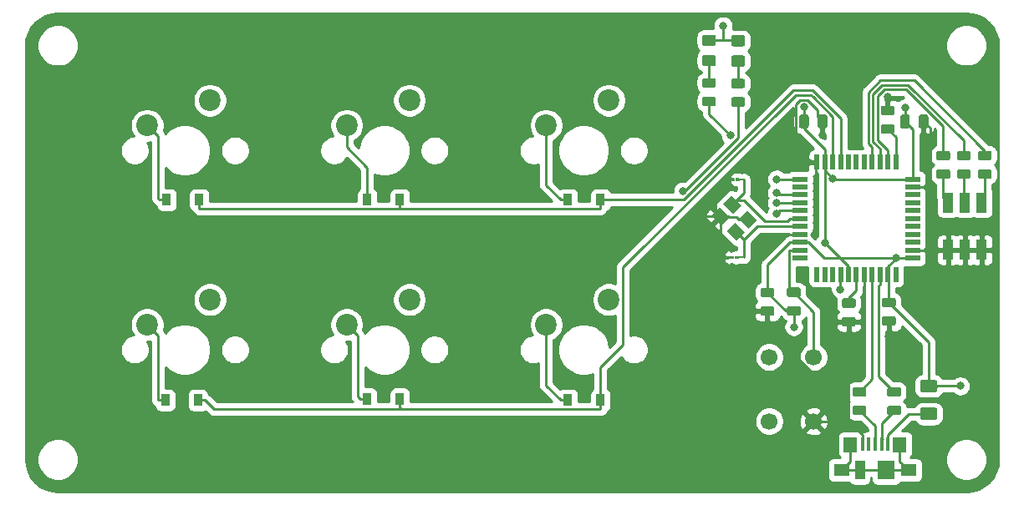
<source format=gbr>
G04 #@! TF.GenerationSoftware,KiCad,Pcbnew,5.1.5-52549c5~84~ubuntu18.04.1*
G04 #@! TF.CreationDate,2020-02-23T16:11:41-08:00*
G04 #@! TF.ProjectId,dotkb_micro,646f746b-625f-46d6-9963-726f2e6b6963,rev?*
G04 #@! TF.SameCoordinates,Original*
G04 #@! TF.FileFunction,Copper,L2,Bot*
G04 #@! TF.FilePolarity,Positive*
%FSLAX46Y46*%
G04 Gerber Fmt 4.6, Leading zero omitted, Abs format (unit mm)*
G04 Created by KiCad (PCBNEW 5.1.5-52549c5~84~ubuntu18.04.1) date 2020-02-23 16:11:41*
%MOMM*%
%LPD*%
G04 APERTURE LIST*
%ADD10C,0.100000*%
%ADD11R,1.100000X2.000000*%
%ADD12R,0.900000X1.200000*%
%ADD13R,0.450000X1.380000*%
%ADD14R,1.425000X1.550000*%
%ADD15R,1.650000X1.300000*%
%ADD16R,1.800000X1.900000*%
%ADD17R,1.000000X1.900000*%
%ADD18C,2.200000*%
%ADD19C,1.700000*%
%ADD20R,0.550000X1.500000*%
%ADD21R,1.500000X0.550000*%
%ADD22C,0.800000*%
%ADD23C,0.254000*%
%ADD24C,0.127000*%
G04 APERTURE END LIST*
G04 #@! TA.AperFunction,SMDPad,CuDef*
D10*
G36*
X126933151Y-85295961D02*
G01*
X126940432Y-85297041D01*
X126947571Y-85298829D01*
X126954501Y-85301309D01*
X126961155Y-85304456D01*
X126967468Y-85308240D01*
X126973379Y-85312624D01*
X126978833Y-85317567D01*
X126983776Y-85323021D01*
X126988160Y-85328932D01*
X126991944Y-85335245D01*
X126995091Y-85341899D01*
X126997571Y-85348829D01*
X126999359Y-85355968D01*
X127000439Y-85363249D01*
X127000800Y-85370600D01*
X127000800Y-85520600D01*
X127000439Y-85527951D01*
X126999359Y-85535232D01*
X126997571Y-85542371D01*
X126995091Y-85549301D01*
X126991944Y-85555955D01*
X126988160Y-85562268D01*
X126983776Y-85568179D01*
X126978833Y-85573633D01*
X126973379Y-85578576D01*
X126967468Y-85582960D01*
X126961155Y-85586744D01*
X126954501Y-85589891D01*
X126947571Y-85592371D01*
X126940432Y-85594159D01*
X126933151Y-85595239D01*
X126925800Y-85595600D01*
X126675800Y-85595600D01*
X126668449Y-85595239D01*
X126661168Y-85594159D01*
X126654029Y-85592371D01*
X126647099Y-85589891D01*
X126640445Y-85586744D01*
X126634132Y-85582960D01*
X126628221Y-85578576D01*
X126622767Y-85573633D01*
X126617824Y-85568179D01*
X126613440Y-85562268D01*
X126609656Y-85555955D01*
X126606509Y-85549301D01*
X126604029Y-85542371D01*
X126602241Y-85535232D01*
X126601161Y-85527951D01*
X126600800Y-85520600D01*
X126600800Y-85370600D01*
X126601161Y-85363249D01*
X126602241Y-85355968D01*
X126604029Y-85348829D01*
X126606509Y-85341899D01*
X126609656Y-85335245D01*
X126613440Y-85328932D01*
X126617824Y-85323021D01*
X126622767Y-85317567D01*
X126628221Y-85312624D01*
X126634132Y-85308240D01*
X126640445Y-85304456D01*
X126647099Y-85301309D01*
X126654029Y-85298829D01*
X126661168Y-85297041D01*
X126668449Y-85295961D01*
X126675800Y-85295600D01*
X126925800Y-85295600D01*
X126933151Y-85295961D01*
G37*
G04 #@! TD.AperFunction*
G04 #@! TA.AperFunction,SMDPad,CuDef*
G36*
X127433151Y-85295961D02*
G01*
X127440432Y-85297041D01*
X127447571Y-85298829D01*
X127454501Y-85301309D01*
X127461155Y-85304456D01*
X127467468Y-85308240D01*
X127473379Y-85312624D01*
X127478833Y-85317567D01*
X127483776Y-85323021D01*
X127488160Y-85328932D01*
X127491944Y-85335245D01*
X127495091Y-85341899D01*
X127497571Y-85348829D01*
X127499359Y-85355968D01*
X127500439Y-85363249D01*
X127500800Y-85370600D01*
X127500800Y-85520600D01*
X127500439Y-85527951D01*
X127499359Y-85535232D01*
X127497571Y-85542371D01*
X127495091Y-85549301D01*
X127491944Y-85555955D01*
X127488160Y-85562268D01*
X127483776Y-85568179D01*
X127478833Y-85573633D01*
X127473379Y-85578576D01*
X127467468Y-85582960D01*
X127461155Y-85586744D01*
X127454501Y-85589891D01*
X127447571Y-85592371D01*
X127440432Y-85594159D01*
X127433151Y-85595239D01*
X127425800Y-85595600D01*
X127175800Y-85595600D01*
X127168449Y-85595239D01*
X127161168Y-85594159D01*
X127154029Y-85592371D01*
X127147099Y-85589891D01*
X127140445Y-85586744D01*
X127134132Y-85582960D01*
X127128221Y-85578576D01*
X127122767Y-85573633D01*
X127117824Y-85568179D01*
X127113440Y-85562268D01*
X127109656Y-85555955D01*
X127106509Y-85549301D01*
X127104029Y-85542371D01*
X127102241Y-85535232D01*
X127101161Y-85527951D01*
X127100800Y-85520600D01*
X127100800Y-85370600D01*
X127101161Y-85363249D01*
X127102241Y-85355968D01*
X127104029Y-85348829D01*
X127106509Y-85341899D01*
X127109656Y-85335245D01*
X127113440Y-85328932D01*
X127117824Y-85323021D01*
X127122767Y-85317567D01*
X127128221Y-85312624D01*
X127134132Y-85308240D01*
X127140445Y-85304456D01*
X127147099Y-85301309D01*
X127154029Y-85298829D01*
X127161168Y-85297041D01*
X127168449Y-85295961D01*
X127175800Y-85295600D01*
X127425800Y-85295600D01*
X127433151Y-85295961D01*
G37*
G04 #@! TD.AperFunction*
G04 #@! TA.AperFunction,SMDPad,CuDef*
G36*
X126846791Y-93185201D02*
G01*
X126854072Y-93186281D01*
X126861211Y-93188069D01*
X126868141Y-93190549D01*
X126874795Y-93193696D01*
X126881108Y-93197480D01*
X126887019Y-93201864D01*
X126892473Y-93206807D01*
X126897416Y-93212261D01*
X126901800Y-93218172D01*
X126905584Y-93224485D01*
X126908731Y-93231139D01*
X126911211Y-93238069D01*
X126912999Y-93245208D01*
X126914079Y-93252489D01*
X126914440Y-93259840D01*
X126914440Y-93409840D01*
X126914079Y-93417191D01*
X126912999Y-93424472D01*
X126911211Y-93431611D01*
X126908731Y-93438541D01*
X126905584Y-93445195D01*
X126901800Y-93451508D01*
X126897416Y-93457419D01*
X126892473Y-93462873D01*
X126887019Y-93467816D01*
X126881108Y-93472200D01*
X126874795Y-93475984D01*
X126868141Y-93479131D01*
X126861211Y-93481611D01*
X126854072Y-93483399D01*
X126846791Y-93484479D01*
X126839440Y-93484840D01*
X126589440Y-93484840D01*
X126582089Y-93484479D01*
X126574808Y-93483399D01*
X126567669Y-93481611D01*
X126560739Y-93479131D01*
X126554085Y-93475984D01*
X126547772Y-93472200D01*
X126541861Y-93467816D01*
X126536407Y-93462873D01*
X126531464Y-93457419D01*
X126527080Y-93451508D01*
X126523296Y-93445195D01*
X126520149Y-93438541D01*
X126517669Y-93431611D01*
X126515881Y-93424472D01*
X126514801Y-93417191D01*
X126514440Y-93409840D01*
X126514440Y-93259840D01*
X126514801Y-93252489D01*
X126515881Y-93245208D01*
X126517669Y-93238069D01*
X126520149Y-93231139D01*
X126523296Y-93224485D01*
X126527080Y-93218172D01*
X126531464Y-93212261D01*
X126536407Y-93206807D01*
X126541861Y-93201864D01*
X126547772Y-93197480D01*
X126554085Y-93193696D01*
X126560739Y-93190549D01*
X126567669Y-93188069D01*
X126574808Y-93186281D01*
X126582089Y-93185201D01*
X126589440Y-93184840D01*
X126839440Y-93184840D01*
X126846791Y-93185201D01*
G37*
G04 #@! TD.AperFunction*
G04 #@! TA.AperFunction,SMDPad,CuDef*
G36*
X127346791Y-93185201D02*
G01*
X127354072Y-93186281D01*
X127361211Y-93188069D01*
X127368141Y-93190549D01*
X127374795Y-93193696D01*
X127381108Y-93197480D01*
X127387019Y-93201864D01*
X127392473Y-93206807D01*
X127397416Y-93212261D01*
X127401800Y-93218172D01*
X127405584Y-93224485D01*
X127408731Y-93231139D01*
X127411211Y-93238069D01*
X127412999Y-93245208D01*
X127414079Y-93252489D01*
X127414440Y-93259840D01*
X127414440Y-93409840D01*
X127414079Y-93417191D01*
X127412999Y-93424472D01*
X127411211Y-93431611D01*
X127408731Y-93438541D01*
X127405584Y-93445195D01*
X127401800Y-93451508D01*
X127397416Y-93457419D01*
X127392473Y-93462873D01*
X127387019Y-93467816D01*
X127381108Y-93472200D01*
X127374795Y-93475984D01*
X127368141Y-93479131D01*
X127361211Y-93481611D01*
X127354072Y-93483399D01*
X127346791Y-93484479D01*
X127339440Y-93484840D01*
X127089440Y-93484840D01*
X127082089Y-93484479D01*
X127074808Y-93483399D01*
X127067669Y-93481611D01*
X127060739Y-93479131D01*
X127054085Y-93475984D01*
X127047772Y-93472200D01*
X127041861Y-93467816D01*
X127036407Y-93462873D01*
X127031464Y-93457419D01*
X127027080Y-93451508D01*
X127023296Y-93445195D01*
X127020149Y-93438541D01*
X127017669Y-93431611D01*
X127015881Y-93424472D01*
X127014801Y-93417191D01*
X127014440Y-93409840D01*
X127014440Y-93259840D01*
X127014801Y-93252489D01*
X127015881Y-93245208D01*
X127017669Y-93238069D01*
X127020149Y-93231139D01*
X127023296Y-93224485D01*
X127027080Y-93218172D01*
X127031464Y-93212261D01*
X127036407Y-93206807D01*
X127041861Y-93201864D01*
X127047772Y-93197480D01*
X127054085Y-93193696D01*
X127060739Y-93190549D01*
X127067669Y-93188069D01*
X127074808Y-93186281D01*
X127082089Y-93185201D01*
X127089440Y-93184840D01*
X127339440Y-93184840D01*
X127346791Y-93185201D01*
G37*
G04 #@! TD.AperFunction*
G04 #@! TA.AperFunction,SMDPad,CuDef*
G36*
X140129342Y-108378074D02*
G01*
X140153003Y-108381584D01*
X140176207Y-108387396D01*
X140198729Y-108395454D01*
X140220353Y-108405682D01*
X140240870Y-108417979D01*
X140260083Y-108432229D01*
X140277807Y-108448293D01*
X140293871Y-108466017D01*
X140308121Y-108485230D01*
X140320418Y-108505747D01*
X140330646Y-108527371D01*
X140338704Y-108549893D01*
X140344516Y-108573097D01*
X140348026Y-108596758D01*
X140349200Y-108620650D01*
X140349200Y-109108150D01*
X140348026Y-109132042D01*
X140344516Y-109155703D01*
X140338704Y-109178907D01*
X140330646Y-109201429D01*
X140320418Y-109223053D01*
X140308121Y-109243570D01*
X140293871Y-109262783D01*
X140277807Y-109280507D01*
X140260083Y-109296571D01*
X140240870Y-109310821D01*
X140220353Y-109323118D01*
X140198729Y-109333346D01*
X140176207Y-109341404D01*
X140153003Y-109347216D01*
X140129342Y-109350726D01*
X140105450Y-109351900D01*
X139192950Y-109351900D01*
X139169058Y-109350726D01*
X139145397Y-109347216D01*
X139122193Y-109341404D01*
X139099671Y-109333346D01*
X139078047Y-109323118D01*
X139057530Y-109310821D01*
X139038317Y-109296571D01*
X139020593Y-109280507D01*
X139004529Y-109262783D01*
X138990279Y-109243570D01*
X138977982Y-109223053D01*
X138967754Y-109201429D01*
X138959696Y-109178907D01*
X138953884Y-109155703D01*
X138950374Y-109132042D01*
X138949200Y-109108150D01*
X138949200Y-108620650D01*
X138950374Y-108596758D01*
X138953884Y-108573097D01*
X138959696Y-108549893D01*
X138967754Y-108527371D01*
X138977982Y-108505747D01*
X138990279Y-108485230D01*
X139004529Y-108466017D01*
X139020593Y-108448293D01*
X139038317Y-108432229D01*
X139057530Y-108417979D01*
X139078047Y-108405682D01*
X139099671Y-108395454D01*
X139122193Y-108387396D01*
X139145397Y-108381584D01*
X139169058Y-108378074D01*
X139192950Y-108376900D01*
X140105450Y-108376900D01*
X140129342Y-108378074D01*
G37*
G04 #@! TD.AperFunction*
G04 #@! TA.AperFunction,SMDPad,CuDef*
G36*
X140129342Y-106503074D02*
G01*
X140153003Y-106506584D01*
X140176207Y-106512396D01*
X140198729Y-106520454D01*
X140220353Y-106530682D01*
X140240870Y-106542979D01*
X140260083Y-106557229D01*
X140277807Y-106573293D01*
X140293871Y-106591017D01*
X140308121Y-106610230D01*
X140320418Y-106630747D01*
X140330646Y-106652371D01*
X140338704Y-106674893D01*
X140344516Y-106698097D01*
X140348026Y-106721758D01*
X140349200Y-106745650D01*
X140349200Y-107233150D01*
X140348026Y-107257042D01*
X140344516Y-107280703D01*
X140338704Y-107303907D01*
X140330646Y-107326429D01*
X140320418Y-107348053D01*
X140308121Y-107368570D01*
X140293871Y-107387783D01*
X140277807Y-107405507D01*
X140260083Y-107421571D01*
X140240870Y-107435821D01*
X140220353Y-107448118D01*
X140198729Y-107458346D01*
X140176207Y-107466404D01*
X140153003Y-107472216D01*
X140129342Y-107475726D01*
X140105450Y-107476900D01*
X139192950Y-107476900D01*
X139169058Y-107475726D01*
X139145397Y-107472216D01*
X139122193Y-107466404D01*
X139099671Y-107458346D01*
X139078047Y-107448118D01*
X139057530Y-107435821D01*
X139038317Y-107421571D01*
X139020593Y-107405507D01*
X139004529Y-107387783D01*
X138990279Y-107368570D01*
X138977982Y-107348053D01*
X138967754Y-107326429D01*
X138959696Y-107303907D01*
X138953884Y-107280703D01*
X138950374Y-107257042D01*
X138949200Y-107233150D01*
X138949200Y-106745650D01*
X138950374Y-106721758D01*
X138953884Y-106698097D01*
X138959696Y-106674893D01*
X138967754Y-106652371D01*
X138977982Y-106630747D01*
X138990279Y-106610230D01*
X139004529Y-106591017D01*
X139020593Y-106573293D01*
X139038317Y-106557229D01*
X139057530Y-106542979D01*
X139078047Y-106530682D01*
X139099671Y-106520454D01*
X139122193Y-106512396D01*
X139145397Y-106506584D01*
X139169058Y-106503074D01*
X139192950Y-106501900D01*
X140105450Y-106501900D01*
X140129342Y-106503074D01*
G37*
G04 #@! TD.AperFunction*
G04 #@! TA.AperFunction,SMDPad,CuDef*
G36*
X143634542Y-108378074D02*
G01*
X143658203Y-108381584D01*
X143681407Y-108387396D01*
X143703929Y-108395454D01*
X143725553Y-108405682D01*
X143746070Y-108417979D01*
X143765283Y-108432229D01*
X143783007Y-108448293D01*
X143799071Y-108466017D01*
X143813321Y-108485230D01*
X143825618Y-108505747D01*
X143835846Y-108527371D01*
X143843904Y-108549893D01*
X143849716Y-108573097D01*
X143853226Y-108596758D01*
X143854400Y-108620650D01*
X143854400Y-109108150D01*
X143853226Y-109132042D01*
X143849716Y-109155703D01*
X143843904Y-109178907D01*
X143835846Y-109201429D01*
X143825618Y-109223053D01*
X143813321Y-109243570D01*
X143799071Y-109262783D01*
X143783007Y-109280507D01*
X143765283Y-109296571D01*
X143746070Y-109310821D01*
X143725553Y-109323118D01*
X143703929Y-109333346D01*
X143681407Y-109341404D01*
X143658203Y-109347216D01*
X143634542Y-109350726D01*
X143610650Y-109351900D01*
X142698150Y-109351900D01*
X142674258Y-109350726D01*
X142650597Y-109347216D01*
X142627393Y-109341404D01*
X142604871Y-109333346D01*
X142583247Y-109323118D01*
X142562730Y-109310821D01*
X142543517Y-109296571D01*
X142525793Y-109280507D01*
X142509729Y-109262783D01*
X142495479Y-109243570D01*
X142483182Y-109223053D01*
X142472954Y-109201429D01*
X142464896Y-109178907D01*
X142459084Y-109155703D01*
X142455574Y-109132042D01*
X142454400Y-109108150D01*
X142454400Y-108620650D01*
X142455574Y-108596758D01*
X142459084Y-108573097D01*
X142464896Y-108549893D01*
X142472954Y-108527371D01*
X142483182Y-108505747D01*
X142495479Y-108485230D01*
X142509729Y-108466017D01*
X142525793Y-108448293D01*
X142543517Y-108432229D01*
X142562730Y-108417979D01*
X142583247Y-108405682D01*
X142604871Y-108395454D01*
X142627393Y-108387396D01*
X142650597Y-108381584D01*
X142674258Y-108378074D01*
X142698150Y-108376900D01*
X143610650Y-108376900D01*
X143634542Y-108378074D01*
G37*
G04 #@! TD.AperFunction*
G04 #@! TA.AperFunction,SMDPad,CuDef*
G36*
X143634542Y-106503074D02*
G01*
X143658203Y-106506584D01*
X143681407Y-106512396D01*
X143703929Y-106520454D01*
X143725553Y-106530682D01*
X143746070Y-106542979D01*
X143765283Y-106557229D01*
X143783007Y-106573293D01*
X143799071Y-106591017D01*
X143813321Y-106610230D01*
X143825618Y-106630747D01*
X143835846Y-106652371D01*
X143843904Y-106674893D01*
X143849716Y-106698097D01*
X143853226Y-106721758D01*
X143854400Y-106745650D01*
X143854400Y-107233150D01*
X143853226Y-107257042D01*
X143849716Y-107280703D01*
X143843904Y-107303907D01*
X143835846Y-107326429D01*
X143825618Y-107348053D01*
X143813321Y-107368570D01*
X143799071Y-107387783D01*
X143783007Y-107405507D01*
X143765283Y-107421571D01*
X143746070Y-107435821D01*
X143725553Y-107448118D01*
X143703929Y-107458346D01*
X143681407Y-107466404D01*
X143658203Y-107472216D01*
X143634542Y-107475726D01*
X143610650Y-107476900D01*
X142698150Y-107476900D01*
X142674258Y-107475726D01*
X142650597Y-107472216D01*
X142627393Y-107466404D01*
X142604871Y-107458346D01*
X142583247Y-107448118D01*
X142562730Y-107435821D01*
X142543517Y-107421571D01*
X142525793Y-107405507D01*
X142509729Y-107387783D01*
X142495479Y-107368570D01*
X142483182Y-107348053D01*
X142472954Y-107326429D01*
X142464896Y-107303907D01*
X142459084Y-107280703D01*
X142455574Y-107257042D01*
X142454400Y-107233150D01*
X142454400Y-106745650D01*
X142455574Y-106721758D01*
X142459084Y-106698097D01*
X142464896Y-106674893D01*
X142472954Y-106652371D01*
X142483182Y-106630747D01*
X142495479Y-106610230D01*
X142509729Y-106591017D01*
X142525793Y-106573293D01*
X142543517Y-106557229D01*
X142562730Y-106542979D01*
X142583247Y-106530682D01*
X142604871Y-106520454D01*
X142627393Y-106512396D01*
X142650597Y-106506584D01*
X142674258Y-106503074D01*
X142698150Y-106501900D01*
X143610650Y-106501900D01*
X143634542Y-106503074D01*
G37*
G04 #@! TD.AperFunction*
D11*
X148617200Y-87782400D03*
X150317200Y-87782400D03*
X152017200Y-87782400D03*
X152017200Y-92582400D03*
X150317200Y-92582400D03*
X148617200Y-92582400D03*
G04 #@! TA.AperFunction,SMDPad,CuDef*
D10*
G36*
X148612942Y-82525474D02*
G01*
X148636603Y-82528984D01*
X148659807Y-82534796D01*
X148682329Y-82542854D01*
X148703953Y-82553082D01*
X148724470Y-82565379D01*
X148743683Y-82579629D01*
X148761407Y-82595693D01*
X148777471Y-82613417D01*
X148791721Y-82632630D01*
X148804018Y-82653147D01*
X148814246Y-82674771D01*
X148822304Y-82697293D01*
X148828116Y-82720497D01*
X148831626Y-82744158D01*
X148832800Y-82768050D01*
X148832800Y-83255550D01*
X148831626Y-83279442D01*
X148828116Y-83303103D01*
X148822304Y-83326307D01*
X148814246Y-83348829D01*
X148804018Y-83370453D01*
X148791721Y-83390970D01*
X148777471Y-83410183D01*
X148761407Y-83427907D01*
X148743683Y-83443971D01*
X148724470Y-83458221D01*
X148703953Y-83470518D01*
X148682329Y-83480746D01*
X148659807Y-83488804D01*
X148636603Y-83494616D01*
X148612942Y-83498126D01*
X148589050Y-83499300D01*
X147676550Y-83499300D01*
X147652658Y-83498126D01*
X147628997Y-83494616D01*
X147605793Y-83488804D01*
X147583271Y-83480746D01*
X147561647Y-83470518D01*
X147541130Y-83458221D01*
X147521917Y-83443971D01*
X147504193Y-83427907D01*
X147488129Y-83410183D01*
X147473879Y-83390970D01*
X147461582Y-83370453D01*
X147451354Y-83348829D01*
X147443296Y-83326307D01*
X147437484Y-83303103D01*
X147433974Y-83279442D01*
X147432800Y-83255550D01*
X147432800Y-82768050D01*
X147433974Y-82744158D01*
X147437484Y-82720497D01*
X147443296Y-82697293D01*
X147451354Y-82674771D01*
X147461582Y-82653147D01*
X147473879Y-82632630D01*
X147488129Y-82613417D01*
X147504193Y-82595693D01*
X147521917Y-82579629D01*
X147541130Y-82565379D01*
X147561647Y-82553082D01*
X147583271Y-82542854D01*
X147605793Y-82534796D01*
X147628997Y-82528984D01*
X147652658Y-82525474D01*
X147676550Y-82524300D01*
X148589050Y-82524300D01*
X148612942Y-82525474D01*
G37*
G04 #@! TD.AperFunction*
G04 #@! TA.AperFunction,SMDPad,CuDef*
G36*
X148612942Y-84400474D02*
G01*
X148636603Y-84403984D01*
X148659807Y-84409796D01*
X148682329Y-84417854D01*
X148703953Y-84428082D01*
X148724470Y-84440379D01*
X148743683Y-84454629D01*
X148761407Y-84470693D01*
X148777471Y-84488417D01*
X148791721Y-84507630D01*
X148804018Y-84528147D01*
X148814246Y-84549771D01*
X148822304Y-84572293D01*
X148828116Y-84595497D01*
X148831626Y-84619158D01*
X148832800Y-84643050D01*
X148832800Y-85130550D01*
X148831626Y-85154442D01*
X148828116Y-85178103D01*
X148822304Y-85201307D01*
X148814246Y-85223829D01*
X148804018Y-85245453D01*
X148791721Y-85265970D01*
X148777471Y-85285183D01*
X148761407Y-85302907D01*
X148743683Y-85318971D01*
X148724470Y-85333221D01*
X148703953Y-85345518D01*
X148682329Y-85355746D01*
X148659807Y-85363804D01*
X148636603Y-85369616D01*
X148612942Y-85373126D01*
X148589050Y-85374300D01*
X147676550Y-85374300D01*
X147652658Y-85373126D01*
X147628997Y-85369616D01*
X147605793Y-85363804D01*
X147583271Y-85355746D01*
X147561647Y-85345518D01*
X147541130Y-85333221D01*
X147521917Y-85318971D01*
X147504193Y-85302907D01*
X147488129Y-85285183D01*
X147473879Y-85265970D01*
X147461582Y-85245453D01*
X147451354Y-85223829D01*
X147443296Y-85201307D01*
X147437484Y-85178103D01*
X147433974Y-85154442D01*
X147432800Y-85130550D01*
X147432800Y-84643050D01*
X147433974Y-84619158D01*
X147437484Y-84595497D01*
X147443296Y-84572293D01*
X147451354Y-84549771D01*
X147461582Y-84528147D01*
X147473879Y-84507630D01*
X147488129Y-84488417D01*
X147504193Y-84470693D01*
X147521917Y-84454629D01*
X147541130Y-84440379D01*
X147561647Y-84428082D01*
X147583271Y-84417854D01*
X147605793Y-84409796D01*
X147628997Y-84403984D01*
X147652658Y-84400474D01*
X147676550Y-84399300D01*
X148589050Y-84399300D01*
X148612942Y-84400474D01*
G37*
G04 #@! TD.AperFunction*
G04 #@! TA.AperFunction,SMDPad,CuDef*
G36*
X150695742Y-82525474D02*
G01*
X150719403Y-82528984D01*
X150742607Y-82534796D01*
X150765129Y-82542854D01*
X150786753Y-82553082D01*
X150807270Y-82565379D01*
X150826483Y-82579629D01*
X150844207Y-82595693D01*
X150860271Y-82613417D01*
X150874521Y-82632630D01*
X150886818Y-82653147D01*
X150897046Y-82674771D01*
X150905104Y-82697293D01*
X150910916Y-82720497D01*
X150914426Y-82744158D01*
X150915600Y-82768050D01*
X150915600Y-83255550D01*
X150914426Y-83279442D01*
X150910916Y-83303103D01*
X150905104Y-83326307D01*
X150897046Y-83348829D01*
X150886818Y-83370453D01*
X150874521Y-83390970D01*
X150860271Y-83410183D01*
X150844207Y-83427907D01*
X150826483Y-83443971D01*
X150807270Y-83458221D01*
X150786753Y-83470518D01*
X150765129Y-83480746D01*
X150742607Y-83488804D01*
X150719403Y-83494616D01*
X150695742Y-83498126D01*
X150671850Y-83499300D01*
X149759350Y-83499300D01*
X149735458Y-83498126D01*
X149711797Y-83494616D01*
X149688593Y-83488804D01*
X149666071Y-83480746D01*
X149644447Y-83470518D01*
X149623930Y-83458221D01*
X149604717Y-83443971D01*
X149586993Y-83427907D01*
X149570929Y-83410183D01*
X149556679Y-83390970D01*
X149544382Y-83370453D01*
X149534154Y-83348829D01*
X149526096Y-83326307D01*
X149520284Y-83303103D01*
X149516774Y-83279442D01*
X149515600Y-83255550D01*
X149515600Y-82768050D01*
X149516774Y-82744158D01*
X149520284Y-82720497D01*
X149526096Y-82697293D01*
X149534154Y-82674771D01*
X149544382Y-82653147D01*
X149556679Y-82632630D01*
X149570929Y-82613417D01*
X149586993Y-82595693D01*
X149604717Y-82579629D01*
X149623930Y-82565379D01*
X149644447Y-82553082D01*
X149666071Y-82542854D01*
X149688593Y-82534796D01*
X149711797Y-82528984D01*
X149735458Y-82525474D01*
X149759350Y-82524300D01*
X150671850Y-82524300D01*
X150695742Y-82525474D01*
G37*
G04 #@! TD.AperFunction*
G04 #@! TA.AperFunction,SMDPad,CuDef*
G36*
X150695742Y-84400474D02*
G01*
X150719403Y-84403984D01*
X150742607Y-84409796D01*
X150765129Y-84417854D01*
X150786753Y-84428082D01*
X150807270Y-84440379D01*
X150826483Y-84454629D01*
X150844207Y-84470693D01*
X150860271Y-84488417D01*
X150874521Y-84507630D01*
X150886818Y-84528147D01*
X150897046Y-84549771D01*
X150905104Y-84572293D01*
X150910916Y-84595497D01*
X150914426Y-84619158D01*
X150915600Y-84643050D01*
X150915600Y-85130550D01*
X150914426Y-85154442D01*
X150910916Y-85178103D01*
X150905104Y-85201307D01*
X150897046Y-85223829D01*
X150886818Y-85245453D01*
X150874521Y-85265970D01*
X150860271Y-85285183D01*
X150844207Y-85302907D01*
X150826483Y-85318971D01*
X150807270Y-85333221D01*
X150786753Y-85345518D01*
X150765129Y-85355746D01*
X150742607Y-85363804D01*
X150719403Y-85369616D01*
X150695742Y-85373126D01*
X150671850Y-85374300D01*
X149759350Y-85374300D01*
X149735458Y-85373126D01*
X149711797Y-85369616D01*
X149688593Y-85363804D01*
X149666071Y-85355746D01*
X149644447Y-85345518D01*
X149623930Y-85333221D01*
X149604717Y-85318971D01*
X149586993Y-85302907D01*
X149570929Y-85285183D01*
X149556679Y-85265970D01*
X149544382Y-85245453D01*
X149534154Y-85223829D01*
X149526096Y-85201307D01*
X149520284Y-85178103D01*
X149516774Y-85154442D01*
X149515600Y-85130550D01*
X149515600Y-84643050D01*
X149516774Y-84619158D01*
X149520284Y-84595497D01*
X149526096Y-84572293D01*
X149534154Y-84549771D01*
X149544382Y-84528147D01*
X149556679Y-84507630D01*
X149570929Y-84488417D01*
X149586993Y-84470693D01*
X149604717Y-84454629D01*
X149623930Y-84440379D01*
X149644447Y-84428082D01*
X149666071Y-84417854D01*
X149688593Y-84409796D01*
X149711797Y-84403984D01*
X149735458Y-84400474D01*
X149759350Y-84399300D01*
X150671850Y-84399300D01*
X150695742Y-84400474D01*
G37*
G04 #@! TD.AperFunction*
G04 #@! TA.AperFunction,SMDPad,CuDef*
G36*
X152829342Y-82525474D02*
G01*
X152853003Y-82528984D01*
X152876207Y-82534796D01*
X152898729Y-82542854D01*
X152920353Y-82553082D01*
X152940870Y-82565379D01*
X152960083Y-82579629D01*
X152977807Y-82595693D01*
X152993871Y-82613417D01*
X153008121Y-82632630D01*
X153020418Y-82653147D01*
X153030646Y-82674771D01*
X153038704Y-82697293D01*
X153044516Y-82720497D01*
X153048026Y-82744158D01*
X153049200Y-82768050D01*
X153049200Y-83255550D01*
X153048026Y-83279442D01*
X153044516Y-83303103D01*
X153038704Y-83326307D01*
X153030646Y-83348829D01*
X153020418Y-83370453D01*
X153008121Y-83390970D01*
X152993871Y-83410183D01*
X152977807Y-83427907D01*
X152960083Y-83443971D01*
X152940870Y-83458221D01*
X152920353Y-83470518D01*
X152898729Y-83480746D01*
X152876207Y-83488804D01*
X152853003Y-83494616D01*
X152829342Y-83498126D01*
X152805450Y-83499300D01*
X151892950Y-83499300D01*
X151869058Y-83498126D01*
X151845397Y-83494616D01*
X151822193Y-83488804D01*
X151799671Y-83480746D01*
X151778047Y-83470518D01*
X151757530Y-83458221D01*
X151738317Y-83443971D01*
X151720593Y-83427907D01*
X151704529Y-83410183D01*
X151690279Y-83390970D01*
X151677982Y-83370453D01*
X151667754Y-83348829D01*
X151659696Y-83326307D01*
X151653884Y-83303103D01*
X151650374Y-83279442D01*
X151649200Y-83255550D01*
X151649200Y-82768050D01*
X151650374Y-82744158D01*
X151653884Y-82720497D01*
X151659696Y-82697293D01*
X151667754Y-82674771D01*
X151677982Y-82653147D01*
X151690279Y-82632630D01*
X151704529Y-82613417D01*
X151720593Y-82595693D01*
X151738317Y-82579629D01*
X151757530Y-82565379D01*
X151778047Y-82553082D01*
X151799671Y-82542854D01*
X151822193Y-82534796D01*
X151845397Y-82528984D01*
X151869058Y-82525474D01*
X151892950Y-82524300D01*
X152805450Y-82524300D01*
X152829342Y-82525474D01*
G37*
G04 #@! TD.AperFunction*
G04 #@! TA.AperFunction,SMDPad,CuDef*
G36*
X152829342Y-84400474D02*
G01*
X152853003Y-84403984D01*
X152876207Y-84409796D01*
X152898729Y-84417854D01*
X152920353Y-84428082D01*
X152940870Y-84440379D01*
X152960083Y-84454629D01*
X152977807Y-84470693D01*
X152993871Y-84488417D01*
X153008121Y-84507630D01*
X153020418Y-84528147D01*
X153030646Y-84549771D01*
X153038704Y-84572293D01*
X153044516Y-84595497D01*
X153048026Y-84619158D01*
X153049200Y-84643050D01*
X153049200Y-85130550D01*
X153048026Y-85154442D01*
X153044516Y-85178103D01*
X153038704Y-85201307D01*
X153030646Y-85223829D01*
X153020418Y-85245453D01*
X153008121Y-85265970D01*
X152993871Y-85285183D01*
X152977807Y-85302907D01*
X152960083Y-85318971D01*
X152940870Y-85333221D01*
X152920353Y-85345518D01*
X152898729Y-85355746D01*
X152876207Y-85363804D01*
X152853003Y-85369616D01*
X152829342Y-85373126D01*
X152805450Y-85374300D01*
X151892950Y-85374300D01*
X151869058Y-85373126D01*
X151845397Y-85369616D01*
X151822193Y-85363804D01*
X151799671Y-85355746D01*
X151778047Y-85345518D01*
X151757530Y-85333221D01*
X151738317Y-85318971D01*
X151720593Y-85302907D01*
X151704529Y-85285183D01*
X151690279Y-85265970D01*
X151677982Y-85245453D01*
X151667754Y-85223829D01*
X151659696Y-85201307D01*
X151653884Y-85178103D01*
X151650374Y-85154442D01*
X151649200Y-85130550D01*
X151649200Y-84643050D01*
X151650374Y-84619158D01*
X151653884Y-84595497D01*
X151659696Y-84572293D01*
X151667754Y-84549771D01*
X151677982Y-84528147D01*
X151690279Y-84507630D01*
X151704529Y-84488417D01*
X151720593Y-84470693D01*
X151738317Y-84454629D01*
X151757530Y-84440379D01*
X151778047Y-84428082D01*
X151799671Y-84417854D01*
X151822193Y-84409796D01*
X151845397Y-84403984D01*
X151869058Y-84400474D01*
X151892950Y-84399300D01*
X152805450Y-84399300D01*
X152829342Y-84400474D01*
G37*
G04 #@! TD.AperFunction*
G04 #@! TA.AperFunction,SMDPad,CuDef*
G36*
X124889342Y-77029874D02*
G01*
X124913003Y-77033384D01*
X124936207Y-77039196D01*
X124958729Y-77047254D01*
X124980353Y-77057482D01*
X125000870Y-77069779D01*
X125020083Y-77084029D01*
X125037807Y-77100093D01*
X125053871Y-77117817D01*
X125068121Y-77137030D01*
X125080418Y-77157547D01*
X125090646Y-77179171D01*
X125098704Y-77201693D01*
X125104516Y-77224897D01*
X125108026Y-77248558D01*
X125109200Y-77272450D01*
X125109200Y-77759950D01*
X125108026Y-77783842D01*
X125104516Y-77807503D01*
X125098704Y-77830707D01*
X125090646Y-77853229D01*
X125080418Y-77874853D01*
X125068121Y-77895370D01*
X125053871Y-77914583D01*
X125037807Y-77932307D01*
X125020083Y-77948371D01*
X125000870Y-77962621D01*
X124980353Y-77974918D01*
X124958729Y-77985146D01*
X124936207Y-77993204D01*
X124913003Y-77999016D01*
X124889342Y-78002526D01*
X124865450Y-78003700D01*
X123952950Y-78003700D01*
X123929058Y-78002526D01*
X123905397Y-77999016D01*
X123882193Y-77993204D01*
X123859671Y-77985146D01*
X123838047Y-77974918D01*
X123817530Y-77962621D01*
X123798317Y-77948371D01*
X123780593Y-77932307D01*
X123764529Y-77914583D01*
X123750279Y-77895370D01*
X123737982Y-77874853D01*
X123727754Y-77853229D01*
X123719696Y-77830707D01*
X123713884Y-77807503D01*
X123710374Y-77783842D01*
X123709200Y-77759950D01*
X123709200Y-77272450D01*
X123710374Y-77248558D01*
X123713884Y-77224897D01*
X123719696Y-77201693D01*
X123727754Y-77179171D01*
X123737982Y-77157547D01*
X123750279Y-77137030D01*
X123764529Y-77117817D01*
X123780593Y-77100093D01*
X123798317Y-77084029D01*
X123817530Y-77069779D01*
X123838047Y-77057482D01*
X123859671Y-77047254D01*
X123882193Y-77039196D01*
X123905397Y-77033384D01*
X123929058Y-77029874D01*
X123952950Y-77028700D01*
X124865450Y-77028700D01*
X124889342Y-77029874D01*
G37*
G04 #@! TD.AperFunction*
G04 #@! TA.AperFunction,SMDPad,CuDef*
G36*
X124889342Y-75154874D02*
G01*
X124913003Y-75158384D01*
X124936207Y-75164196D01*
X124958729Y-75172254D01*
X124980353Y-75182482D01*
X125000870Y-75194779D01*
X125020083Y-75209029D01*
X125037807Y-75225093D01*
X125053871Y-75242817D01*
X125068121Y-75262030D01*
X125080418Y-75282547D01*
X125090646Y-75304171D01*
X125098704Y-75326693D01*
X125104516Y-75349897D01*
X125108026Y-75373558D01*
X125109200Y-75397450D01*
X125109200Y-75884950D01*
X125108026Y-75908842D01*
X125104516Y-75932503D01*
X125098704Y-75955707D01*
X125090646Y-75978229D01*
X125080418Y-75999853D01*
X125068121Y-76020370D01*
X125053871Y-76039583D01*
X125037807Y-76057307D01*
X125020083Y-76073371D01*
X125000870Y-76087621D01*
X124980353Y-76099918D01*
X124958729Y-76110146D01*
X124936207Y-76118204D01*
X124913003Y-76124016D01*
X124889342Y-76127526D01*
X124865450Y-76128700D01*
X123952950Y-76128700D01*
X123929058Y-76127526D01*
X123905397Y-76124016D01*
X123882193Y-76118204D01*
X123859671Y-76110146D01*
X123838047Y-76099918D01*
X123817530Y-76087621D01*
X123798317Y-76073371D01*
X123780593Y-76057307D01*
X123764529Y-76039583D01*
X123750279Y-76020370D01*
X123737982Y-75999853D01*
X123727754Y-75978229D01*
X123719696Y-75955707D01*
X123713884Y-75932503D01*
X123710374Y-75908842D01*
X123709200Y-75884950D01*
X123709200Y-75397450D01*
X123710374Y-75373558D01*
X123713884Y-75349897D01*
X123719696Y-75326693D01*
X123727754Y-75304171D01*
X123737982Y-75282547D01*
X123750279Y-75262030D01*
X123764529Y-75242817D01*
X123780593Y-75225093D01*
X123798317Y-75209029D01*
X123817530Y-75194779D01*
X123838047Y-75182482D01*
X123859671Y-75172254D01*
X123882193Y-75164196D01*
X123905397Y-75158384D01*
X123929058Y-75154874D01*
X123952950Y-75153700D01*
X124865450Y-75153700D01*
X124889342Y-75154874D01*
G37*
G04 #@! TD.AperFunction*
G04 #@! TA.AperFunction,SMDPad,CuDef*
G36*
X127835742Y-77080674D02*
G01*
X127859403Y-77084184D01*
X127882607Y-77089996D01*
X127905129Y-77098054D01*
X127926753Y-77108282D01*
X127947270Y-77120579D01*
X127966483Y-77134829D01*
X127984207Y-77150893D01*
X128000271Y-77168617D01*
X128014521Y-77187830D01*
X128026818Y-77208347D01*
X128037046Y-77229971D01*
X128045104Y-77252493D01*
X128050916Y-77275697D01*
X128054426Y-77299358D01*
X128055600Y-77323250D01*
X128055600Y-77810750D01*
X128054426Y-77834642D01*
X128050916Y-77858303D01*
X128045104Y-77881507D01*
X128037046Y-77904029D01*
X128026818Y-77925653D01*
X128014521Y-77946170D01*
X128000271Y-77965383D01*
X127984207Y-77983107D01*
X127966483Y-77999171D01*
X127947270Y-78013421D01*
X127926753Y-78025718D01*
X127905129Y-78035946D01*
X127882607Y-78044004D01*
X127859403Y-78049816D01*
X127835742Y-78053326D01*
X127811850Y-78054500D01*
X126899350Y-78054500D01*
X126875458Y-78053326D01*
X126851797Y-78049816D01*
X126828593Y-78044004D01*
X126806071Y-78035946D01*
X126784447Y-78025718D01*
X126763930Y-78013421D01*
X126744717Y-77999171D01*
X126726993Y-77983107D01*
X126710929Y-77965383D01*
X126696679Y-77946170D01*
X126684382Y-77925653D01*
X126674154Y-77904029D01*
X126666096Y-77881507D01*
X126660284Y-77858303D01*
X126656774Y-77834642D01*
X126655600Y-77810750D01*
X126655600Y-77323250D01*
X126656774Y-77299358D01*
X126660284Y-77275697D01*
X126666096Y-77252493D01*
X126674154Y-77229971D01*
X126684382Y-77208347D01*
X126696679Y-77187830D01*
X126710929Y-77168617D01*
X126726993Y-77150893D01*
X126744717Y-77134829D01*
X126763930Y-77120579D01*
X126784447Y-77108282D01*
X126806071Y-77098054D01*
X126828593Y-77089996D01*
X126851797Y-77084184D01*
X126875458Y-77080674D01*
X126899350Y-77079500D01*
X127811850Y-77079500D01*
X127835742Y-77080674D01*
G37*
G04 #@! TD.AperFunction*
G04 #@! TA.AperFunction,SMDPad,CuDef*
G36*
X127835742Y-75205674D02*
G01*
X127859403Y-75209184D01*
X127882607Y-75214996D01*
X127905129Y-75223054D01*
X127926753Y-75233282D01*
X127947270Y-75245579D01*
X127966483Y-75259829D01*
X127984207Y-75275893D01*
X128000271Y-75293617D01*
X128014521Y-75312830D01*
X128026818Y-75333347D01*
X128037046Y-75354971D01*
X128045104Y-75377493D01*
X128050916Y-75400697D01*
X128054426Y-75424358D01*
X128055600Y-75448250D01*
X128055600Y-75935750D01*
X128054426Y-75959642D01*
X128050916Y-75983303D01*
X128045104Y-76006507D01*
X128037046Y-76029029D01*
X128026818Y-76050653D01*
X128014521Y-76071170D01*
X128000271Y-76090383D01*
X127984207Y-76108107D01*
X127966483Y-76124171D01*
X127947270Y-76138421D01*
X127926753Y-76150718D01*
X127905129Y-76160946D01*
X127882607Y-76169004D01*
X127859403Y-76174816D01*
X127835742Y-76178326D01*
X127811850Y-76179500D01*
X126899350Y-76179500D01*
X126875458Y-76178326D01*
X126851797Y-76174816D01*
X126828593Y-76169004D01*
X126806071Y-76160946D01*
X126784447Y-76150718D01*
X126763930Y-76138421D01*
X126744717Y-76124171D01*
X126726993Y-76108107D01*
X126710929Y-76090383D01*
X126696679Y-76071170D01*
X126684382Y-76050653D01*
X126674154Y-76029029D01*
X126666096Y-76006507D01*
X126660284Y-75983303D01*
X126656774Y-75959642D01*
X126655600Y-75935750D01*
X126655600Y-75448250D01*
X126656774Y-75424358D01*
X126660284Y-75400697D01*
X126666096Y-75377493D01*
X126674154Y-75354971D01*
X126684382Y-75333347D01*
X126696679Y-75312830D01*
X126710929Y-75293617D01*
X126726993Y-75275893D01*
X126744717Y-75259829D01*
X126763930Y-75245579D01*
X126784447Y-75233282D01*
X126806071Y-75223054D01*
X126828593Y-75214996D01*
X126851797Y-75209184D01*
X126875458Y-75205674D01*
X126899350Y-75204500D01*
X127811850Y-75204500D01*
X127835742Y-75205674D01*
G37*
G04 #@! TD.AperFunction*
G04 #@! TA.AperFunction,SMDPad,CuDef*
G36*
X124883705Y-72799404D02*
G01*
X124907973Y-72803004D01*
X124931772Y-72808965D01*
X124954871Y-72817230D01*
X124977050Y-72827720D01*
X124998093Y-72840332D01*
X125017799Y-72854947D01*
X125035977Y-72871423D01*
X125052453Y-72889601D01*
X125067068Y-72909307D01*
X125079680Y-72930350D01*
X125090170Y-72952529D01*
X125098435Y-72975628D01*
X125104396Y-72999427D01*
X125107996Y-73023695D01*
X125109200Y-73048199D01*
X125109200Y-73698201D01*
X125107996Y-73722705D01*
X125104396Y-73746973D01*
X125098435Y-73770772D01*
X125090170Y-73793871D01*
X125079680Y-73816050D01*
X125067068Y-73837093D01*
X125052453Y-73856799D01*
X125035977Y-73874977D01*
X125017799Y-73891453D01*
X124998093Y-73906068D01*
X124977050Y-73918680D01*
X124954871Y-73929170D01*
X124931772Y-73937435D01*
X124907973Y-73943396D01*
X124883705Y-73946996D01*
X124859201Y-73948200D01*
X123959199Y-73948200D01*
X123934695Y-73946996D01*
X123910427Y-73943396D01*
X123886628Y-73937435D01*
X123863529Y-73929170D01*
X123841350Y-73918680D01*
X123820307Y-73906068D01*
X123800601Y-73891453D01*
X123782423Y-73874977D01*
X123765947Y-73856799D01*
X123751332Y-73837093D01*
X123738720Y-73816050D01*
X123728230Y-73793871D01*
X123719965Y-73770772D01*
X123714004Y-73746973D01*
X123710404Y-73722705D01*
X123709200Y-73698201D01*
X123709200Y-73048199D01*
X123710404Y-73023695D01*
X123714004Y-72999427D01*
X123719965Y-72975628D01*
X123728230Y-72952529D01*
X123738720Y-72930350D01*
X123751332Y-72909307D01*
X123765947Y-72889601D01*
X123782423Y-72871423D01*
X123800601Y-72854947D01*
X123820307Y-72840332D01*
X123841350Y-72827720D01*
X123863529Y-72817230D01*
X123886628Y-72808965D01*
X123910427Y-72803004D01*
X123934695Y-72799404D01*
X123959199Y-72798200D01*
X124859201Y-72798200D01*
X124883705Y-72799404D01*
G37*
G04 #@! TD.AperFunction*
G04 #@! TA.AperFunction,SMDPad,CuDef*
G36*
X124883705Y-70749404D02*
G01*
X124907973Y-70753004D01*
X124931772Y-70758965D01*
X124954871Y-70767230D01*
X124977050Y-70777720D01*
X124998093Y-70790332D01*
X125017799Y-70804947D01*
X125035977Y-70821423D01*
X125052453Y-70839601D01*
X125067068Y-70859307D01*
X125079680Y-70880350D01*
X125090170Y-70902529D01*
X125098435Y-70925628D01*
X125104396Y-70949427D01*
X125107996Y-70973695D01*
X125109200Y-70998199D01*
X125109200Y-71648201D01*
X125107996Y-71672705D01*
X125104396Y-71696973D01*
X125098435Y-71720772D01*
X125090170Y-71743871D01*
X125079680Y-71766050D01*
X125067068Y-71787093D01*
X125052453Y-71806799D01*
X125035977Y-71824977D01*
X125017799Y-71841453D01*
X124998093Y-71856068D01*
X124977050Y-71868680D01*
X124954871Y-71879170D01*
X124931772Y-71887435D01*
X124907973Y-71893396D01*
X124883705Y-71896996D01*
X124859201Y-71898200D01*
X123959199Y-71898200D01*
X123934695Y-71896996D01*
X123910427Y-71893396D01*
X123886628Y-71887435D01*
X123863529Y-71879170D01*
X123841350Y-71868680D01*
X123820307Y-71856068D01*
X123800601Y-71841453D01*
X123782423Y-71824977D01*
X123765947Y-71806799D01*
X123751332Y-71787093D01*
X123738720Y-71766050D01*
X123728230Y-71743871D01*
X123719965Y-71720772D01*
X123714004Y-71696973D01*
X123710404Y-71672705D01*
X123709200Y-71648201D01*
X123709200Y-70998199D01*
X123710404Y-70973695D01*
X123714004Y-70949427D01*
X123719965Y-70925628D01*
X123728230Y-70902529D01*
X123738720Y-70880350D01*
X123751332Y-70859307D01*
X123765947Y-70839601D01*
X123782423Y-70821423D01*
X123800601Y-70804947D01*
X123820307Y-70790332D01*
X123841350Y-70777720D01*
X123863529Y-70767230D01*
X123886628Y-70758965D01*
X123910427Y-70753004D01*
X123934695Y-70749404D01*
X123959199Y-70748200D01*
X124859201Y-70748200D01*
X124883705Y-70749404D01*
G37*
G04 #@! TD.AperFunction*
G04 #@! TA.AperFunction,SMDPad,CuDef*
G36*
X127830105Y-72850204D02*
G01*
X127854373Y-72853804D01*
X127878172Y-72859765D01*
X127901271Y-72868030D01*
X127923450Y-72878520D01*
X127944493Y-72891132D01*
X127964199Y-72905747D01*
X127982377Y-72922223D01*
X127998853Y-72940401D01*
X128013468Y-72960107D01*
X128026080Y-72981150D01*
X128036570Y-73003329D01*
X128044835Y-73026428D01*
X128050796Y-73050227D01*
X128054396Y-73074495D01*
X128055600Y-73098999D01*
X128055600Y-73749001D01*
X128054396Y-73773505D01*
X128050796Y-73797773D01*
X128044835Y-73821572D01*
X128036570Y-73844671D01*
X128026080Y-73866850D01*
X128013468Y-73887893D01*
X127998853Y-73907599D01*
X127982377Y-73925777D01*
X127964199Y-73942253D01*
X127944493Y-73956868D01*
X127923450Y-73969480D01*
X127901271Y-73979970D01*
X127878172Y-73988235D01*
X127854373Y-73994196D01*
X127830105Y-73997796D01*
X127805601Y-73999000D01*
X126905599Y-73999000D01*
X126881095Y-73997796D01*
X126856827Y-73994196D01*
X126833028Y-73988235D01*
X126809929Y-73979970D01*
X126787750Y-73969480D01*
X126766707Y-73956868D01*
X126747001Y-73942253D01*
X126728823Y-73925777D01*
X126712347Y-73907599D01*
X126697732Y-73887893D01*
X126685120Y-73866850D01*
X126674630Y-73844671D01*
X126666365Y-73821572D01*
X126660404Y-73797773D01*
X126656804Y-73773505D01*
X126655600Y-73749001D01*
X126655600Y-73098999D01*
X126656804Y-73074495D01*
X126660404Y-73050227D01*
X126666365Y-73026428D01*
X126674630Y-73003329D01*
X126685120Y-72981150D01*
X126697732Y-72960107D01*
X126712347Y-72940401D01*
X126728823Y-72922223D01*
X126747001Y-72905747D01*
X126766707Y-72891132D01*
X126787750Y-72878520D01*
X126809929Y-72868030D01*
X126833028Y-72859765D01*
X126856827Y-72853804D01*
X126881095Y-72850204D01*
X126905599Y-72849000D01*
X127805601Y-72849000D01*
X127830105Y-72850204D01*
G37*
G04 #@! TD.AperFunction*
G04 #@! TA.AperFunction,SMDPad,CuDef*
G36*
X127830105Y-70800204D02*
G01*
X127854373Y-70803804D01*
X127878172Y-70809765D01*
X127901271Y-70818030D01*
X127923450Y-70828520D01*
X127944493Y-70841132D01*
X127964199Y-70855747D01*
X127982377Y-70872223D01*
X127998853Y-70890401D01*
X128013468Y-70910107D01*
X128026080Y-70931150D01*
X128036570Y-70953329D01*
X128044835Y-70976428D01*
X128050796Y-71000227D01*
X128054396Y-71024495D01*
X128055600Y-71048999D01*
X128055600Y-71699001D01*
X128054396Y-71723505D01*
X128050796Y-71747773D01*
X128044835Y-71771572D01*
X128036570Y-71794671D01*
X128026080Y-71816850D01*
X128013468Y-71837893D01*
X127998853Y-71857599D01*
X127982377Y-71875777D01*
X127964199Y-71892253D01*
X127944493Y-71906868D01*
X127923450Y-71919480D01*
X127901271Y-71929970D01*
X127878172Y-71938235D01*
X127854373Y-71944196D01*
X127830105Y-71947796D01*
X127805601Y-71949000D01*
X126905599Y-71949000D01*
X126881095Y-71947796D01*
X126856827Y-71944196D01*
X126833028Y-71938235D01*
X126809929Y-71929970D01*
X126787750Y-71919480D01*
X126766707Y-71906868D01*
X126747001Y-71892253D01*
X126728823Y-71875777D01*
X126712347Y-71857599D01*
X126697732Y-71837893D01*
X126685120Y-71816850D01*
X126674630Y-71794671D01*
X126666365Y-71771572D01*
X126660404Y-71747773D01*
X126656804Y-71723505D01*
X126655600Y-71699001D01*
X126655600Y-71048999D01*
X126656804Y-71024495D01*
X126660404Y-71000227D01*
X126666365Y-70976428D01*
X126674630Y-70953329D01*
X126685120Y-70931150D01*
X126697732Y-70910107D01*
X126712347Y-70890401D01*
X126728823Y-70872223D01*
X126747001Y-70855747D01*
X126766707Y-70841132D01*
X126787750Y-70828520D01*
X126809929Y-70818030D01*
X126833028Y-70809765D01*
X126856827Y-70803804D01*
X126881095Y-70800204D01*
X126905599Y-70799000D01*
X127805601Y-70799000D01*
X127830105Y-70800204D01*
G37*
G04 #@! TD.AperFunction*
G04 #@! TA.AperFunction,SMDPad,CuDef*
G36*
X130794842Y-98302374D02*
G01*
X130818503Y-98305884D01*
X130841707Y-98311696D01*
X130864229Y-98319754D01*
X130885853Y-98329982D01*
X130906370Y-98342279D01*
X130925583Y-98356529D01*
X130943307Y-98372593D01*
X130959371Y-98390317D01*
X130973621Y-98409530D01*
X130985918Y-98430047D01*
X130996146Y-98451671D01*
X131004204Y-98474193D01*
X131010016Y-98497397D01*
X131013526Y-98521058D01*
X131014700Y-98544950D01*
X131014700Y-99032450D01*
X131013526Y-99056342D01*
X131010016Y-99080003D01*
X131004204Y-99103207D01*
X130996146Y-99125729D01*
X130985918Y-99147353D01*
X130973621Y-99167870D01*
X130959371Y-99187083D01*
X130943307Y-99204807D01*
X130925583Y-99220871D01*
X130906370Y-99235121D01*
X130885853Y-99247418D01*
X130864229Y-99257646D01*
X130841707Y-99265704D01*
X130818503Y-99271516D01*
X130794842Y-99275026D01*
X130770950Y-99276200D01*
X129858450Y-99276200D01*
X129834558Y-99275026D01*
X129810897Y-99271516D01*
X129787693Y-99265704D01*
X129765171Y-99257646D01*
X129743547Y-99247418D01*
X129723030Y-99235121D01*
X129703817Y-99220871D01*
X129686093Y-99204807D01*
X129670029Y-99187083D01*
X129655779Y-99167870D01*
X129643482Y-99147353D01*
X129633254Y-99125729D01*
X129625196Y-99103207D01*
X129619384Y-99080003D01*
X129615874Y-99056342D01*
X129614700Y-99032450D01*
X129614700Y-98544950D01*
X129615874Y-98521058D01*
X129619384Y-98497397D01*
X129625196Y-98474193D01*
X129633254Y-98451671D01*
X129643482Y-98430047D01*
X129655779Y-98409530D01*
X129670029Y-98390317D01*
X129686093Y-98372593D01*
X129703817Y-98356529D01*
X129723030Y-98342279D01*
X129743547Y-98329982D01*
X129765171Y-98319754D01*
X129787693Y-98311696D01*
X129810897Y-98305884D01*
X129834558Y-98302374D01*
X129858450Y-98301200D01*
X130770950Y-98301200D01*
X130794842Y-98302374D01*
G37*
G04 #@! TD.AperFunction*
G04 #@! TA.AperFunction,SMDPad,CuDef*
G36*
X130794842Y-96427374D02*
G01*
X130818503Y-96430884D01*
X130841707Y-96436696D01*
X130864229Y-96444754D01*
X130885853Y-96454982D01*
X130906370Y-96467279D01*
X130925583Y-96481529D01*
X130943307Y-96497593D01*
X130959371Y-96515317D01*
X130973621Y-96534530D01*
X130985918Y-96555047D01*
X130996146Y-96576671D01*
X131004204Y-96599193D01*
X131010016Y-96622397D01*
X131013526Y-96646058D01*
X131014700Y-96669950D01*
X131014700Y-97157450D01*
X131013526Y-97181342D01*
X131010016Y-97205003D01*
X131004204Y-97228207D01*
X130996146Y-97250729D01*
X130985918Y-97272353D01*
X130973621Y-97292870D01*
X130959371Y-97312083D01*
X130943307Y-97329807D01*
X130925583Y-97345871D01*
X130906370Y-97360121D01*
X130885853Y-97372418D01*
X130864229Y-97382646D01*
X130841707Y-97390704D01*
X130818503Y-97396516D01*
X130794842Y-97400026D01*
X130770950Y-97401200D01*
X129858450Y-97401200D01*
X129834558Y-97400026D01*
X129810897Y-97396516D01*
X129787693Y-97390704D01*
X129765171Y-97382646D01*
X129743547Y-97372418D01*
X129723030Y-97360121D01*
X129703817Y-97345871D01*
X129686093Y-97329807D01*
X129670029Y-97312083D01*
X129655779Y-97292870D01*
X129643482Y-97272353D01*
X129633254Y-97250729D01*
X129625196Y-97228207D01*
X129619384Y-97205003D01*
X129615874Y-97181342D01*
X129614700Y-97157450D01*
X129614700Y-96669950D01*
X129615874Y-96646058D01*
X129619384Y-96622397D01*
X129625196Y-96599193D01*
X129633254Y-96576671D01*
X129643482Y-96555047D01*
X129655779Y-96534530D01*
X129670029Y-96515317D01*
X129686093Y-96497593D01*
X129703817Y-96481529D01*
X129723030Y-96467279D01*
X129743547Y-96454982D01*
X129765171Y-96444754D01*
X129787693Y-96436696D01*
X129810897Y-96430884D01*
X129834558Y-96427374D01*
X129858450Y-96426200D01*
X130770950Y-96426200D01*
X130794842Y-96427374D01*
G37*
G04 #@! TD.AperFunction*
G04 #@! TA.AperFunction,SMDPad,CuDef*
G36*
X144526942Y-78853974D02*
G01*
X144550603Y-78857484D01*
X144573807Y-78863296D01*
X144596329Y-78871354D01*
X144617953Y-78881582D01*
X144638470Y-78893879D01*
X144657683Y-78908129D01*
X144675407Y-78924193D01*
X144691471Y-78941917D01*
X144705721Y-78961130D01*
X144718018Y-78981647D01*
X144728246Y-79003271D01*
X144736304Y-79025793D01*
X144742116Y-79048997D01*
X144745626Y-79072658D01*
X144746800Y-79096550D01*
X144746800Y-80009050D01*
X144745626Y-80032942D01*
X144742116Y-80056603D01*
X144736304Y-80079807D01*
X144728246Y-80102329D01*
X144718018Y-80123953D01*
X144705721Y-80144470D01*
X144691471Y-80163683D01*
X144675407Y-80181407D01*
X144657683Y-80197471D01*
X144638470Y-80211721D01*
X144617953Y-80224018D01*
X144596329Y-80234246D01*
X144573807Y-80242304D01*
X144550603Y-80248116D01*
X144526942Y-80251626D01*
X144503050Y-80252800D01*
X144015550Y-80252800D01*
X143991658Y-80251626D01*
X143967997Y-80248116D01*
X143944793Y-80242304D01*
X143922271Y-80234246D01*
X143900647Y-80224018D01*
X143880130Y-80211721D01*
X143860917Y-80197471D01*
X143843193Y-80181407D01*
X143827129Y-80163683D01*
X143812879Y-80144470D01*
X143800582Y-80123953D01*
X143790354Y-80102329D01*
X143782296Y-80079807D01*
X143776484Y-80056603D01*
X143772974Y-80032942D01*
X143771800Y-80009050D01*
X143771800Y-79096550D01*
X143772974Y-79072658D01*
X143776484Y-79048997D01*
X143782296Y-79025793D01*
X143790354Y-79003271D01*
X143800582Y-78981647D01*
X143812879Y-78961130D01*
X143827129Y-78941917D01*
X143843193Y-78924193D01*
X143860917Y-78908129D01*
X143880130Y-78893879D01*
X143900647Y-78881582D01*
X143922271Y-78871354D01*
X143944793Y-78863296D01*
X143967997Y-78857484D01*
X143991658Y-78853974D01*
X144015550Y-78852800D01*
X144503050Y-78852800D01*
X144526942Y-78853974D01*
G37*
G04 #@! TD.AperFunction*
G04 #@! TA.AperFunction,SMDPad,CuDef*
G36*
X146401942Y-78853974D02*
G01*
X146425603Y-78857484D01*
X146448807Y-78863296D01*
X146471329Y-78871354D01*
X146492953Y-78881582D01*
X146513470Y-78893879D01*
X146532683Y-78908129D01*
X146550407Y-78924193D01*
X146566471Y-78941917D01*
X146580721Y-78961130D01*
X146593018Y-78981647D01*
X146603246Y-79003271D01*
X146611304Y-79025793D01*
X146617116Y-79048997D01*
X146620626Y-79072658D01*
X146621800Y-79096550D01*
X146621800Y-80009050D01*
X146620626Y-80032942D01*
X146617116Y-80056603D01*
X146611304Y-80079807D01*
X146603246Y-80102329D01*
X146593018Y-80123953D01*
X146580721Y-80144470D01*
X146566471Y-80163683D01*
X146550407Y-80181407D01*
X146532683Y-80197471D01*
X146513470Y-80211721D01*
X146492953Y-80224018D01*
X146471329Y-80234246D01*
X146448807Y-80242304D01*
X146425603Y-80248116D01*
X146401942Y-80251626D01*
X146378050Y-80252800D01*
X145890550Y-80252800D01*
X145866658Y-80251626D01*
X145842997Y-80248116D01*
X145819793Y-80242304D01*
X145797271Y-80234246D01*
X145775647Y-80224018D01*
X145755130Y-80211721D01*
X145735917Y-80197471D01*
X145718193Y-80181407D01*
X145702129Y-80163683D01*
X145687879Y-80144470D01*
X145675582Y-80123953D01*
X145665354Y-80102329D01*
X145657296Y-80079807D01*
X145651484Y-80056603D01*
X145647974Y-80032942D01*
X145646800Y-80009050D01*
X145646800Y-79096550D01*
X145647974Y-79072658D01*
X145651484Y-79048997D01*
X145657296Y-79025793D01*
X145665354Y-79003271D01*
X145675582Y-78981647D01*
X145687879Y-78961130D01*
X145702129Y-78941917D01*
X145718193Y-78924193D01*
X145735917Y-78908129D01*
X145755130Y-78893879D01*
X145775647Y-78881582D01*
X145797271Y-78871354D01*
X145819793Y-78863296D01*
X145842997Y-78857484D01*
X145866658Y-78853974D01*
X145890550Y-78852800D01*
X146378050Y-78852800D01*
X146401942Y-78853974D01*
G37*
G04 #@! TD.AperFunction*
G04 #@! TA.AperFunction,SMDPad,CuDef*
G36*
X134295342Y-78853974D02*
G01*
X134319003Y-78857484D01*
X134342207Y-78863296D01*
X134364729Y-78871354D01*
X134386353Y-78881582D01*
X134406870Y-78893879D01*
X134426083Y-78908129D01*
X134443807Y-78924193D01*
X134459871Y-78941917D01*
X134474121Y-78961130D01*
X134486418Y-78981647D01*
X134496646Y-79003271D01*
X134504704Y-79025793D01*
X134510516Y-79048997D01*
X134514026Y-79072658D01*
X134515200Y-79096550D01*
X134515200Y-80009050D01*
X134514026Y-80032942D01*
X134510516Y-80056603D01*
X134504704Y-80079807D01*
X134496646Y-80102329D01*
X134486418Y-80123953D01*
X134474121Y-80144470D01*
X134459871Y-80163683D01*
X134443807Y-80181407D01*
X134426083Y-80197471D01*
X134406870Y-80211721D01*
X134386353Y-80224018D01*
X134364729Y-80234246D01*
X134342207Y-80242304D01*
X134319003Y-80248116D01*
X134295342Y-80251626D01*
X134271450Y-80252800D01*
X133783950Y-80252800D01*
X133760058Y-80251626D01*
X133736397Y-80248116D01*
X133713193Y-80242304D01*
X133690671Y-80234246D01*
X133669047Y-80224018D01*
X133648530Y-80211721D01*
X133629317Y-80197471D01*
X133611593Y-80181407D01*
X133595529Y-80163683D01*
X133581279Y-80144470D01*
X133568982Y-80123953D01*
X133558754Y-80102329D01*
X133550696Y-80079807D01*
X133544884Y-80056603D01*
X133541374Y-80032942D01*
X133540200Y-80009050D01*
X133540200Y-79096550D01*
X133541374Y-79072658D01*
X133544884Y-79048997D01*
X133550696Y-79025793D01*
X133558754Y-79003271D01*
X133568982Y-78981647D01*
X133581279Y-78961130D01*
X133595529Y-78941917D01*
X133611593Y-78924193D01*
X133629317Y-78908129D01*
X133648530Y-78893879D01*
X133669047Y-78881582D01*
X133690671Y-78871354D01*
X133713193Y-78863296D01*
X133736397Y-78857484D01*
X133760058Y-78853974D01*
X133783950Y-78852800D01*
X134271450Y-78852800D01*
X134295342Y-78853974D01*
G37*
G04 #@! TD.AperFunction*
G04 #@! TA.AperFunction,SMDPad,CuDef*
G36*
X136170342Y-78853974D02*
G01*
X136194003Y-78857484D01*
X136217207Y-78863296D01*
X136239729Y-78871354D01*
X136261353Y-78881582D01*
X136281870Y-78893879D01*
X136301083Y-78908129D01*
X136318807Y-78924193D01*
X136334871Y-78941917D01*
X136349121Y-78961130D01*
X136361418Y-78981647D01*
X136371646Y-79003271D01*
X136379704Y-79025793D01*
X136385516Y-79048997D01*
X136389026Y-79072658D01*
X136390200Y-79096550D01*
X136390200Y-80009050D01*
X136389026Y-80032942D01*
X136385516Y-80056603D01*
X136379704Y-80079807D01*
X136371646Y-80102329D01*
X136361418Y-80123953D01*
X136349121Y-80144470D01*
X136334871Y-80163683D01*
X136318807Y-80181407D01*
X136301083Y-80197471D01*
X136281870Y-80211721D01*
X136261353Y-80224018D01*
X136239729Y-80234246D01*
X136217207Y-80242304D01*
X136194003Y-80248116D01*
X136170342Y-80251626D01*
X136146450Y-80252800D01*
X135658950Y-80252800D01*
X135635058Y-80251626D01*
X135611397Y-80248116D01*
X135588193Y-80242304D01*
X135565671Y-80234246D01*
X135544047Y-80224018D01*
X135523530Y-80211721D01*
X135504317Y-80197471D01*
X135486593Y-80181407D01*
X135470529Y-80163683D01*
X135456279Y-80144470D01*
X135443982Y-80123953D01*
X135433754Y-80102329D01*
X135425696Y-80079807D01*
X135419884Y-80056603D01*
X135416374Y-80032942D01*
X135415200Y-80009050D01*
X135415200Y-79096550D01*
X135416374Y-79072658D01*
X135419884Y-79048997D01*
X135425696Y-79025793D01*
X135433754Y-79003271D01*
X135443982Y-78981647D01*
X135456279Y-78961130D01*
X135470529Y-78941917D01*
X135486593Y-78924193D01*
X135504317Y-78908129D01*
X135523530Y-78893879D01*
X135544047Y-78881582D01*
X135565671Y-78871354D01*
X135588193Y-78863296D01*
X135611397Y-78857484D01*
X135635058Y-78853974D01*
X135658950Y-78852800D01*
X136146450Y-78852800D01*
X136170342Y-78853974D01*
G37*
G04 #@! TD.AperFunction*
G04 #@! TA.AperFunction,SMDPad,CuDef*
G36*
X143113842Y-97417974D02*
G01*
X143137503Y-97421484D01*
X143160707Y-97427296D01*
X143183229Y-97435354D01*
X143204853Y-97445582D01*
X143225370Y-97457879D01*
X143244583Y-97472129D01*
X143262307Y-97488193D01*
X143278371Y-97505917D01*
X143292621Y-97525130D01*
X143304918Y-97545647D01*
X143315146Y-97567271D01*
X143323204Y-97589793D01*
X143329016Y-97612997D01*
X143332526Y-97636658D01*
X143333700Y-97660550D01*
X143333700Y-98148050D01*
X143332526Y-98171942D01*
X143329016Y-98195603D01*
X143323204Y-98218807D01*
X143315146Y-98241329D01*
X143304918Y-98262953D01*
X143292621Y-98283470D01*
X143278371Y-98302683D01*
X143262307Y-98320407D01*
X143244583Y-98336471D01*
X143225370Y-98350721D01*
X143204853Y-98363018D01*
X143183229Y-98373246D01*
X143160707Y-98381304D01*
X143137503Y-98387116D01*
X143113842Y-98390626D01*
X143089950Y-98391800D01*
X142177450Y-98391800D01*
X142153558Y-98390626D01*
X142129897Y-98387116D01*
X142106693Y-98381304D01*
X142084171Y-98373246D01*
X142062547Y-98363018D01*
X142042030Y-98350721D01*
X142022817Y-98336471D01*
X142005093Y-98320407D01*
X141989029Y-98302683D01*
X141974779Y-98283470D01*
X141962482Y-98262953D01*
X141952254Y-98241329D01*
X141944196Y-98218807D01*
X141938384Y-98195603D01*
X141934874Y-98171942D01*
X141933700Y-98148050D01*
X141933700Y-97660550D01*
X141934874Y-97636658D01*
X141938384Y-97612997D01*
X141944196Y-97589793D01*
X141952254Y-97567271D01*
X141962482Y-97545647D01*
X141974779Y-97525130D01*
X141989029Y-97505917D01*
X142005093Y-97488193D01*
X142022817Y-97472129D01*
X142042030Y-97457879D01*
X142062547Y-97445582D01*
X142084171Y-97435354D01*
X142106693Y-97427296D01*
X142129897Y-97421484D01*
X142153558Y-97417974D01*
X142177450Y-97416800D01*
X143089950Y-97416800D01*
X143113842Y-97417974D01*
G37*
G04 #@! TD.AperFunction*
G04 #@! TA.AperFunction,SMDPad,CuDef*
G36*
X143113842Y-99292974D02*
G01*
X143137503Y-99296484D01*
X143160707Y-99302296D01*
X143183229Y-99310354D01*
X143204853Y-99320582D01*
X143225370Y-99332879D01*
X143244583Y-99347129D01*
X143262307Y-99363193D01*
X143278371Y-99380917D01*
X143292621Y-99400130D01*
X143304918Y-99420647D01*
X143315146Y-99442271D01*
X143323204Y-99464793D01*
X143329016Y-99487997D01*
X143332526Y-99511658D01*
X143333700Y-99535550D01*
X143333700Y-100023050D01*
X143332526Y-100046942D01*
X143329016Y-100070603D01*
X143323204Y-100093807D01*
X143315146Y-100116329D01*
X143304918Y-100137953D01*
X143292621Y-100158470D01*
X143278371Y-100177683D01*
X143262307Y-100195407D01*
X143244583Y-100211471D01*
X143225370Y-100225721D01*
X143204853Y-100238018D01*
X143183229Y-100248246D01*
X143160707Y-100256304D01*
X143137503Y-100262116D01*
X143113842Y-100265626D01*
X143089950Y-100266800D01*
X142177450Y-100266800D01*
X142153558Y-100265626D01*
X142129897Y-100262116D01*
X142106693Y-100256304D01*
X142084171Y-100248246D01*
X142062547Y-100238018D01*
X142042030Y-100225721D01*
X142022817Y-100211471D01*
X142005093Y-100195407D01*
X141989029Y-100177683D01*
X141974779Y-100158470D01*
X141962482Y-100137953D01*
X141952254Y-100116329D01*
X141944196Y-100093807D01*
X141938384Y-100070603D01*
X141934874Y-100046942D01*
X141933700Y-100023050D01*
X141933700Y-99535550D01*
X141934874Y-99511658D01*
X141938384Y-99487997D01*
X141944196Y-99464793D01*
X141952254Y-99442271D01*
X141962482Y-99420647D01*
X141974779Y-99400130D01*
X141989029Y-99380917D01*
X142005093Y-99363193D01*
X142022817Y-99347129D01*
X142042030Y-99332879D01*
X142062547Y-99320582D01*
X142084171Y-99310354D01*
X142106693Y-99302296D01*
X142129897Y-99296484D01*
X142153558Y-99292974D01*
X142177450Y-99291800D01*
X143089950Y-99291800D01*
X143113842Y-99292974D01*
G37*
G04 #@! TD.AperFunction*
G04 #@! TA.AperFunction,SMDPad,CuDef*
G36*
X139049842Y-99371474D02*
G01*
X139073503Y-99374984D01*
X139096707Y-99380796D01*
X139119229Y-99388854D01*
X139140853Y-99399082D01*
X139161370Y-99411379D01*
X139180583Y-99425629D01*
X139198307Y-99441693D01*
X139214371Y-99459417D01*
X139228621Y-99478630D01*
X139240918Y-99499147D01*
X139251146Y-99520771D01*
X139259204Y-99543293D01*
X139265016Y-99566497D01*
X139268526Y-99590158D01*
X139269700Y-99614050D01*
X139269700Y-100101550D01*
X139268526Y-100125442D01*
X139265016Y-100149103D01*
X139259204Y-100172307D01*
X139251146Y-100194829D01*
X139240918Y-100216453D01*
X139228621Y-100236970D01*
X139214371Y-100256183D01*
X139198307Y-100273907D01*
X139180583Y-100289971D01*
X139161370Y-100304221D01*
X139140853Y-100316518D01*
X139119229Y-100326746D01*
X139096707Y-100334804D01*
X139073503Y-100340616D01*
X139049842Y-100344126D01*
X139025950Y-100345300D01*
X138113450Y-100345300D01*
X138089558Y-100344126D01*
X138065897Y-100340616D01*
X138042693Y-100334804D01*
X138020171Y-100326746D01*
X137998547Y-100316518D01*
X137978030Y-100304221D01*
X137958817Y-100289971D01*
X137941093Y-100273907D01*
X137925029Y-100256183D01*
X137910779Y-100236970D01*
X137898482Y-100216453D01*
X137888254Y-100194829D01*
X137880196Y-100172307D01*
X137874384Y-100149103D01*
X137870874Y-100125442D01*
X137869700Y-100101550D01*
X137869700Y-99614050D01*
X137870874Y-99590158D01*
X137874384Y-99566497D01*
X137880196Y-99543293D01*
X137888254Y-99520771D01*
X137898482Y-99499147D01*
X137910779Y-99478630D01*
X137925029Y-99459417D01*
X137941093Y-99441693D01*
X137958817Y-99425629D01*
X137978030Y-99411379D01*
X137998547Y-99399082D01*
X138020171Y-99388854D01*
X138042693Y-99380796D01*
X138065897Y-99374984D01*
X138089558Y-99371474D01*
X138113450Y-99370300D01*
X139025950Y-99370300D01*
X139049842Y-99371474D01*
G37*
G04 #@! TD.AperFunction*
G04 #@! TA.AperFunction,SMDPad,CuDef*
G36*
X139049842Y-97496474D02*
G01*
X139073503Y-97499984D01*
X139096707Y-97505796D01*
X139119229Y-97513854D01*
X139140853Y-97524082D01*
X139161370Y-97536379D01*
X139180583Y-97550629D01*
X139198307Y-97566693D01*
X139214371Y-97584417D01*
X139228621Y-97603630D01*
X139240918Y-97624147D01*
X139251146Y-97645771D01*
X139259204Y-97668293D01*
X139265016Y-97691497D01*
X139268526Y-97715158D01*
X139269700Y-97739050D01*
X139269700Y-98226550D01*
X139268526Y-98250442D01*
X139265016Y-98274103D01*
X139259204Y-98297307D01*
X139251146Y-98319829D01*
X139240918Y-98341453D01*
X139228621Y-98361970D01*
X139214371Y-98381183D01*
X139198307Y-98398907D01*
X139180583Y-98414971D01*
X139161370Y-98429221D01*
X139140853Y-98441518D01*
X139119229Y-98451746D01*
X139096707Y-98459804D01*
X139073503Y-98465616D01*
X139049842Y-98469126D01*
X139025950Y-98470300D01*
X138113450Y-98470300D01*
X138089558Y-98469126D01*
X138065897Y-98465616D01*
X138042693Y-98459804D01*
X138020171Y-98451746D01*
X137998547Y-98441518D01*
X137978030Y-98429221D01*
X137958817Y-98414971D01*
X137941093Y-98398907D01*
X137925029Y-98381183D01*
X137910779Y-98361970D01*
X137898482Y-98341453D01*
X137888254Y-98319829D01*
X137880196Y-98297307D01*
X137874384Y-98274103D01*
X137870874Y-98250442D01*
X137869700Y-98226550D01*
X137869700Y-97739050D01*
X137870874Y-97715158D01*
X137874384Y-97691497D01*
X137880196Y-97668293D01*
X137888254Y-97645771D01*
X137898482Y-97624147D01*
X137910779Y-97603630D01*
X137925029Y-97584417D01*
X137941093Y-97566693D01*
X137958817Y-97550629D01*
X137978030Y-97536379D01*
X137998547Y-97524082D01*
X138020171Y-97513854D01*
X138042693Y-97505796D01*
X138065897Y-97499984D01*
X138089558Y-97496474D01*
X138113450Y-97495300D01*
X139025950Y-97495300D01*
X139049842Y-97496474D01*
G37*
G04 #@! TD.AperFunction*
D12*
X110110000Y-107823000D03*
X113410000Y-107823000D03*
X113409000Y-87503000D03*
X110109000Y-87503000D03*
X93090000Y-107696000D03*
X89790000Y-107696000D03*
X89789000Y-87503000D03*
X93089000Y-87503000D03*
X72644000Y-107823000D03*
X69344000Y-107823000D03*
X69471000Y-87503000D03*
X72771000Y-87503000D03*
G04 #@! TA.AperFunction,SMDPad,CuDef*
D10*
G36*
X147296404Y-105770804D02*
G01*
X147320673Y-105774404D01*
X147344471Y-105780365D01*
X147367571Y-105788630D01*
X147389749Y-105799120D01*
X147410793Y-105811733D01*
X147430498Y-105826347D01*
X147448677Y-105842823D01*
X147465153Y-105861002D01*
X147479767Y-105880707D01*
X147492380Y-105901751D01*
X147502870Y-105923929D01*
X147511135Y-105947029D01*
X147517096Y-105970827D01*
X147520696Y-105995096D01*
X147521900Y-106019600D01*
X147521900Y-106769600D01*
X147520696Y-106794104D01*
X147517096Y-106818373D01*
X147511135Y-106842171D01*
X147502870Y-106865271D01*
X147492380Y-106887449D01*
X147479767Y-106908493D01*
X147465153Y-106928198D01*
X147448677Y-106946377D01*
X147430498Y-106962853D01*
X147410793Y-106977467D01*
X147389749Y-106990080D01*
X147367571Y-107000570D01*
X147344471Y-107008835D01*
X147320673Y-107014796D01*
X147296404Y-107018396D01*
X147271900Y-107019600D01*
X146021900Y-107019600D01*
X145997396Y-107018396D01*
X145973127Y-107014796D01*
X145949329Y-107008835D01*
X145926229Y-107000570D01*
X145904051Y-106990080D01*
X145883007Y-106977467D01*
X145863302Y-106962853D01*
X145845123Y-106946377D01*
X145828647Y-106928198D01*
X145814033Y-106908493D01*
X145801420Y-106887449D01*
X145790930Y-106865271D01*
X145782665Y-106842171D01*
X145776704Y-106818373D01*
X145773104Y-106794104D01*
X145771900Y-106769600D01*
X145771900Y-106019600D01*
X145773104Y-105995096D01*
X145776704Y-105970827D01*
X145782665Y-105947029D01*
X145790930Y-105923929D01*
X145801420Y-105901751D01*
X145814033Y-105880707D01*
X145828647Y-105861002D01*
X145845123Y-105842823D01*
X145863302Y-105826347D01*
X145883007Y-105811733D01*
X145904051Y-105799120D01*
X145926229Y-105788630D01*
X145949329Y-105780365D01*
X145973127Y-105774404D01*
X145997396Y-105770804D01*
X146021900Y-105769600D01*
X147271900Y-105769600D01*
X147296404Y-105770804D01*
G37*
G04 #@! TD.AperFunction*
G04 #@! TA.AperFunction,SMDPad,CuDef*
G36*
X147296404Y-108570804D02*
G01*
X147320673Y-108574404D01*
X147344471Y-108580365D01*
X147367571Y-108588630D01*
X147389749Y-108599120D01*
X147410793Y-108611733D01*
X147430498Y-108626347D01*
X147448677Y-108642823D01*
X147465153Y-108661002D01*
X147479767Y-108680707D01*
X147492380Y-108701751D01*
X147502870Y-108723929D01*
X147511135Y-108747029D01*
X147517096Y-108770827D01*
X147520696Y-108795096D01*
X147521900Y-108819600D01*
X147521900Y-109569600D01*
X147520696Y-109594104D01*
X147517096Y-109618373D01*
X147511135Y-109642171D01*
X147502870Y-109665271D01*
X147492380Y-109687449D01*
X147479767Y-109708493D01*
X147465153Y-109728198D01*
X147448677Y-109746377D01*
X147430498Y-109762853D01*
X147410793Y-109777467D01*
X147389749Y-109790080D01*
X147367571Y-109800570D01*
X147344471Y-109808835D01*
X147320673Y-109814796D01*
X147296404Y-109818396D01*
X147271900Y-109819600D01*
X146021900Y-109819600D01*
X145997396Y-109818396D01*
X145973127Y-109814796D01*
X145949329Y-109808835D01*
X145926229Y-109800570D01*
X145904051Y-109790080D01*
X145883007Y-109777467D01*
X145863302Y-109762853D01*
X145845123Y-109746377D01*
X145828647Y-109728198D01*
X145814033Y-109708493D01*
X145801420Y-109687449D01*
X145790930Y-109665271D01*
X145782665Y-109642171D01*
X145776704Y-109618373D01*
X145773104Y-109594104D01*
X145771900Y-109569600D01*
X145771900Y-108819600D01*
X145773104Y-108795096D01*
X145776704Y-108770827D01*
X145782665Y-108747029D01*
X145790930Y-108723929D01*
X145801420Y-108701751D01*
X145814033Y-108680707D01*
X145828647Y-108661002D01*
X145845123Y-108642823D01*
X145863302Y-108626347D01*
X145883007Y-108611733D01*
X145904051Y-108599120D01*
X145926229Y-108588630D01*
X145949329Y-108580365D01*
X145973127Y-108574404D01*
X145997396Y-108570804D01*
X146021900Y-108569600D01*
X147271900Y-108569600D01*
X147296404Y-108570804D01*
G37*
G04 #@! TD.AperFunction*
D13*
X142529700Y-112262300D03*
X141879700Y-112262300D03*
X141229700Y-112262300D03*
X140579700Y-112262300D03*
X139929700Y-112262300D03*
D14*
X143717200Y-112347300D03*
X138742200Y-112347300D03*
D15*
X144604700Y-114922300D03*
X137854700Y-114922300D03*
D16*
X142379700Y-114922300D03*
D17*
X139679700Y-114922300D03*
D18*
X107912001Y-100158001D03*
X114262001Y-97618001D03*
X107912001Y-79958001D03*
X114262001Y-77418001D03*
X94062001Y-97618001D03*
X87712001Y-100158001D03*
X94062001Y-77418001D03*
X87712001Y-79958001D03*
X73862001Y-97618001D03*
X67512001Y-100158001D03*
X67512001Y-79958001D03*
X73862001Y-77418001D03*
G04 #@! TA.AperFunction,SMDPad,CuDef*
D10*
G36*
X142974142Y-77953474D02*
G01*
X142997803Y-77956984D01*
X143021007Y-77962796D01*
X143043529Y-77970854D01*
X143065153Y-77981082D01*
X143085670Y-77993379D01*
X143104883Y-78007629D01*
X143122607Y-78023693D01*
X143138671Y-78041417D01*
X143152921Y-78060630D01*
X143165218Y-78081147D01*
X143175446Y-78102771D01*
X143183504Y-78125293D01*
X143189316Y-78148497D01*
X143192826Y-78172158D01*
X143194000Y-78196050D01*
X143194000Y-78683550D01*
X143192826Y-78707442D01*
X143189316Y-78731103D01*
X143183504Y-78754307D01*
X143175446Y-78776829D01*
X143165218Y-78798453D01*
X143152921Y-78818970D01*
X143138671Y-78838183D01*
X143122607Y-78855907D01*
X143104883Y-78871971D01*
X143085670Y-78886221D01*
X143065153Y-78898518D01*
X143043529Y-78908746D01*
X143021007Y-78916804D01*
X142997803Y-78922616D01*
X142974142Y-78926126D01*
X142950250Y-78927300D01*
X142037750Y-78927300D01*
X142013858Y-78926126D01*
X141990197Y-78922616D01*
X141966993Y-78916804D01*
X141944471Y-78908746D01*
X141922847Y-78898518D01*
X141902330Y-78886221D01*
X141883117Y-78871971D01*
X141865393Y-78855907D01*
X141849329Y-78838183D01*
X141835079Y-78818970D01*
X141822782Y-78798453D01*
X141812554Y-78776829D01*
X141804496Y-78754307D01*
X141798684Y-78731103D01*
X141795174Y-78707442D01*
X141794000Y-78683550D01*
X141794000Y-78196050D01*
X141795174Y-78172158D01*
X141798684Y-78148497D01*
X141804496Y-78125293D01*
X141812554Y-78102771D01*
X141822782Y-78081147D01*
X141835079Y-78060630D01*
X141849329Y-78041417D01*
X141865393Y-78023693D01*
X141883117Y-78007629D01*
X141902330Y-77993379D01*
X141922847Y-77981082D01*
X141944471Y-77970854D01*
X141966993Y-77962796D01*
X141990197Y-77956984D01*
X142013858Y-77953474D01*
X142037750Y-77952300D01*
X142950250Y-77952300D01*
X142974142Y-77953474D01*
G37*
G04 #@! TD.AperFunction*
G04 #@! TA.AperFunction,SMDPad,CuDef*
G36*
X142974142Y-79828474D02*
G01*
X142997803Y-79831984D01*
X143021007Y-79837796D01*
X143043529Y-79845854D01*
X143065153Y-79856082D01*
X143085670Y-79868379D01*
X143104883Y-79882629D01*
X143122607Y-79898693D01*
X143138671Y-79916417D01*
X143152921Y-79935630D01*
X143165218Y-79956147D01*
X143175446Y-79977771D01*
X143183504Y-80000293D01*
X143189316Y-80023497D01*
X143192826Y-80047158D01*
X143194000Y-80071050D01*
X143194000Y-80558550D01*
X143192826Y-80582442D01*
X143189316Y-80606103D01*
X143183504Y-80629307D01*
X143175446Y-80651829D01*
X143165218Y-80673453D01*
X143152921Y-80693970D01*
X143138671Y-80713183D01*
X143122607Y-80730907D01*
X143104883Y-80746971D01*
X143085670Y-80761221D01*
X143065153Y-80773518D01*
X143043529Y-80783746D01*
X143021007Y-80791804D01*
X142997803Y-80797616D01*
X142974142Y-80801126D01*
X142950250Y-80802300D01*
X142037750Y-80802300D01*
X142013858Y-80801126D01*
X141990197Y-80797616D01*
X141966993Y-80791804D01*
X141944471Y-80783746D01*
X141922847Y-80773518D01*
X141902330Y-80761221D01*
X141883117Y-80746971D01*
X141865393Y-80730907D01*
X141849329Y-80713183D01*
X141835079Y-80693970D01*
X141822782Y-80673453D01*
X141812554Y-80651829D01*
X141804496Y-80629307D01*
X141798684Y-80606103D01*
X141795174Y-80582442D01*
X141794000Y-80558550D01*
X141794000Y-80071050D01*
X141795174Y-80047158D01*
X141798684Y-80023497D01*
X141804496Y-80000293D01*
X141812554Y-79977771D01*
X141822782Y-79956147D01*
X141835079Y-79935630D01*
X141849329Y-79916417D01*
X141865393Y-79898693D01*
X141883117Y-79882629D01*
X141902330Y-79868379D01*
X141922847Y-79856082D01*
X141944471Y-79845854D01*
X141966993Y-79837796D01*
X141990197Y-79831984D01*
X142013858Y-79828474D01*
X142037750Y-79827300D01*
X142950250Y-79827300D01*
X142974142Y-79828474D01*
G37*
G04 #@! TD.AperFunction*
G04 #@! TA.AperFunction,SMDPad,CuDef*
G36*
X133474542Y-96389274D02*
G01*
X133498203Y-96392784D01*
X133521407Y-96398596D01*
X133543929Y-96406654D01*
X133565553Y-96416882D01*
X133586070Y-96429179D01*
X133605283Y-96443429D01*
X133623007Y-96459493D01*
X133639071Y-96477217D01*
X133653321Y-96496430D01*
X133665618Y-96516947D01*
X133675846Y-96538571D01*
X133683904Y-96561093D01*
X133689716Y-96584297D01*
X133693226Y-96607958D01*
X133694400Y-96631850D01*
X133694400Y-97119350D01*
X133693226Y-97143242D01*
X133689716Y-97166903D01*
X133683904Y-97190107D01*
X133675846Y-97212629D01*
X133665618Y-97234253D01*
X133653321Y-97254770D01*
X133639071Y-97273983D01*
X133623007Y-97291707D01*
X133605283Y-97307771D01*
X133586070Y-97322021D01*
X133565553Y-97334318D01*
X133543929Y-97344546D01*
X133521407Y-97352604D01*
X133498203Y-97358416D01*
X133474542Y-97361926D01*
X133450650Y-97363100D01*
X132538150Y-97363100D01*
X132514258Y-97361926D01*
X132490597Y-97358416D01*
X132467393Y-97352604D01*
X132444871Y-97344546D01*
X132423247Y-97334318D01*
X132402730Y-97322021D01*
X132383517Y-97307771D01*
X132365793Y-97291707D01*
X132349729Y-97273983D01*
X132335479Y-97254770D01*
X132323182Y-97234253D01*
X132312954Y-97212629D01*
X132304896Y-97190107D01*
X132299084Y-97166903D01*
X132295574Y-97143242D01*
X132294400Y-97119350D01*
X132294400Y-96631850D01*
X132295574Y-96607958D01*
X132299084Y-96584297D01*
X132304896Y-96561093D01*
X132312954Y-96538571D01*
X132323182Y-96516947D01*
X132335479Y-96496430D01*
X132349729Y-96477217D01*
X132365793Y-96459493D01*
X132383517Y-96443429D01*
X132402730Y-96429179D01*
X132423247Y-96416882D01*
X132444871Y-96406654D01*
X132467393Y-96398596D01*
X132490597Y-96392784D01*
X132514258Y-96389274D01*
X132538150Y-96388100D01*
X133450650Y-96388100D01*
X133474542Y-96389274D01*
G37*
G04 #@! TD.AperFunction*
G04 #@! TA.AperFunction,SMDPad,CuDef*
G36*
X133474542Y-98264274D02*
G01*
X133498203Y-98267784D01*
X133521407Y-98273596D01*
X133543929Y-98281654D01*
X133565553Y-98291882D01*
X133586070Y-98304179D01*
X133605283Y-98318429D01*
X133623007Y-98334493D01*
X133639071Y-98352217D01*
X133653321Y-98371430D01*
X133665618Y-98391947D01*
X133675846Y-98413571D01*
X133683904Y-98436093D01*
X133689716Y-98459297D01*
X133693226Y-98482958D01*
X133694400Y-98506850D01*
X133694400Y-98994350D01*
X133693226Y-99018242D01*
X133689716Y-99041903D01*
X133683904Y-99065107D01*
X133675846Y-99087629D01*
X133665618Y-99109253D01*
X133653321Y-99129770D01*
X133639071Y-99148983D01*
X133623007Y-99166707D01*
X133605283Y-99182771D01*
X133586070Y-99197021D01*
X133565553Y-99209318D01*
X133543929Y-99219546D01*
X133521407Y-99227604D01*
X133498203Y-99233416D01*
X133474542Y-99236926D01*
X133450650Y-99238100D01*
X132538150Y-99238100D01*
X132514258Y-99236926D01*
X132490597Y-99233416D01*
X132467393Y-99227604D01*
X132444871Y-99219546D01*
X132423247Y-99209318D01*
X132402730Y-99197021D01*
X132383517Y-99182771D01*
X132365793Y-99166707D01*
X132349729Y-99148983D01*
X132335479Y-99129770D01*
X132323182Y-99109253D01*
X132312954Y-99087629D01*
X132304896Y-99065107D01*
X132299084Y-99041903D01*
X132295574Y-99018242D01*
X132294400Y-98994350D01*
X132294400Y-98506850D01*
X132295574Y-98482958D01*
X132299084Y-98459297D01*
X132304896Y-98436093D01*
X132312954Y-98413571D01*
X132323182Y-98391947D01*
X132335479Y-98371430D01*
X132349729Y-98352217D01*
X132365793Y-98334493D01*
X132383517Y-98318429D01*
X132402730Y-98304179D01*
X132423247Y-98291882D01*
X132444871Y-98281654D01*
X132467393Y-98273596D01*
X132490597Y-98267784D01*
X132514258Y-98264274D01*
X132538150Y-98263100D01*
X133450650Y-98263100D01*
X133474542Y-98264274D01*
G37*
G04 #@! TD.AperFunction*
D19*
X130501000Y-103456600D03*
X130501000Y-109956600D03*
X135001000Y-103456600D03*
X135001000Y-109956600D03*
D20*
X143331700Y-95095300D03*
X142531700Y-95095300D03*
X141731700Y-95095300D03*
X140931700Y-95095300D03*
X140131700Y-95095300D03*
X139331700Y-95095300D03*
X138531700Y-95095300D03*
X137731700Y-95095300D03*
X136931700Y-95095300D03*
X136131700Y-95095300D03*
X135331700Y-95095300D03*
D21*
X133631700Y-93395300D03*
X133631700Y-92595300D03*
X133631700Y-91795300D03*
X133631700Y-90995300D03*
X133631700Y-90195300D03*
X133631700Y-89395300D03*
X133631700Y-88595300D03*
X133631700Y-87795300D03*
X133631700Y-86995300D03*
X133631700Y-86195300D03*
X133631700Y-85395300D03*
D20*
X135331700Y-83695300D03*
X136131700Y-83695300D03*
X136931700Y-83695300D03*
X137731700Y-83695300D03*
X138531700Y-83695300D03*
X139331700Y-83695300D03*
X140131700Y-83695300D03*
X140931700Y-83695300D03*
X141731700Y-83695300D03*
X142531700Y-83695300D03*
X143331700Y-83695300D03*
D21*
X145031700Y-85395300D03*
X145031700Y-86195300D03*
X145031700Y-86995300D03*
X145031700Y-87795300D03*
X145031700Y-88595300D03*
X145031700Y-89395300D03*
X145031700Y-90195300D03*
X145031700Y-90995300D03*
X145031700Y-91795300D03*
X145031700Y-92595300D03*
X145031700Y-93395300D03*
G04 #@! TA.AperFunction,SMDPad,CuDef*
D10*
G36*
X125853184Y-87895954D02*
G01*
X126701712Y-87047426D01*
X127691662Y-88037376D01*
X126843134Y-88885904D01*
X125853184Y-87895954D01*
G37*
G04 #@! TD.AperFunction*
G04 #@! TA.AperFunction,SMDPad,CuDef*
G36*
X127408819Y-89451589D02*
G01*
X128257347Y-88603061D01*
X129247297Y-89593011D01*
X128398769Y-90441539D01*
X127408819Y-89451589D01*
G37*
G04 #@! TD.AperFunction*
G04 #@! TA.AperFunction,SMDPad,CuDef*
G36*
X126206738Y-90653670D02*
G01*
X127055266Y-89805142D01*
X128045216Y-90795092D01*
X127196688Y-91643620D01*
X126206738Y-90653670D01*
G37*
G04 #@! TD.AperFunction*
G04 #@! TA.AperFunction,SMDPad,CuDef*
G36*
X124651103Y-89098035D02*
G01*
X125499631Y-88249507D01*
X126489581Y-89239457D01*
X125641053Y-90087985D01*
X124651103Y-89098035D01*
G37*
G04 #@! TD.AperFunction*
D22*
X142633700Y-101320600D03*
X138569700Y-101320600D03*
X142494000Y-77012800D03*
X142494000Y-73761600D03*
X135890000Y-80924400D03*
X149860000Y-106375200D03*
X134010400Y-78079600D03*
X144272000Y-78181200D03*
X132994400Y-100380800D03*
X136131700Y-91881698D03*
X143383500Y-93395300D03*
X136961799Y-85339001D03*
X125831600Y-69850000D03*
X131267200Y-88900000D03*
X131267200Y-87807800D03*
X131267200Y-86766400D03*
X121756011Y-86602411D03*
X137718800Y-96570800D03*
X126587533Y-80969133D03*
X131267200Y-85394800D03*
D23*
X126418870Y-89168746D02*
X125570342Y-89168746D01*
X127170144Y-89212914D02*
X126463038Y-89212914D01*
X125075367Y-88673771D02*
X125570342Y-89168746D01*
X128328058Y-89522300D02*
X127479530Y-89522300D01*
X138569700Y-109958300D02*
X138569700Y-99857800D01*
X142633700Y-99779300D02*
X142633700Y-101320600D01*
X127479530Y-89522300D02*
X127170144Y-89212914D01*
X138568000Y-109956600D02*
X139929700Y-111318300D01*
X135001000Y-109956600D02*
X138568000Y-109956600D01*
X126463038Y-89212914D02*
X126418870Y-89168746D01*
X126077500Y-86158300D02*
X125075367Y-87160433D01*
X139929700Y-111318300D02*
X139929700Y-112262300D01*
X126077500Y-85458300D02*
X126077500Y-86158300D01*
X125075367Y-87160433D02*
X125075367Y-88673771D01*
X130314700Y-100512262D02*
X135001000Y-105198562D01*
X130314700Y-98788700D02*
X130314700Y-100512262D01*
X135001000Y-106400600D02*
X138684000Y-110083600D01*
X135001000Y-105198562D02*
X135001000Y-106400600D01*
X139929700Y-111318300D02*
X138684000Y-110083600D01*
X138684000Y-110083600D02*
X138569700Y-109958300D01*
X125570342Y-89168746D02*
X123937254Y-89168746D01*
X123937254Y-89168746D02*
X122885200Y-90220800D01*
X145031700Y-92595300D02*
X147103700Y-92595300D01*
X145031700Y-86195300D02*
X146799700Y-86195300D01*
X140131700Y-96099300D02*
X140157200Y-96124800D01*
X140131700Y-95095300D02*
X140131700Y-96099300D01*
X140157200Y-96124800D02*
X140157200Y-97434400D01*
X133631700Y-90995300D02*
X131813500Y-90995300D01*
X135902700Y-80252800D02*
X135890000Y-80265500D01*
X135902700Y-79552800D02*
X135902700Y-80252800D01*
X135890000Y-80265500D02*
X135890000Y-80924400D01*
X134802700Y-83695300D02*
X135331700Y-83695300D01*
X133213190Y-82105790D02*
X134802700Y-83695300D01*
X133213190Y-77800848D02*
X133213190Y-82105790D01*
X133661439Y-77352599D02*
X133213190Y-77800848D01*
X134359361Y-77352599D02*
X133661439Y-77352599D01*
X135417173Y-79067273D02*
X135417173Y-78410411D01*
X135417173Y-78410411D02*
X134359361Y-77352599D01*
X135902700Y-79552800D02*
X135417173Y-79067273D01*
X142494000Y-78439800D02*
X142494000Y-77012800D01*
X146799700Y-80218200D02*
X146134300Y-79552800D01*
X146799700Y-86195300D02*
X146799700Y-80218200D01*
X142494000Y-73761600D02*
X142494000Y-72847200D01*
X148617200Y-93836400D02*
X148590000Y-93863600D01*
X148617200Y-92582400D02*
X148617200Y-93836400D01*
X148590000Y-93863600D02*
X148590000Y-94386400D01*
X150317200Y-92582400D02*
X150317200Y-94386400D01*
X152017200Y-93836400D02*
X151993600Y-93860000D01*
X152017200Y-92582400D02*
X152017200Y-93836400D01*
X151993600Y-93860000D02*
X151993600Y-94335600D01*
X126773790Y-85458300D02*
X126773790Y-85445600D01*
X125570342Y-92825142D02*
X125570342Y-89168746D01*
X126077500Y-93332300D02*
X125570342Y-92825142D01*
D24*
X126511900Y-93332300D02*
X126077500Y-93332300D01*
X126514440Y-93334840D02*
X126511900Y-93332300D01*
X126714440Y-93334840D02*
X126514440Y-93334840D01*
X126090200Y-85445600D02*
X126077500Y-85458300D01*
X126800800Y-85445600D02*
X126090200Y-85445600D01*
D23*
X142633700Y-95197300D02*
X142531700Y-95095300D01*
X132994400Y-98750600D02*
X132151600Y-98750600D01*
X134027700Y-79552800D02*
X134027700Y-80252800D01*
X134027700Y-80252800D02*
X136131700Y-82356800D01*
X136131700Y-82356800D02*
X136131700Y-83695300D01*
X142633700Y-97904300D02*
X142633700Y-95197300D01*
X132151600Y-98750600D02*
X130314700Y-96913700D01*
X130314700Y-94108300D02*
X132627700Y-91795300D01*
X130314700Y-96913700D02*
X130314700Y-94108300D01*
X132627700Y-91795300D02*
X133631700Y-91795300D01*
X144259300Y-78852800D02*
X144272000Y-78840100D01*
X144272000Y-78840100D02*
X144272000Y-78181200D01*
X134027700Y-78852800D02*
X134010400Y-78835500D01*
X134027700Y-79552800D02*
X134027700Y-78852800D01*
X134010400Y-78835500D02*
X134010400Y-78079600D01*
X147521900Y-106394600D02*
X147541300Y-106375200D01*
X146646900Y-106394600D02*
X147521900Y-106394600D01*
X147541300Y-106375200D02*
X149860000Y-106375200D01*
X132994400Y-98750600D02*
X132994400Y-100380800D01*
X144259300Y-78168500D02*
X144259300Y-78852800D01*
X144259300Y-78852800D02*
X144259300Y-79552800D01*
X134445302Y-91795300D02*
X133631700Y-91795300D01*
X136045302Y-93395300D02*
X134445302Y-91795300D01*
X145031700Y-93395300D02*
X143383500Y-93395300D01*
X137018098Y-85395300D02*
X145031700Y-85395300D01*
X136131700Y-84508902D02*
X136961799Y-85339001D01*
X136131700Y-83695300D02*
X136131700Y-84508902D01*
X138531700Y-94281698D02*
X138531700Y-95095300D01*
X136131700Y-91881698D02*
X138531700Y-94281698D01*
X136131700Y-83695300D02*
X136131700Y-91881698D01*
X143418098Y-93395300D02*
X145031700Y-93395300D01*
X142531700Y-94281698D02*
X143418098Y-93395300D01*
X142531700Y-95095300D02*
X142531700Y-94281698D01*
X143383500Y-93395300D02*
X136045302Y-93395300D01*
X136961799Y-85339001D02*
X137018098Y-85395300D01*
X127304800Y-71323200D02*
X127355600Y-71374000D01*
X125831600Y-71323200D02*
X125831600Y-69850000D01*
X125831600Y-71323200D02*
X127304800Y-71323200D01*
X124409200Y-71323200D02*
X125831600Y-71323200D01*
X145031700Y-80325200D02*
X144259300Y-79552800D01*
X145031700Y-85395300D02*
X145031700Y-80325200D01*
X146646900Y-101917500D02*
X146646900Y-106394600D01*
X142633700Y-97904300D02*
X146646900Y-101917500D01*
X127125977Y-90724381D02*
X127620952Y-91219356D01*
X127952500Y-93332300D02*
X127952500Y-91550904D01*
X127952500Y-91550904D02*
X127125977Y-90724381D01*
X129308104Y-90195300D02*
X133631700Y-90195300D01*
X127952500Y-91550904D02*
X129308104Y-90195300D01*
D24*
X127949960Y-93334840D02*
X127952500Y-93332300D01*
X127214440Y-93334840D02*
X127949960Y-93334840D01*
D23*
X127952500Y-85458300D02*
X127952500Y-86786588D01*
X127952500Y-86786588D02*
X126772423Y-87966665D01*
X132627700Y-89395300D02*
X133631700Y-89395300D01*
X132361000Y-89662000D02*
X132627700Y-89395300D01*
X130048000Y-89662000D02*
X132361000Y-89662000D01*
X127928401Y-87542401D02*
X130048000Y-89662000D01*
X127196687Y-87542401D02*
X127928401Y-87542401D01*
X126772423Y-87966665D02*
X127196687Y-87542401D01*
X127327810Y-85458300D02*
X127327810Y-85445600D01*
D24*
X127513500Y-85458300D02*
X127952500Y-85458300D01*
X127500800Y-85445600D02*
X127513500Y-85458300D01*
X127300800Y-85445600D02*
X127500800Y-85445600D01*
D23*
X139331700Y-96733300D02*
X139331700Y-95095300D01*
X138569700Y-97982800D02*
X138569700Y-97495300D01*
X138569700Y-97495300D02*
X139331700Y-96733300D01*
X107912001Y-100158001D02*
X107912001Y-106329001D01*
X107912001Y-106329001D02*
X109406000Y-107823000D01*
X109406000Y-107823000D02*
X110110000Y-107823000D01*
X93090000Y-108550000D02*
X93090000Y-107696000D01*
X93290001Y-108750001D02*
X93090000Y-108550000D01*
X73348000Y-107823000D02*
X72644000Y-107823000D01*
X93290001Y-108750001D02*
X74275001Y-108750001D01*
X74275001Y-108750001D02*
X73348000Y-107823000D01*
X113410000Y-108736400D02*
X113410000Y-107823000D01*
X93290001Y-108750001D02*
X113423601Y-108750001D01*
X113423601Y-108750001D02*
X113410000Y-108736400D01*
X113410000Y-104453964D02*
X113410000Y-107823000D01*
X115689002Y-94339620D02*
X115689002Y-102174962D01*
X136931700Y-83695300D02*
X136931700Y-79074622D01*
X134943725Y-77082525D02*
X134721600Y-76860400D01*
X136931700Y-79074622D02*
X134943725Y-77086646D01*
X134943725Y-77086646D02*
X134943725Y-77082525D01*
X115689002Y-102174962D02*
X113410000Y-104453964D01*
X134721600Y-76860400D02*
X133168222Y-76860400D01*
X133168222Y-76860400D02*
X115689002Y-94339620D01*
X72771000Y-88357000D02*
X72844001Y-88430001D01*
X72844001Y-88430001D02*
X93015999Y-88430001D01*
X93015999Y-88430001D02*
X93089000Y-88357000D01*
X93089000Y-88357000D02*
X93089000Y-87503000D01*
X113409000Y-87503000D02*
X113409000Y-88357000D01*
X72771000Y-87503000D02*
X72771000Y-88357000D01*
X113409000Y-88357000D02*
X113335999Y-88430001D01*
X113335999Y-88430001D02*
X93162001Y-88430001D01*
X93162001Y-88430001D02*
X93089000Y-88357000D01*
X137731700Y-79232555D02*
X137731700Y-83695300D01*
X113409000Y-87503000D02*
X121883556Y-87503000D01*
X135397734Y-76894467D02*
X135397734Y-76898589D01*
X121883556Y-87503000D02*
X132980165Y-76406390D01*
X135397734Y-76898589D02*
X137731700Y-79232555D01*
X132980165Y-76406390D02*
X134909657Y-76406390D01*
X134909657Y-76406390D02*
X135397734Y-76894467D01*
X110109000Y-87503000D02*
X109405000Y-87503000D01*
X109405000Y-87503000D02*
X107912001Y-86010001D01*
X107912001Y-86010001D02*
X107912001Y-79958001D01*
X88812000Y-101258000D02*
X88812000Y-107422000D01*
X88812000Y-107422000D02*
X89086000Y-107696000D01*
X89086000Y-107696000D02*
X89790000Y-107696000D01*
X87712001Y-100158001D02*
X88812000Y-101258000D01*
X89789000Y-87503000D02*
X89789000Y-84208962D01*
X89789000Y-84208962D02*
X87712001Y-82131963D01*
X87712001Y-82131963D02*
X87712001Y-79958001D01*
X67512001Y-100158001D02*
X68612000Y-101258000D01*
X68640000Y-107823000D02*
X69344000Y-107823000D01*
X68612000Y-101258000D02*
X68612000Y-107795000D01*
X68612000Y-107795000D02*
X68640000Y-107823000D01*
X67512001Y-79958001D02*
X68612000Y-81058000D01*
X68612000Y-81058000D02*
X68612000Y-87348000D01*
X68612000Y-87348000D02*
X68767000Y-87503000D01*
X68767000Y-87503000D02*
X69471000Y-87503000D01*
X145771900Y-109194600D02*
X146646900Y-109194600D01*
X142529700Y-111318300D02*
X144653400Y-109194600D01*
X144653400Y-109194600D02*
X145771900Y-109194600D01*
X142529700Y-112262300D02*
X142529700Y-111318300D01*
X141879700Y-112262300D02*
X141879700Y-111866300D01*
X141879700Y-111866300D02*
X141977699Y-111768301D01*
X141879700Y-110139100D02*
X143154400Y-108864400D01*
X141879700Y-112262300D02*
X141879700Y-110139100D01*
X141229700Y-110444900D02*
X139649200Y-108864400D01*
X141229700Y-112262300D02*
X141229700Y-110444900D01*
X143717200Y-114034800D02*
X144604700Y-114922300D01*
X143717200Y-112347300D02*
X143717200Y-114034800D01*
X138742200Y-114034800D02*
X137854700Y-114922300D01*
X138742200Y-112347300D02*
X138742200Y-114034800D01*
X144604700Y-114922300D02*
X137854700Y-114922300D01*
X131571900Y-88595300D02*
X131267200Y-88900000D01*
X133631700Y-88595300D02*
X131571900Y-88595300D01*
X132627300Y-87807800D02*
X131267200Y-87807800D01*
X133631700Y-87808200D02*
X132627700Y-87808200D01*
X131267200Y-87807800D02*
X131267200Y-87807800D01*
X133631700Y-86957300D02*
X132627700Y-86957300D01*
X132627300Y-86956900D02*
X131267200Y-86956900D01*
X143331700Y-83695300D02*
X143331700Y-82691300D01*
X143331700Y-81152500D02*
X142494000Y-80314800D01*
X143331700Y-83695300D02*
X143331700Y-81152500D01*
X141731700Y-96099300D02*
X141731700Y-95095300D01*
X141606690Y-105441690D02*
X141606690Y-96224310D01*
X141606690Y-96224310D02*
X141731700Y-96099300D01*
X143154400Y-106989400D02*
X141606690Y-105441690D01*
X140931700Y-96227700D02*
X140931700Y-95095300D01*
X140931700Y-105706900D02*
X140931700Y-95095300D01*
X139649200Y-106989400D02*
X140931700Y-105706900D01*
X135001000Y-98882200D02*
X135001000Y-103456600D01*
X132994400Y-96875600D02*
X132508873Y-96390073D01*
X132508873Y-96390073D02*
X132508873Y-92598627D01*
X132508873Y-92598627D02*
X132512200Y-92595300D01*
X132512200Y-92595300D02*
X133631700Y-92595300D01*
X132994400Y-96875600D02*
X135001000Y-98882200D01*
X127355600Y-73424000D02*
X127355600Y-75692000D01*
X124409200Y-73373200D02*
X124409200Y-75641200D01*
X121869200Y-86715600D02*
X121756011Y-86602411D01*
X127355600Y-81229200D02*
X121869200Y-86715600D01*
X127355600Y-77567000D02*
X127355600Y-81229200D01*
X137718800Y-95108200D02*
X137731700Y-95095300D01*
X137718800Y-96570800D02*
X137718800Y-95108200D01*
X124409200Y-77516200D02*
X124409200Y-78790800D01*
X124409200Y-78790800D02*
X126587533Y-80969133D01*
X133631200Y-85394800D02*
X133631700Y-85395300D01*
X131267200Y-85394800D02*
X133631200Y-85394800D01*
X152349200Y-87450400D02*
X152017200Y-87782400D01*
X152349200Y-84886800D02*
X152349200Y-87450400D01*
X152349200Y-82524300D02*
X152349200Y-83011800D01*
X141768925Y-75377779D02*
X145202679Y-75377779D01*
X140558970Y-76587734D02*
X141768925Y-75377779D01*
X145202679Y-75377779D02*
X152349200Y-82524300D01*
X140558970Y-81797104D02*
X140558970Y-76587734D01*
X140931700Y-82169834D02*
X140558970Y-81797104D01*
X140931700Y-83695300D02*
X140931700Y-82169834D01*
X150215600Y-82348455D02*
X150215600Y-82524300D01*
X141731700Y-83695300D02*
X141731700Y-82881698D01*
X150215600Y-82524300D02*
X150215600Y-83011800D01*
X150215600Y-81484855D02*
X150215600Y-82524300D01*
X144562534Y-75831789D02*
X150215600Y-81484855D01*
X141956982Y-75831789D02*
X144562534Y-75831789D01*
X141012980Y-76775791D02*
X141956982Y-75831789D01*
X141012980Y-81609047D02*
X141012980Y-76775791D01*
X141731700Y-82327767D02*
X141012980Y-81609047D01*
X141731700Y-83695300D02*
X141731700Y-82327767D01*
X148132800Y-80907722D02*
X148132800Y-82524300D01*
X148132800Y-82524300D02*
X148132800Y-83011800D01*
X148132800Y-80044122D02*
X148132800Y-82524300D01*
X142531700Y-82485700D02*
X141466990Y-81420990D01*
X141466990Y-76963848D02*
X142145039Y-76285799D01*
X142531700Y-83695300D02*
X142531700Y-82485700D01*
X141466990Y-81420990D02*
X141466990Y-76963848D01*
X142145039Y-76285799D02*
X144374477Y-76285799D01*
X144374477Y-76285799D02*
X148132800Y-80044122D01*
X148132800Y-87298000D02*
X148617200Y-87782400D01*
X148132800Y-84886800D02*
X148132800Y-87298000D01*
X150215600Y-87680800D02*
X150317200Y-87782400D01*
X150215600Y-84886800D02*
X150215600Y-87680800D01*
G36*
X151091588Y-68643438D02*
G01*
X151700954Y-68827417D01*
X152262975Y-69126249D01*
X152756247Y-69528553D01*
X153161984Y-70019005D01*
X153464734Y-70578928D01*
X153652960Y-71186988D01*
X153723101Y-71854332D01*
X153723100Y-113806854D01*
X153657462Y-114476289D01*
X153473483Y-115085655D01*
X153174653Y-115647671D01*
X152772350Y-116140945D01*
X152281895Y-116546684D01*
X151721973Y-116849434D01*
X151113911Y-117037660D01*
X150446578Y-117107800D01*
X58494045Y-117107800D01*
X57824611Y-117042162D01*
X57215245Y-116858183D01*
X56653229Y-116559353D01*
X56159955Y-116157050D01*
X55754216Y-115666595D01*
X55451466Y-115106673D01*
X55263240Y-114498611D01*
X55193100Y-113831278D01*
X55193100Y-113634023D01*
X56338357Y-113634023D01*
X56338357Y-114051577D01*
X56419817Y-114461106D01*
X56579608Y-114846875D01*
X56811588Y-115194058D01*
X57106842Y-115489312D01*
X57454025Y-115721292D01*
X57839794Y-115881083D01*
X58249323Y-115962543D01*
X58666877Y-115962543D01*
X59076406Y-115881083D01*
X59462175Y-115721292D01*
X59809358Y-115489312D01*
X60104612Y-115194058D01*
X60336592Y-114846875D01*
X60496383Y-114461106D01*
X60577843Y-114051577D01*
X60577843Y-113634023D01*
X60496383Y-113224494D01*
X60336592Y-112838725D01*
X60104612Y-112491542D01*
X59809358Y-112196288D01*
X59462175Y-111964308D01*
X59076406Y-111804517D01*
X58666877Y-111723057D01*
X58249323Y-111723057D01*
X57839794Y-111804517D01*
X57454025Y-111964308D01*
X57106842Y-112196288D01*
X56811588Y-112491542D01*
X56579608Y-112838725D01*
X56419817Y-113224494D01*
X56338357Y-113634023D01*
X55193100Y-113634023D01*
X55193100Y-109810340D01*
X129016000Y-109810340D01*
X129016000Y-110102860D01*
X129073068Y-110389758D01*
X129185010Y-110660011D01*
X129347525Y-110903232D01*
X129554368Y-111110075D01*
X129797589Y-111272590D01*
X130067842Y-111384532D01*
X130354740Y-111441600D01*
X130647260Y-111441600D01*
X130934158Y-111384532D01*
X131204411Y-111272590D01*
X131447632Y-111110075D01*
X131572710Y-110984997D01*
X134152208Y-110984997D01*
X134229843Y-111234072D01*
X134493883Y-111359971D01*
X134777411Y-111431939D01*
X135069531Y-111447211D01*
X135359019Y-111405199D01*
X135634747Y-111307519D01*
X135772157Y-111234072D01*
X135849792Y-110984997D01*
X135001000Y-110136205D01*
X134152208Y-110984997D01*
X131572710Y-110984997D01*
X131654475Y-110903232D01*
X131816990Y-110660011D01*
X131928932Y-110389758D01*
X131986000Y-110102860D01*
X131986000Y-110025131D01*
X133510389Y-110025131D01*
X133552401Y-110314619D01*
X133650081Y-110590347D01*
X133723528Y-110727757D01*
X133972603Y-110805392D01*
X134821395Y-109956600D01*
X135180605Y-109956600D01*
X136029397Y-110805392D01*
X136278472Y-110727757D01*
X136404371Y-110463717D01*
X136476339Y-110180189D01*
X136491611Y-109888069D01*
X136449599Y-109598581D01*
X136351919Y-109322853D01*
X136278472Y-109185443D01*
X136029397Y-109107808D01*
X135180605Y-109956600D01*
X134821395Y-109956600D01*
X133972603Y-109107808D01*
X133723528Y-109185443D01*
X133597629Y-109449483D01*
X133525661Y-109733011D01*
X133510389Y-110025131D01*
X131986000Y-110025131D01*
X131986000Y-109810340D01*
X131928932Y-109523442D01*
X131816990Y-109253189D01*
X131654475Y-109009968D01*
X131572710Y-108928203D01*
X134152208Y-108928203D01*
X135001000Y-109776995D01*
X135849792Y-108928203D01*
X135772157Y-108679128D01*
X135508117Y-108553229D01*
X135224589Y-108481261D01*
X134932469Y-108465989D01*
X134642981Y-108508001D01*
X134367253Y-108605681D01*
X134229843Y-108679128D01*
X134152208Y-108928203D01*
X131572710Y-108928203D01*
X131447632Y-108803125D01*
X131204411Y-108640610D01*
X130934158Y-108528668D01*
X130647260Y-108471600D01*
X130354740Y-108471600D01*
X130067842Y-108528668D01*
X129797589Y-108640610D01*
X129554368Y-108803125D01*
X129347525Y-109009968D01*
X129185010Y-109253189D01*
X129073068Y-109523442D01*
X129016000Y-109810340D01*
X55193100Y-109810340D01*
X55193100Y-102551741D01*
X64757001Y-102551741D01*
X64757001Y-102844261D01*
X64814069Y-103131159D01*
X64926011Y-103401412D01*
X65088526Y-103644633D01*
X65295369Y-103851476D01*
X65538590Y-104013991D01*
X65808843Y-104125933D01*
X66095741Y-104183001D01*
X66388261Y-104183001D01*
X66675159Y-104125933D01*
X66945412Y-104013991D01*
X67188633Y-103851476D01*
X67395476Y-103644633D01*
X67557991Y-103401412D01*
X67669933Y-103131159D01*
X67727001Y-102844261D01*
X67727001Y-102551741D01*
X67669933Y-102264843D01*
X67557991Y-101994590D01*
X67490111Y-101893001D01*
X67682884Y-101893001D01*
X67850000Y-101859760D01*
X67850001Y-107757567D01*
X67846314Y-107795000D01*
X67861027Y-107944378D01*
X67904599Y-108088015D01*
X67975355Y-108220392D01*
X68039967Y-108299121D01*
X68070579Y-108336422D01*
X68085955Y-108349041D01*
X68098578Y-108364422D01*
X68214608Y-108459645D01*
X68262034Y-108484995D01*
X68268188Y-108547482D01*
X68304498Y-108667180D01*
X68363463Y-108777494D01*
X68442815Y-108874185D01*
X68539506Y-108953537D01*
X68649820Y-109012502D01*
X68769518Y-109048812D01*
X68894000Y-109061072D01*
X69794000Y-109061072D01*
X69918482Y-109048812D01*
X70038180Y-109012502D01*
X70148494Y-108953537D01*
X70245185Y-108874185D01*
X70324537Y-108777494D01*
X70383502Y-108667180D01*
X70419812Y-108547482D01*
X70432072Y-108423000D01*
X70432072Y-107223000D01*
X71555928Y-107223000D01*
X71555928Y-108423000D01*
X71568188Y-108547482D01*
X71604498Y-108667180D01*
X71663463Y-108777494D01*
X71742815Y-108874185D01*
X71839506Y-108953537D01*
X71949820Y-109012502D01*
X72069518Y-109048812D01*
X72194000Y-109061072D01*
X73094000Y-109061072D01*
X73218482Y-109048812D01*
X73338180Y-109012502D01*
X73417483Y-108970113D01*
X73709722Y-109262352D01*
X73733579Y-109291423D01*
X73849609Y-109386646D01*
X73981986Y-109457403D01*
X74125623Y-109500975D01*
X74237575Y-109512001D01*
X74237577Y-109512001D01*
X74275000Y-109515687D01*
X74312423Y-109512001D01*
X93252577Y-109512001D01*
X93290000Y-109515687D01*
X93327423Y-109512001D01*
X113386178Y-109512001D01*
X113423601Y-109515687D01*
X113461024Y-109512001D01*
X113461027Y-109512001D01*
X113572979Y-109500975D01*
X113716616Y-109457403D01*
X113848993Y-109386646D01*
X113965023Y-109291423D01*
X114060246Y-109175393D01*
X114131003Y-109043016D01*
X114147242Y-108989485D01*
X114214494Y-108953537D01*
X114311185Y-108874185D01*
X114390537Y-108777494D01*
X114449502Y-108667180D01*
X114485812Y-108547482D01*
X114498072Y-108423000D01*
X114498072Y-107223000D01*
X114485812Y-107098518D01*
X114449502Y-106978820D01*
X114390537Y-106868506D01*
X114311185Y-106771815D01*
X114214494Y-106692463D01*
X114172000Y-106669749D01*
X114172000Y-104769594D01*
X115507709Y-103433885D01*
X115648526Y-103644633D01*
X115855369Y-103851476D01*
X116098590Y-104013991D01*
X116368843Y-104125933D01*
X116655741Y-104183001D01*
X116948261Y-104183001D01*
X117235159Y-104125933D01*
X117505412Y-104013991D01*
X117748633Y-103851476D01*
X117955476Y-103644633D01*
X118117991Y-103401412D01*
X118155714Y-103310340D01*
X129016000Y-103310340D01*
X129016000Y-103602860D01*
X129073068Y-103889758D01*
X129185010Y-104160011D01*
X129347525Y-104403232D01*
X129554368Y-104610075D01*
X129797589Y-104772590D01*
X130067842Y-104884532D01*
X130354740Y-104941600D01*
X130647260Y-104941600D01*
X130934158Y-104884532D01*
X131204411Y-104772590D01*
X131447632Y-104610075D01*
X131654475Y-104403232D01*
X131816990Y-104160011D01*
X131928932Y-103889758D01*
X131986000Y-103602860D01*
X131986000Y-103310340D01*
X131928932Y-103023442D01*
X131816990Y-102753189D01*
X131654475Y-102509968D01*
X131447632Y-102303125D01*
X131204411Y-102140610D01*
X130934158Y-102028668D01*
X130647260Y-101971600D01*
X130354740Y-101971600D01*
X130067842Y-102028668D01*
X129797589Y-102140610D01*
X129554368Y-102303125D01*
X129347525Y-102509968D01*
X129185010Y-102753189D01*
X129073068Y-103023442D01*
X129016000Y-103310340D01*
X118155714Y-103310340D01*
X118229933Y-103131159D01*
X118287001Y-102844261D01*
X118287001Y-102551741D01*
X118229933Y-102264843D01*
X118117991Y-101994590D01*
X117955476Y-101751369D01*
X117748633Y-101544526D01*
X117505412Y-101382011D01*
X117235159Y-101270069D01*
X116948261Y-101213001D01*
X116655741Y-101213001D01*
X116451002Y-101253726D01*
X116451002Y-99276200D01*
X128976628Y-99276200D01*
X128988888Y-99400682D01*
X129025198Y-99520380D01*
X129084163Y-99630694D01*
X129163515Y-99727385D01*
X129260206Y-99806737D01*
X129370520Y-99865702D01*
X129490218Y-99902012D01*
X129614700Y-99914272D01*
X130028950Y-99911200D01*
X130187700Y-99752450D01*
X130187700Y-98915700D01*
X129138450Y-98915700D01*
X128979700Y-99074450D01*
X128976628Y-99276200D01*
X116451002Y-99276200D01*
X116451002Y-94655250D01*
X122008217Y-89098035D01*
X124013031Y-89098035D01*
X124025292Y-89222517D01*
X124061601Y-89342215D01*
X124120565Y-89452529D01*
X124199918Y-89549220D01*
X124495009Y-89839967D01*
X124719516Y-89839967D01*
X125390737Y-89168746D01*
X124648805Y-88426814D01*
X124424299Y-88426814D01*
X124199918Y-88646850D01*
X124120565Y-88743541D01*
X124061601Y-88853856D01*
X124025292Y-88973554D01*
X124013031Y-89098035D01*
X122008217Y-89098035D01*
X132975400Y-78130853D01*
X132975400Y-78181539D01*
X133015174Y-78381498D01*
X133089080Y-78559921D01*
X133050742Y-78606636D01*
X132969253Y-78759091D01*
X132919072Y-78924515D01*
X132902128Y-79096550D01*
X132902128Y-80009050D01*
X132919072Y-80181085D01*
X132969253Y-80346509D01*
X133050742Y-80498964D01*
X133160408Y-80632592D01*
X133294036Y-80742258D01*
X133446491Y-80823747D01*
X133553468Y-80856198D01*
X135010545Y-82313276D01*
X134929069Y-82320123D01*
X134809555Y-82357035D01*
X134699539Y-82416554D01*
X134603249Y-82496392D01*
X134524384Y-82593482D01*
X134465976Y-82704092D01*
X134430270Y-82823971D01*
X134418636Y-82948513D01*
X134421700Y-83409550D01*
X134580450Y-83568300D01*
X135204700Y-83568300D01*
X135204700Y-83548300D01*
X135218628Y-83548300D01*
X135218628Y-84445300D01*
X135230888Y-84569782D01*
X135267198Y-84689480D01*
X135326163Y-84799794D01*
X135369700Y-84852844D01*
X135369701Y-91179986D01*
X135327763Y-91221924D01*
X135214495Y-91391442D01*
X135186547Y-91458915D01*
X135016078Y-91288446D01*
X135016700Y-91281050D01*
X134924617Y-91188967D01*
X134912237Y-91165806D01*
X134832885Y-91069115D01*
X134742941Y-90995300D01*
X134832885Y-90921485D01*
X134912237Y-90824794D01*
X134924617Y-90801633D01*
X135016700Y-90709550D01*
X135007154Y-90595963D01*
X135007512Y-90594782D01*
X135019772Y-90470300D01*
X135019772Y-89920300D01*
X135007512Y-89795818D01*
X135007355Y-89795300D01*
X135007512Y-89794782D01*
X135019772Y-89670300D01*
X135019772Y-89120300D01*
X135007512Y-88995818D01*
X135007355Y-88995300D01*
X135007512Y-88994782D01*
X135019772Y-88870300D01*
X135019772Y-88320300D01*
X135007512Y-88195818D01*
X135007355Y-88195300D01*
X135007512Y-88194782D01*
X135019772Y-88070300D01*
X135019772Y-87520300D01*
X135007512Y-87395818D01*
X135007355Y-87395300D01*
X135007512Y-87394782D01*
X135019772Y-87270300D01*
X135019772Y-86720300D01*
X135007512Y-86595818D01*
X135007355Y-86595300D01*
X135007512Y-86594782D01*
X135019772Y-86470300D01*
X135019772Y-85920300D01*
X135007512Y-85795818D01*
X135007355Y-85795300D01*
X135007512Y-85794782D01*
X135019772Y-85670300D01*
X135019772Y-85120300D01*
X135015581Y-85077748D01*
X135045950Y-85080300D01*
X135204700Y-84921550D01*
X135204700Y-83822300D01*
X134580450Y-83822300D01*
X134421700Y-83981050D01*
X134418636Y-84442087D01*
X134422764Y-84486272D01*
X134381700Y-84482228D01*
X132881700Y-84482228D01*
X132757218Y-84494488D01*
X132637520Y-84530798D01*
X132527206Y-84589763D01*
X132474765Y-84632800D01*
X131968911Y-84632800D01*
X131926974Y-84590863D01*
X131757456Y-84477595D01*
X131569098Y-84399574D01*
X131369139Y-84359800D01*
X131165261Y-84359800D01*
X130965302Y-84399574D01*
X130776944Y-84477595D01*
X130607426Y-84590863D01*
X130463263Y-84735026D01*
X130349995Y-84904544D01*
X130271974Y-85092902D01*
X130232200Y-85292861D01*
X130232200Y-85496739D01*
X130271974Y-85696698D01*
X130349995Y-85885056D01*
X130463263Y-86054574D01*
X130489289Y-86080600D01*
X130463263Y-86106626D01*
X130349995Y-86276144D01*
X130271974Y-86464502D01*
X130232200Y-86664461D01*
X130232200Y-86868339D01*
X130271974Y-87068298D01*
X130349995Y-87256656D01*
X130370337Y-87287100D01*
X130349995Y-87317544D01*
X130271974Y-87505902D01*
X130232200Y-87705861D01*
X130232200Y-87909739D01*
X130271974Y-88109698D01*
X130349995Y-88298056D01*
X130387309Y-88353900D01*
X130349995Y-88409744D01*
X130271974Y-88598102D01*
X130237093Y-88773463D01*
X128619263Y-87155633D01*
X128641109Y-87114762D01*
X128659902Y-87079603D01*
X128703474Y-86935966D01*
X128714500Y-86824014D01*
X128714500Y-86824011D01*
X128718186Y-86786588D01*
X128714500Y-86749165D01*
X128714500Y-85420874D01*
X128703474Y-85308922D01*
X128659902Y-85165285D01*
X128589145Y-85032908D01*
X128493922Y-84916878D01*
X128377891Y-84821655D01*
X128245514Y-84750898D01*
X128101877Y-84707326D01*
X127952500Y-84692614D01*
X127803122Y-84707326D01*
X127731146Y-84729160D01*
X127698681Y-84711807D01*
X127564913Y-84671229D01*
X127425800Y-84657528D01*
X127175800Y-84657528D01*
X127036687Y-84671229D01*
X126902919Y-84711807D01*
X126779638Y-84777702D01*
X126671582Y-84866382D01*
X126582902Y-84974438D01*
X126517007Y-85097719D01*
X126476429Y-85231487D01*
X126462728Y-85370600D01*
X126462728Y-85520600D01*
X126476429Y-85659713D01*
X126517007Y-85793481D01*
X126582902Y-85916762D01*
X126671582Y-86024818D01*
X126779638Y-86113498D01*
X126902919Y-86179393D01*
X127036687Y-86219971D01*
X127175800Y-86233672D01*
X127190501Y-86233672D01*
X127190501Y-86470956D01*
X127104739Y-86556719D01*
X127056206Y-86516889D01*
X126945892Y-86457924D01*
X126826194Y-86421614D01*
X126701712Y-86409354D01*
X126577230Y-86421614D01*
X126457532Y-86457924D01*
X126347218Y-86516889D01*
X126250527Y-86596241D01*
X125401999Y-87444769D01*
X125322647Y-87541460D01*
X125263682Y-87651774D01*
X125261766Y-87658090D01*
X125255452Y-87660005D01*
X125145137Y-87718969D01*
X125048446Y-87798322D01*
X124828410Y-88022703D01*
X124828410Y-88247209D01*
X125570342Y-88989141D01*
X125584485Y-88974999D01*
X125764090Y-89154604D01*
X125749947Y-89168746D01*
X125764090Y-89182889D01*
X125584485Y-89362494D01*
X125570342Y-89348351D01*
X124899121Y-90019572D01*
X124899121Y-90244079D01*
X125189868Y-90539170D01*
X125286559Y-90618523D01*
X125396873Y-90677487D01*
X125516571Y-90713796D01*
X125575156Y-90719566D01*
X125580926Y-90778152D01*
X125617236Y-90897850D01*
X125676201Y-91008164D01*
X125755553Y-91104855D01*
X126745503Y-92094805D01*
X126842194Y-92174157D01*
X126952508Y-92233122D01*
X127072206Y-92269432D01*
X127190501Y-92281083D01*
X127190500Y-92546768D01*
X127089440Y-92546768D01*
X127009043Y-92554686D01*
X126946190Y-92549840D01*
X126929131Y-92566899D01*
X126816559Y-92601047D01*
X126693278Y-92666942D01*
X126641440Y-92709485D01*
X126641440Y-92708590D01*
X126482690Y-92549840D01*
X126409205Y-92555506D01*
X126288450Y-92588129D01*
X126176380Y-92643683D01*
X126077301Y-92720033D01*
X125995021Y-92814246D01*
X125932703Y-92922700D01*
X125892739Y-93041228D01*
X125879440Y-93153090D01*
X126038190Y-93311840D01*
X126376368Y-93311840D01*
X126376368Y-93357840D01*
X126038190Y-93357840D01*
X125879440Y-93516590D01*
X125892739Y-93628452D01*
X125932703Y-93746980D01*
X125995021Y-93855434D01*
X126077301Y-93949647D01*
X126176380Y-94025997D01*
X126288450Y-94081551D01*
X126409205Y-94114174D01*
X126482690Y-94119840D01*
X126641440Y-93961090D01*
X126641440Y-93960195D01*
X126693278Y-94002738D01*
X126816559Y-94068633D01*
X126929131Y-94102781D01*
X126946190Y-94119840D01*
X127009043Y-94114994D01*
X127089440Y-94122912D01*
X127339440Y-94122912D01*
X127478553Y-94109211D01*
X127612321Y-94068633D01*
X127663926Y-94041049D01*
X127803122Y-94083274D01*
X127952500Y-94097986D01*
X128101877Y-94083274D01*
X128245514Y-94039702D01*
X128377891Y-93968945D01*
X128493922Y-93873722D01*
X128589145Y-93757692D01*
X128659902Y-93625315D01*
X128703474Y-93481678D01*
X128714500Y-93369726D01*
X128714500Y-91866534D01*
X129623734Y-90957300D01*
X132474156Y-90957300D01*
X132520459Y-90995300D01*
X132450400Y-91052796D01*
X132334685Y-91087898D01*
X132273064Y-91120835D01*
X132202307Y-91158655D01*
X132125214Y-91221924D01*
X132086278Y-91253878D01*
X132062421Y-91282948D01*
X129802349Y-93543021D01*
X129773279Y-93566878D01*
X129749422Y-93595948D01*
X129749421Y-93595949D01*
X129678055Y-93682908D01*
X129607299Y-93815285D01*
X129563727Y-93958922D01*
X129549014Y-94108300D01*
X129552701Y-94145733D01*
X129552700Y-95845634D01*
X129520991Y-95855253D01*
X129368536Y-95936742D01*
X129234908Y-96046408D01*
X129125242Y-96180036D01*
X129043753Y-96332491D01*
X128993572Y-96497915D01*
X128976628Y-96669950D01*
X128976628Y-97157450D01*
X128993572Y-97329485D01*
X129043753Y-97494909D01*
X129125242Y-97647364D01*
X129234908Y-97780992D01*
X129241264Y-97786208D01*
X129163515Y-97850015D01*
X129084163Y-97946706D01*
X129025198Y-98057020D01*
X128988888Y-98176718D01*
X128976628Y-98301200D01*
X128979700Y-98502950D01*
X129138450Y-98661700D01*
X130187700Y-98661700D01*
X130187700Y-98641700D01*
X130441700Y-98641700D01*
X130441700Y-98661700D01*
X130461700Y-98661700D01*
X130461700Y-98915700D01*
X130441700Y-98915700D01*
X130441700Y-99752450D01*
X130600450Y-99911200D01*
X131014700Y-99914272D01*
X131139182Y-99902012D01*
X131258880Y-99865702D01*
X131369194Y-99806737D01*
X131465885Y-99727385D01*
X131545237Y-99630694D01*
X131604202Y-99520380D01*
X131640512Y-99400682D01*
X131648145Y-99323181D01*
X131726207Y-99387245D01*
X131763219Y-99407028D01*
X131763834Y-99407357D01*
X131804942Y-99484264D01*
X131914608Y-99617892D01*
X132048236Y-99727558D01*
X132149818Y-99781855D01*
X132077195Y-99890544D01*
X131999174Y-100078902D01*
X131959400Y-100278861D01*
X131959400Y-100482739D01*
X131999174Y-100682698D01*
X132077195Y-100871056D01*
X132190463Y-101040574D01*
X132334626Y-101184737D01*
X132504144Y-101298005D01*
X132692502Y-101376026D01*
X132892461Y-101415800D01*
X133096339Y-101415800D01*
X133296298Y-101376026D01*
X133484656Y-101298005D01*
X133654174Y-101184737D01*
X133798337Y-101040574D01*
X133911605Y-100871056D01*
X133989626Y-100682698D01*
X134029400Y-100482739D01*
X134029400Y-100278861D01*
X133989626Y-100078902D01*
X133911605Y-99890544D01*
X133838982Y-99781855D01*
X133940564Y-99727558D01*
X134074192Y-99617892D01*
X134183858Y-99484264D01*
X134239000Y-99381100D01*
X134239001Y-102179757D01*
X134054368Y-102303125D01*
X133847525Y-102509968D01*
X133685010Y-102753189D01*
X133573068Y-103023442D01*
X133516000Y-103310340D01*
X133516000Y-103602860D01*
X133573068Y-103889758D01*
X133685010Y-104160011D01*
X133847525Y-104403232D01*
X134054368Y-104610075D01*
X134297589Y-104772590D01*
X134567842Y-104884532D01*
X134854740Y-104941600D01*
X135147260Y-104941600D01*
X135434158Y-104884532D01*
X135704411Y-104772590D01*
X135947632Y-104610075D01*
X136154475Y-104403232D01*
X136316990Y-104160011D01*
X136428932Y-103889758D01*
X136486000Y-103602860D01*
X136486000Y-103310340D01*
X136428932Y-103023442D01*
X136316990Y-102753189D01*
X136154475Y-102509968D01*
X135947632Y-102303125D01*
X135763000Y-102179758D01*
X135763000Y-100345300D01*
X137231628Y-100345300D01*
X137243888Y-100469782D01*
X137280198Y-100589480D01*
X137339163Y-100699794D01*
X137418515Y-100796485D01*
X137515206Y-100875837D01*
X137625520Y-100934802D01*
X137745218Y-100971112D01*
X137869700Y-100983372D01*
X138283950Y-100980300D01*
X138442700Y-100821550D01*
X138442700Y-99984800D01*
X138696700Y-99984800D01*
X138696700Y-100821550D01*
X138855450Y-100980300D01*
X139269700Y-100983372D01*
X139394182Y-100971112D01*
X139513880Y-100934802D01*
X139624194Y-100875837D01*
X139720885Y-100796485D01*
X139800237Y-100699794D01*
X139859202Y-100589480D01*
X139895512Y-100469782D01*
X139907772Y-100345300D01*
X139904700Y-100143550D01*
X139745950Y-99984800D01*
X138696700Y-99984800D01*
X138442700Y-99984800D01*
X137393450Y-99984800D01*
X137234700Y-100143550D01*
X137231628Y-100345300D01*
X135763000Y-100345300D01*
X135763000Y-98919623D01*
X135766686Y-98882200D01*
X135762506Y-98839763D01*
X135751974Y-98732822D01*
X135708402Y-98589185D01*
X135664393Y-98506850D01*
X135637645Y-98456807D01*
X135566279Y-98369848D01*
X135542422Y-98340778D01*
X135513353Y-98316922D01*
X134330975Y-97134545D01*
X134332472Y-97119350D01*
X134332472Y-96631850D01*
X134315528Y-96459815D01*
X134265347Y-96294391D01*
X134183858Y-96141936D01*
X134074192Y-96008308D01*
X133940564Y-95898642D01*
X133788109Y-95817153D01*
X133622685Y-95766972D01*
X133450650Y-95750028D01*
X133270873Y-95750028D01*
X133270873Y-94308372D01*
X134381700Y-94308372D01*
X134422662Y-94304338D01*
X134418628Y-94345300D01*
X134418628Y-95845300D01*
X134430888Y-95969782D01*
X134467198Y-96089480D01*
X134526163Y-96199794D01*
X134605515Y-96296485D01*
X134702206Y-96375837D01*
X134812520Y-96434802D01*
X134932218Y-96471112D01*
X135056700Y-96483372D01*
X135606700Y-96483372D01*
X135731182Y-96471112D01*
X135731700Y-96470955D01*
X135732218Y-96471112D01*
X135856700Y-96483372D01*
X136406700Y-96483372D01*
X136531182Y-96471112D01*
X136531700Y-96470955D01*
X136532218Y-96471112D01*
X136656700Y-96483372D01*
X136683800Y-96483372D01*
X136683800Y-96672739D01*
X136723574Y-96872698D01*
X136801595Y-97061056D01*
X136914863Y-97230574D01*
X137059026Y-97374737D01*
X137228544Y-97488005D01*
X137267628Y-97504194D01*
X137248572Y-97567015D01*
X137231628Y-97739050D01*
X137231628Y-98226550D01*
X137248572Y-98398585D01*
X137298753Y-98564009D01*
X137380242Y-98716464D01*
X137489908Y-98850092D01*
X137496264Y-98855308D01*
X137418515Y-98919115D01*
X137339163Y-99015806D01*
X137280198Y-99126120D01*
X137243888Y-99245818D01*
X137231628Y-99370300D01*
X137234700Y-99572050D01*
X137393450Y-99730800D01*
X138442700Y-99730800D01*
X138442700Y-99710800D01*
X138696700Y-99710800D01*
X138696700Y-99730800D01*
X139745950Y-99730800D01*
X139904700Y-99572050D01*
X139907772Y-99370300D01*
X139895512Y-99245818D01*
X139859202Y-99126120D01*
X139800237Y-99015806D01*
X139720885Y-98919115D01*
X139643136Y-98855308D01*
X139649492Y-98850092D01*
X139759158Y-98716464D01*
X139840647Y-98564009D01*
X139890828Y-98398585D01*
X139907772Y-98226550D01*
X139907772Y-97739050D01*
X139890828Y-97567015D01*
X139840647Y-97401591D01*
X139805951Y-97336680D01*
X139844053Y-97298578D01*
X139873122Y-97274722D01*
X139928935Y-97206714D01*
X139968345Y-97158693D01*
X140019452Y-97063077D01*
X140039102Y-97026315D01*
X140082674Y-96882678D01*
X140093700Y-96770726D01*
X140093700Y-96770723D01*
X140097386Y-96733300D01*
X140093700Y-96695877D01*
X140093700Y-96252844D01*
X140131700Y-96206541D01*
X140169700Y-96252844D01*
X140169700Y-96265125D01*
X140169701Y-96265134D01*
X140169700Y-105391269D01*
X139697142Y-105863828D01*
X139192950Y-105863828D01*
X139020915Y-105880772D01*
X138855491Y-105930953D01*
X138703036Y-106012442D01*
X138569408Y-106122108D01*
X138459742Y-106255736D01*
X138378253Y-106408191D01*
X138328072Y-106573615D01*
X138311128Y-106745650D01*
X138311128Y-107233150D01*
X138328072Y-107405185D01*
X138378253Y-107570609D01*
X138459742Y-107723064D01*
X138569408Y-107856692D01*
X138654956Y-107926900D01*
X138569408Y-107997108D01*
X138459742Y-108130736D01*
X138378253Y-108283191D01*
X138328072Y-108448615D01*
X138311128Y-108620650D01*
X138311128Y-109108150D01*
X138328072Y-109280185D01*
X138378253Y-109445609D01*
X138459742Y-109598064D01*
X138569408Y-109731692D01*
X138703036Y-109841358D01*
X138855491Y-109922847D01*
X139020915Y-109973028D01*
X139192950Y-109989972D01*
X139697142Y-109989972D01*
X140467701Y-110760531D01*
X140467701Y-110934228D01*
X140354700Y-110934228D01*
X140251366Y-110944405D01*
X140186450Y-110937300D01*
X140154203Y-110969547D01*
X140110520Y-110982798D01*
X140000206Y-111041763D01*
X139904700Y-111120142D01*
X139809194Y-111041763D01*
X139740918Y-111005268D01*
X139672950Y-110937300D01*
X139581786Y-110947278D01*
X139579182Y-110946488D01*
X139454700Y-110934228D01*
X138029700Y-110934228D01*
X137905218Y-110946488D01*
X137785520Y-110982798D01*
X137675206Y-111041763D01*
X137578515Y-111121115D01*
X137499163Y-111217806D01*
X137440198Y-111328120D01*
X137403888Y-111447818D01*
X137391628Y-111572300D01*
X137391628Y-113122300D01*
X137403888Y-113246782D01*
X137440198Y-113366480D01*
X137499163Y-113476794D01*
X137578515Y-113573485D01*
X137652531Y-113634228D01*
X137029700Y-113634228D01*
X136905218Y-113646488D01*
X136785520Y-113682798D01*
X136675206Y-113741763D01*
X136578515Y-113821115D01*
X136499163Y-113917806D01*
X136440198Y-114028120D01*
X136403888Y-114147818D01*
X136391628Y-114272300D01*
X136391628Y-115572300D01*
X136403888Y-115696782D01*
X136440198Y-115816480D01*
X136499163Y-115926794D01*
X136578515Y-116023485D01*
X136675206Y-116102837D01*
X136785520Y-116161802D01*
X136905218Y-116198112D01*
X137029700Y-116210372D01*
X138640385Y-116210372D01*
X138649163Y-116226794D01*
X138728515Y-116323485D01*
X138825206Y-116402837D01*
X138935520Y-116461802D01*
X139055218Y-116498112D01*
X139179700Y-116510372D01*
X140179700Y-116510372D01*
X140304182Y-116498112D01*
X140423880Y-116461802D01*
X140534194Y-116402837D01*
X140630885Y-116323485D01*
X140710237Y-116226794D01*
X140769202Y-116116480D01*
X140805512Y-115996782D01*
X140817772Y-115872300D01*
X140817772Y-115684300D01*
X140841628Y-115684300D01*
X140841628Y-115872300D01*
X140853888Y-115996782D01*
X140890198Y-116116480D01*
X140949163Y-116226794D01*
X141028515Y-116323485D01*
X141125206Y-116402837D01*
X141235520Y-116461802D01*
X141355218Y-116498112D01*
X141479700Y-116510372D01*
X143279700Y-116510372D01*
X143404182Y-116498112D01*
X143523880Y-116461802D01*
X143634194Y-116402837D01*
X143730885Y-116323485D01*
X143810237Y-116226794D01*
X143819015Y-116210372D01*
X145429700Y-116210372D01*
X145554182Y-116198112D01*
X145673880Y-116161802D01*
X145784194Y-116102837D01*
X145880885Y-116023485D01*
X145960237Y-115926794D01*
X146019202Y-115816480D01*
X146055512Y-115696782D01*
X146067772Y-115572300D01*
X146067772Y-114272300D01*
X146055512Y-114147818D01*
X146019202Y-114028120D01*
X145960237Y-113917806D01*
X145880885Y-113821115D01*
X145784194Y-113741763D01*
X145673880Y-113682798D01*
X145554182Y-113646488D01*
X145429700Y-113634228D01*
X144806869Y-113634228D01*
X144807118Y-113634023D01*
X148338357Y-113634023D01*
X148338357Y-114051577D01*
X148419817Y-114461106D01*
X148579608Y-114846875D01*
X148811588Y-115194058D01*
X149106842Y-115489312D01*
X149454025Y-115721292D01*
X149839794Y-115881083D01*
X150249323Y-115962543D01*
X150666877Y-115962543D01*
X151076406Y-115881083D01*
X151462175Y-115721292D01*
X151809358Y-115489312D01*
X152104612Y-115194058D01*
X152336592Y-114846875D01*
X152496383Y-114461106D01*
X152577843Y-114051577D01*
X152577843Y-113634023D01*
X152496383Y-113224494D01*
X152336592Y-112838725D01*
X152104612Y-112491542D01*
X151809358Y-112196288D01*
X151462175Y-111964308D01*
X151076406Y-111804517D01*
X150666877Y-111723057D01*
X150249323Y-111723057D01*
X149839794Y-111804517D01*
X149454025Y-111964308D01*
X149106842Y-112196288D01*
X148811588Y-112491542D01*
X148579608Y-112838725D01*
X148419817Y-113224494D01*
X148338357Y-113634023D01*
X144807118Y-113634023D01*
X144880885Y-113573485D01*
X144960237Y-113476794D01*
X145019202Y-113366480D01*
X145055512Y-113246782D01*
X145067772Y-113122300D01*
X145067772Y-111572300D01*
X145055512Y-111447818D01*
X145019202Y-111328120D01*
X144960237Y-111217806D01*
X144880885Y-111121115D01*
X144784194Y-111041763D01*
X144673880Y-110982798D01*
X144554182Y-110946488D01*
X144429700Y-110934228D01*
X143991402Y-110934228D01*
X144969031Y-109956600D01*
X145226630Y-109956600D01*
X145283495Y-110062986D01*
X145393938Y-110197562D01*
X145528514Y-110308005D01*
X145682050Y-110390072D01*
X145848646Y-110440608D01*
X146021900Y-110457672D01*
X147271900Y-110457672D01*
X147445154Y-110440608D01*
X147611750Y-110390072D01*
X147765286Y-110308005D01*
X147899862Y-110197562D01*
X148010305Y-110062986D01*
X148092372Y-109909450D01*
X148142908Y-109742854D01*
X148159972Y-109569600D01*
X148159972Y-108819600D01*
X148142908Y-108646346D01*
X148092372Y-108479750D01*
X148010305Y-108326214D01*
X147899862Y-108191638D01*
X147765286Y-108081195D01*
X147611750Y-107999128D01*
X147445154Y-107948592D01*
X147271900Y-107931528D01*
X146021900Y-107931528D01*
X145848646Y-107948592D01*
X145682050Y-107999128D01*
X145528514Y-108081195D01*
X145393938Y-108191638D01*
X145283495Y-108326214D01*
X145226630Y-108432600D01*
X144690822Y-108432600D01*
X144653399Y-108428914D01*
X144615976Y-108432600D01*
X144615974Y-108432600D01*
X144504022Y-108443626D01*
X144475878Y-108452164D01*
X144475528Y-108448615D01*
X144425347Y-108283191D01*
X144343858Y-108130736D01*
X144234192Y-107997108D01*
X144148644Y-107926900D01*
X144234192Y-107856692D01*
X144343858Y-107723064D01*
X144425347Y-107570609D01*
X144475528Y-107405185D01*
X144492472Y-107233150D01*
X144492472Y-106745650D01*
X144475528Y-106573615D01*
X144425347Y-106408191D01*
X144343858Y-106255736D01*
X144234192Y-106122108D01*
X144100564Y-106012442D01*
X143948109Y-105930953D01*
X143782685Y-105880772D01*
X143610650Y-105863828D01*
X143106459Y-105863828D01*
X142368690Y-105126060D01*
X142368690Y-100881060D01*
X142506700Y-100743050D01*
X142506700Y-99906300D01*
X142486700Y-99906300D01*
X142486700Y-99652300D01*
X142506700Y-99652300D01*
X142506700Y-99632300D01*
X142760700Y-99632300D01*
X142760700Y-99652300D01*
X142780700Y-99652300D01*
X142780700Y-99906300D01*
X142760700Y-99906300D01*
X142760700Y-100743050D01*
X142919450Y-100901800D01*
X143333700Y-100904872D01*
X143458182Y-100892612D01*
X143577880Y-100856302D01*
X143688194Y-100797337D01*
X143784885Y-100717985D01*
X143864237Y-100621294D01*
X143923202Y-100510980D01*
X143959512Y-100391282D01*
X143967002Y-100315232D01*
X145884900Y-102233131D01*
X145884901Y-105145021D01*
X145848646Y-105148592D01*
X145682050Y-105199128D01*
X145528514Y-105281195D01*
X145393938Y-105391638D01*
X145283495Y-105526214D01*
X145201428Y-105679750D01*
X145150892Y-105846346D01*
X145133828Y-106019600D01*
X145133828Y-106769600D01*
X145150892Y-106942854D01*
X145201428Y-107109450D01*
X145283495Y-107262986D01*
X145393938Y-107397562D01*
X145528514Y-107508005D01*
X145682050Y-107590072D01*
X145848646Y-107640608D01*
X146021900Y-107657672D01*
X147271900Y-107657672D01*
X147445154Y-107640608D01*
X147611750Y-107590072D01*
X147765286Y-107508005D01*
X147899862Y-107397562D01*
X148010305Y-107262986D01*
X148077539Y-107137200D01*
X149158289Y-107137200D01*
X149200226Y-107179137D01*
X149369744Y-107292405D01*
X149558102Y-107370426D01*
X149758061Y-107410200D01*
X149961939Y-107410200D01*
X150161898Y-107370426D01*
X150350256Y-107292405D01*
X150519774Y-107179137D01*
X150663937Y-107034974D01*
X150777205Y-106865456D01*
X150855226Y-106677098D01*
X150895000Y-106477139D01*
X150895000Y-106273261D01*
X150855226Y-106073302D01*
X150777205Y-105884944D01*
X150663937Y-105715426D01*
X150519774Y-105571263D01*
X150350256Y-105457995D01*
X150161898Y-105379974D01*
X149961939Y-105340200D01*
X149758061Y-105340200D01*
X149558102Y-105379974D01*
X149369744Y-105457995D01*
X149200226Y-105571263D01*
X149158289Y-105613200D01*
X148056800Y-105613200D01*
X148010305Y-105526214D01*
X147899862Y-105391638D01*
X147765286Y-105281195D01*
X147611750Y-105199128D01*
X147445154Y-105148592D01*
X147408900Y-105145021D01*
X147408900Y-101954923D01*
X147412586Y-101917500D01*
X147403306Y-101823279D01*
X147397874Y-101768122D01*
X147354302Y-101624485D01*
X147283546Y-101492109D01*
X147283545Y-101492107D01*
X147212179Y-101405148D01*
X147188322Y-101376078D01*
X147159253Y-101352222D01*
X143970275Y-98163245D01*
X143971772Y-98148050D01*
X143971772Y-97660550D01*
X143954828Y-97488515D01*
X143904647Y-97323091D01*
X143823158Y-97170636D01*
X143713492Y-97037008D01*
X143579864Y-96927342D01*
X143427409Y-96845853D01*
X143395700Y-96836234D01*
X143395700Y-96483372D01*
X143606700Y-96483372D01*
X143731182Y-96471112D01*
X143850880Y-96434802D01*
X143961194Y-96375837D01*
X144057885Y-96296485D01*
X144137237Y-96199794D01*
X144196202Y-96089480D01*
X144232512Y-95969782D01*
X144244772Y-95845300D01*
X144244772Y-94345300D01*
X144240738Y-94304338D01*
X144281700Y-94308372D01*
X145781700Y-94308372D01*
X145906182Y-94296112D01*
X146025880Y-94259802D01*
X146136194Y-94200837D01*
X146232885Y-94121485D01*
X146312237Y-94024794D01*
X146371202Y-93914480D01*
X146407512Y-93794782D01*
X146419772Y-93670300D01*
X146419772Y-93582400D01*
X147429128Y-93582400D01*
X147441388Y-93706882D01*
X147477698Y-93826580D01*
X147536663Y-93936894D01*
X147616015Y-94033585D01*
X147712706Y-94112937D01*
X147823020Y-94171902D01*
X147942718Y-94208212D01*
X148067200Y-94220472D01*
X148331450Y-94217400D01*
X148490200Y-94058650D01*
X148490200Y-92709400D01*
X148744200Y-92709400D01*
X148744200Y-94058650D01*
X148902950Y-94217400D01*
X149167200Y-94220472D01*
X149291682Y-94208212D01*
X149411380Y-94171902D01*
X149467200Y-94142065D01*
X149523020Y-94171902D01*
X149642718Y-94208212D01*
X149767200Y-94220472D01*
X150031450Y-94217400D01*
X150190200Y-94058650D01*
X150190200Y-92709400D01*
X150444200Y-92709400D01*
X150444200Y-94058650D01*
X150602950Y-94217400D01*
X150867200Y-94220472D01*
X150991682Y-94208212D01*
X151111380Y-94171902D01*
X151167200Y-94142065D01*
X151223020Y-94171902D01*
X151342718Y-94208212D01*
X151467200Y-94220472D01*
X151731450Y-94217400D01*
X151890200Y-94058650D01*
X151890200Y-92709400D01*
X152144200Y-92709400D01*
X152144200Y-94058650D01*
X152302950Y-94217400D01*
X152567200Y-94220472D01*
X152691682Y-94208212D01*
X152811380Y-94171902D01*
X152921694Y-94112937D01*
X153018385Y-94033585D01*
X153097737Y-93936894D01*
X153156702Y-93826580D01*
X153193012Y-93706882D01*
X153205272Y-93582400D01*
X153202200Y-92868150D01*
X153043450Y-92709400D01*
X152144200Y-92709400D01*
X151890200Y-92709400D01*
X150444200Y-92709400D01*
X150190200Y-92709400D01*
X148744200Y-92709400D01*
X148490200Y-92709400D01*
X147590950Y-92709400D01*
X147432200Y-92868150D01*
X147429128Y-93582400D01*
X146419772Y-93582400D01*
X146419772Y-93120300D01*
X146407512Y-92995818D01*
X146407154Y-92994637D01*
X146416700Y-92881050D01*
X146324617Y-92788967D01*
X146312237Y-92765806D01*
X146232885Y-92669115D01*
X146142941Y-92595300D01*
X146232885Y-92521485D01*
X146312237Y-92424794D01*
X146324617Y-92401633D01*
X146416700Y-92309550D01*
X146407154Y-92195963D01*
X146407512Y-92194782D01*
X146419772Y-92070300D01*
X146419772Y-91582400D01*
X147429128Y-91582400D01*
X147432200Y-92296650D01*
X147590950Y-92455400D01*
X148490200Y-92455400D01*
X148490200Y-91106150D01*
X148744200Y-91106150D01*
X148744200Y-92455400D01*
X150190200Y-92455400D01*
X150190200Y-91106150D01*
X150444200Y-91106150D01*
X150444200Y-92455400D01*
X151890200Y-92455400D01*
X151890200Y-91106150D01*
X152144200Y-91106150D01*
X152144200Y-92455400D01*
X153043450Y-92455400D01*
X153202200Y-92296650D01*
X153205272Y-91582400D01*
X153193012Y-91457918D01*
X153156702Y-91338220D01*
X153097737Y-91227906D01*
X153018385Y-91131215D01*
X152921694Y-91051863D01*
X152811380Y-90992898D01*
X152691682Y-90956588D01*
X152567200Y-90944328D01*
X152302950Y-90947400D01*
X152144200Y-91106150D01*
X151890200Y-91106150D01*
X151731450Y-90947400D01*
X151467200Y-90944328D01*
X151342718Y-90956588D01*
X151223020Y-90992898D01*
X151167200Y-91022735D01*
X151111380Y-90992898D01*
X150991682Y-90956588D01*
X150867200Y-90944328D01*
X150602950Y-90947400D01*
X150444200Y-91106150D01*
X150190200Y-91106150D01*
X150031450Y-90947400D01*
X149767200Y-90944328D01*
X149642718Y-90956588D01*
X149523020Y-90992898D01*
X149467200Y-91022735D01*
X149411380Y-90992898D01*
X149291682Y-90956588D01*
X149167200Y-90944328D01*
X148902950Y-90947400D01*
X148744200Y-91106150D01*
X148490200Y-91106150D01*
X148331450Y-90947400D01*
X148067200Y-90944328D01*
X147942718Y-90956588D01*
X147823020Y-90992898D01*
X147712706Y-91051863D01*
X147616015Y-91131215D01*
X147536663Y-91227906D01*
X147477698Y-91338220D01*
X147441388Y-91457918D01*
X147429128Y-91582400D01*
X146419772Y-91582400D01*
X146419772Y-91520300D01*
X146407512Y-91395818D01*
X146407355Y-91395300D01*
X146407512Y-91394782D01*
X146419772Y-91270300D01*
X146419772Y-90720300D01*
X146407512Y-90595818D01*
X146407355Y-90595300D01*
X146407512Y-90594782D01*
X146419772Y-90470300D01*
X146419772Y-89920300D01*
X146407512Y-89795818D01*
X146407355Y-89795300D01*
X146407512Y-89794782D01*
X146419772Y-89670300D01*
X146419772Y-89120300D01*
X146407512Y-88995818D01*
X146407355Y-88995300D01*
X146407512Y-88994782D01*
X146419772Y-88870300D01*
X146419772Y-88320300D01*
X146407512Y-88195818D01*
X146407355Y-88195300D01*
X146407512Y-88194782D01*
X146419772Y-88070300D01*
X146419772Y-87520300D01*
X146407512Y-87395818D01*
X146407355Y-87395300D01*
X146407512Y-87394782D01*
X146419772Y-87270300D01*
X146419772Y-86720300D01*
X146407512Y-86595818D01*
X146407154Y-86594637D01*
X146416700Y-86481050D01*
X146324617Y-86388967D01*
X146312237Y-86365806D01*
X146232885Y-86269115D01*
X146142941Y-86195300D01*
X146232885Y-86121485D01*
X146312237Y-86024794D01*
X146324617Y-86001633D01*
X146416700Y-85909550D01*
X146407154Y-85795963D01*
X146407512Y-85794782D01*
X146419772Y-85670300D01*
X146419772Y-85120300D01*
X146407512Y-84995818D01*
X146371202Y-84876120D01*
X146312237Y-84765806D01*
X146232885Y-84669115D01*
X146136194Y-84589763D01*
X146025880Y-84530798D01*
X145906182Y-84494488D01*
X145793700Y-84483410D01*
X145793700Y-80888635D01*
X145848550Y-80887800D01*
X146007300Y-80729050D01*
X146007300Y-79679800D01*
X145987300Y-79679800D01*
X145987300Y-79425800D01*
X146007300Y-79425800D01*
X146007300Y-79405800D01*
X146261300Y-79405800D01*
X146261300Y-79425800D01*
X146281300Y-79425800D01*
X146281300Y-79679800D01*
X146261300Y-79679800D01*
X146261300Y-80729050D01*
X146420050Y-80887800D01*
X146621800Y-80890872D01*
X146746282Y-80878612D01*
X146865980Y-80842302D01*
X146976294Y-80783337D01*
X147072985Y-80703985D01*
X147152337Y-80607294D01*
X147211302Y-80496980D01*
X147247612Y-80377282D01*
X147259872Y-80252800D01*
X147259842Y-80248795D01*
X147370800Y-80359753D01*
X147370800Y-80870297D01*
X147370801Y-81943734D01*
X147339091Y-81953353D01*
X147186636Y-82034842D01*
X147053008Y-82144508D01*
X146943342Y-82278136D01*
X146861853Y-82430591D01*
X146811672Y-82596015D01*
X146794728Y-82768050D01*
X146794728Y-83255550D01*
X146811672Y-83427585D01*
X146861853Y-83593009D01*
X146943342Y-83745464D01*
X147053008Y-83879092D01*
X147138556Y-83949300D01*
X147053008Y-84019508D01*
X146943342Y-84153136D01*
X146861853Y-84305591D01*
X146811672Y-84471015D01*
X146794728Y-84643050D01*
X146794728Y-85130550D01*
X146811672Y-85302585D01*
X146861853Y-85468009D01*
X146943342Y-85620464D01*
X147053008Y-85754092D01*
X147186636Y-85863758D01*
X147339091Y-85945247D01*
X147370800Y-85954866D01*
X147370801Y-87260567D01*
X147367114Y-87298000D01*
X147381827Y-87447378D01*
X147425399Y-87591015D01*
X147429128Y-87597992D01*
X147429128Y-88782400D01*
X147441388Y-88906882D01*
X147477698Y-89026580D01*
X147536663Y-89136894D01*
X147616015Y-89233585D01*
X147712706Y-89312937D01*
X147823020Y-89371902D01*
X147942718Y-89408212D01*
X148067200Y-89420472D01*
X149167200Y-89420472D01*
X149291682Y-89408212D01*
X149411380Y-89371902D01*
X149467200Y-89342065D01*
X149523020Y-89371902D01*
X149642718Y-89408212D01*
X149767200Y-89420472D01*
X150867200Y-89420472D01*
X150991682Y-89408212D01*
X151111380Y-89371902D01*
X151167200Y-89342065D01*
X151223020Y-89371902D01*
X151342718Y-89408212D01*
X151467200Y-89420472D01*
X152567200Y-89420472D01*
X152691682Y-89408212D01*
X152811380Y-89371902D01*
X152921694Y-89312937D01*
X153018385Y-89233585D01*
X153097737Y-89136894D01*
X153156702Y-89026580D01*
X153193012Y-88906882D01*
X153205272Y-88782400D01*
X153205272Y-86782400D01*
X153193012Y-86657918D01*
X153156702Y-86538220D01*
X153111200Y-86453093D01*
X153111200Y-85954866D01*
X153142909Y-85945247D01*
X153295364Y-85863758D01*
X153428992Y-85754092D01*
X153538658Y-85620464D01*
X153620147Y-85468009D01*
X153670328Y-85302585D01*
X153687272Y-85130550D01*
X153687272Y-84643050D01*
X153670328Y-84471015D01*
X153620147Y-84305591D01*
X153538658Y-84153136D01*
X153428992Y-84019508D01*
X153343444Y-83949300D01*
X153428992Y-83879092D01*
X153538658Y-83745464D01*
X153620147Y-83593009D01*
X153670328Y-83427585D01*
X153687272Y-83255550D01*
X153687272Y-82768050D01*
X153670328Y-82596015D01*
X153620147Y-82430591D01*
X153538658Y-82278136D01*
X153428992Y-82144508D01*
X153295364Y-82034842D01*
X153142909Y-81953353D01*
X152977485Y-81903172D01*
X152805450Y-81886228D01*
X152788759Y-81886228D01*
X145767963Y-74865433D01*
X145744101Y-74836357D01*
X145628071Y-74741134D01*
X145495694Y-74670377D01*
X145352057Y-74626805D01*
X145240105Y-74615779D01*
X145240102Y-74615779D01*
X145202679Y-74612093D01*
X145165256Y-74615779D01*
X141806348Y-74615779D01*
X141768925Y-74612093D01*
X141731502Y-74615779D01*
X141731499Y-74615779D01*
X141619547Y-74626805D01*
X141475910Y-74670377D01*
X141414289Y-74703314D01*
X141343532Y-74741134D01*
X141260829Y-74809007D01*
X141227503Y-74836357D01*
X141203646Y-74865427D01*
X140046619Y-76022455D01*
X140017549Y-76046312D01*
X139993692Y-76075382D01*
X139993691Y-76075383D01*
X139922325Y-76162342D01*
X139851569Y-76294719D01*
X139807997Y-76438356D01*
X139793284Y-76587734D01*
X139796971Y-76625167D01*
X139796970Y-81759681D01*
X139793284Y-81797104D01*
X139796970Y-81834527D01*
X139796970Y-81834529D01*
X139807996Y-81946481D01*
X139851568Y-82090118D01*
X139880640Y-82144508D01*
X139922325Y-82222496D01*
X139941362Y-82245692D01*
X139991863Y-82307228D01*
X139856700Y-82307228D01*
X139732218Y-82319488D01*
X139731700Y-82319645D01*
X139731182Y-82319488D01*
X139606700Y-82307228D01*
X139056700Y-82307228D01*
X138932218Y-82319488D01*
X138931700Y-82319645D01*
X138931182Y-82319488D01*
X138806700Y-82307228D01*
X138493700Y-82307228D01*
X138493700Y-79269977D01*
X138497386Y-79232554D01*
X138491371Y-79171480D01*
X138482674Y-79083177D01*
X138439102Y-78939540D01*
X138368345Y-78807163D01*
X138273122Y-78691133D01*
X138244053Y-78667277D01*
X135981882Y-76405107D01*
X135939156Y-76353045D01*
X135910081Y-76329184D01*
X135474941Y-75894044D01*
X135451079Y-75864968D01*
X135335049Y-75769745D01*
X135202672Y-75698988D01*
X135059035Y-75655416D01*
X134947083Y-75644390D01*
X134947080Y-75644390D01*
X134909657Y-75640704D01*
X134872234Y-75644390D01*
X133017588Y-75644390D01*
X132980165Y-75640704D01*
X132942742Y-75644390D01*
X132942739Y-75644390D01*
X132830787Y-75655416D01*
X132687150Y-75698988D01*
X132630205Y-75729426D01*
X132554772Y-75769745D01*
X132514043Y-75803171D01*
X132438743Y-75864968D01*
X132414881Y-75894044D01*
X128117600Y-80191325D01*
X128117600Y-78635066D01*
X128149309Y-78625447D01*
X128301764Y-78543958D01*
X128435392Y-78434292D01*
X128545058Y-78300664D01*
X128626547Y-78148209D01*
X128676728Y-77982785D01*
X128693672Y-77810750D01*
X128693672Y-77323250D01*
X128676728Y-77151215D01*
X128626547Y-76985791D01*
X128545058Y-76833336D01*
X128435392Y-76699708D01*
X128349844Y-76629500D01*
X128435392Y-76559292D01*
X128545058Y-76425664D01*
X128626547Y-76273209D01*
X128676728Y-76107785D01*
X128693672Y-75935750D01*
X128693672Y-75448250D01*
X128676728Y-75276215D01*
X128626547Y-75110791D01*
X128545058Y-74958336D01*
X128435392Y-74824708D01*
X128301764Y-74715042D01*
X128149309Y-74633553D01*
X128117600Y-74623934D01*
X128117600Y-74577920D01*
X128145451Y-74569472D01*
X128298987Y-74487405D01*
X128433562Y-74376962D01*
X128544005Y-74242387D01*
X128626072Y-74088851D01*
X128676608Y-73922255D01*
X128693672Y-73749001D01*
X128693672Y-73098999D01*
X128676608Y-72925745D01*
X128626072Y-72759149D01*
X128544005Y-72605613D01*
X128433562Y-72471038D01*
X128345784Y-72399000D01*
X128433562Y-72326962D01*
X128544005Y-72192387D01*
X128626072Y-72038851D01*
X128676608Y-71872255D01*
X128693672Y-71699001D01*
X128693672Y-71634023D01*
X148338357Y-71634023D01*
X148338357Y-72051577D01*
X148419817Y-72461106D01*
X148579608Y-72846875D01*
X148811588Y-73194058D01*
X149106842Y-73489312D01*
X149454025Y-73721292D01*
X149839794Y-73881083D01*
X150249323Y-73962543D01*
X150666877Y-73962543D01*
X151076406Y-73881083D01*
X151462175Y-73721292D01*
X151809358Y-73489312D01*
X152104612Y-73194058D01*
X152336592Y-72846875D01*
X152496383Y-72461106D01*
X152577843Y-72051577D01*
X152577843Y-71634023D01*
X152496383Y-71224494D01*
X152336592Y-70838725D01*
X152104612Y-70491542D01*
X151809358Y-70196288D01*
X151462175Y-69964308D01*
X151076406Y-69804517D01*
X150666877Y-69723057D01*
X150249323Y-69723057D01*
X149839794Y-69804517D01*
X149454025Y-69964308D01*
X149106842Y-70196288D01*
X148811588Y-70491542D01*
X148579608Y-70838725D01*
X148419817Y-71224494D01*
X148338357Y-71634023D01*
X128693672Y-71634023D01*
X128693672Y-71048999D01*
X128676608Y-70875745D01*
X128626072Y-70709149D01*
X128544005Y-70555613D01*
X128433562Y-70421038D01*
X128298987Y-70310595D01*
X128145451Y-70228528D01*
X127978855Y-70177992D01*
X127805601Y-70160928D01*
X126905599Y-70160928D01*
X126819576Y-70169400D01*
X126826826Y-70151898D01*
X126866600Y-69951939D01*
X126866600Y-69748061D01*
X126826826Y-69548102D01*
X126748805Y-69359744D01*
X126635537Y-69190226D01*
X126491374Y-69046063D01*
X126321856Y-68932795D01*
X126133498Y-68854774D01*
X125933539Y-68815000D01*
X125729661Y-68815000D01*
X125529702Y-68854774D01*
X125341344Y-68932795D01*
X125171826Y-69046063D01*
X125027663Y-69190226D01*
X124914395Y-69359744D01*
X124836374Y-69548102D01*
X124796600Y-69748061D01*
X124796600Y-69951939D01*
X124828065Y-70110128D01*
X123959199Y-70110128D01*
X123785945Y-70127192D01*
X123619349Y-70177728D01*
X123465813Y-70259795D01*
X123331238Y-70370238D01*
X123220795Y-70504813D01*
X123138728Y-70658349D01*
X123088192Y-70824945D01*
X123071128Y-70998199D01*
X123071128Y-71648201D01*
X123088192Y-71821455D01*
X123138728Y-71988051D01*
X123220795Y-72141587D01*
X123331238Y-72276162D01*
X123419016Y-72348200D01*
X123331238Y-72420238D01*
X123220795Y-72554813D01*
X123138728Y-72708349D01*
X123088192Y-72874945D01*
X123071128Y-73048199D01*
X123071128Y-73698201D01*
X123088192Y-73871455D01*
X123138728Y-74038051D01*
X123220795Y-74191587D01*
X123331238Y-74326162D01*
X123465813Y-74436605D01*
X123619349Y-74518672D01*
X123647201Y-74527121D01*
X123647201Y-74573134D01*
X123615491Y-74582753D01*
X123463036Y-74664242D01*
X123329408Y-74773908D01*
X123219742Y-74907536D01*
X123138253Y-75059991D01*
X123088072Y-75225415D01*
X123071128Y-75397450D01*
X123071128Y-75884950D01*
X123088072Y-76056985D01*
X123138253Y-76222409D01*
X123219742Y-76374864D01*
X123329408Y-76508492D01*
X123414956Y-76578700D01*
X123329408Y-76648908D01*
X123219742Y-76782536D01*
X123138253Y-76934991D01*
X123088072Y-77100415D01*
X123071128Y-77272450D01*
X123071128Y-77759950D01*
X123088072Y-77931985D01*
X123138253Y-78097409D01*
X123219742Y-78249864D01*
X123329408Y-78383492D01*
X123463036Y-78493158D01*
X123615491Y-78574647D01*
X123647201Y-78584266D01*
X123647201Y-78753367D01*
X123643514Y-78790800D01*
X123658227Y-78940178D01*
X123701799Y-79083815D01*
X123772555Y-79216192D01*
X123823438Y-79278192D01*
X123867779Y-79332222D01*
X123896849Y-79356079D01*
X125552533Y-81011764D01*
X125552533Y-81071072D01*
X125592307Y-81271031D01*
X125670328Y-81459389D01*
X125783596Y-81628907D01*
X125830929Y-81676240D01*
X121926186Y-85580984D01*
X121857950Y-85567411D01*
X121654072Y-85567411D01*
X121454113Y-85607185D01*
X121265755Y-85685206D01*
X121096237Y-85798474D01*
X120952074Y-85942637D01*
X120838806Y-86112155D01*
X120760785Y-86300513D01*
X120721011Y-86500472D01*
X120721011Y-86704350D01*
X120728301Y-86741000D01*
X114473431Y-86741000D01*
X114448502Y-86658820D01*
X114389537Y-86548506D01*
X114310185Y-86451815D01*
X114213494Y-86372463D01*
X114103180Y-86313498D01*
X113983482Y-86277188D01*
X113859000Y-86264928D01*
X112959000Y-86264928D01*
X112834518Y-86277188D01*
X112714820Y-86313498D01*
X112604506Y-86372463D01*
X112507815Y-86451815D01*
X112428463Y-86548506D01*
X112369498Y-86658820D01*
X112333188Y-86778518D01*
X112320928Y-86903000D01*
X112320928Y-87668001D01*
X111197072Y-87668001D01*
X111197072Y-86903000D01*
X111184812Y-86778518D01*
X111148502Y-86658820D01*
X111089537Y-86548506D01*
X111010185Y-86451815D01*
X110913494Y-86372463D01*
X110803180Y-86313498D01*
X110683482Y-86277188D01*
X110559000Y-86264928D01*
X109659000Y-86264928D01*
X109534518Y-86277188D01*
X109414820Y-86313498D01*
X109335517Y-86355887D01*
X108674001Y-85694371D01*
X108674001Y-82238476D01*
X109087001Y-82238476D01*
X109087001Y-82757526D01*
X109188262Y-83266602D01*
X109386894Y-83746142D01*
X109675263Y-84177716D01*
X110042286Y-84544739D01*
X110473860Y-84833108D01*
X110953400Y-85031740D01*
X111462476Y-85133001D01*
X111981526Y-85133001D01*
X112490602Y-85031740D01*
X112970142Y-84833108D01*
X113401716Y-84544739D01*
X113768739Y-84177716D01*
X114057108Y-83746142D01*
X114255740Y-83266602D01*
X114357001Y-82757526D01*
X114357001Y-82351741D01*
X115317001Y-82351741D01*
X115317001Y-82644261D01*
X115374069Y-82931159D01*
X115486011Y-83201412D01*
X115648526Y-83444633D01*
X115855369Y-83651476D01*
X116098590Y-83813991D01*
X116368843Y-83925933D01*
X116655741Y-83983001D01*
X116948261Y-83983001D01*
X117235159Y-83925933D01*
X117505412Y-83813991D01*
X117748633Y-83651476D01*
X117955476Y-83444633D01*
X118117991Y-83201412D01*
X118229933Y-82931159D01*
X118287001Y-82644261D01*
X118287001Y-82351741D01*
X118229933Y-82064843D01*
X118117991Y-81794590D01*
X117955476Y-81551369D01*
X117748633Y-81344526D01*
X117505412Y-81182011D01*
X117235159Y-81070069D01*
X116948261Y-81013001D01*
X116655741Y-81013001D01*
X116368843Y-81070069D01*
X116098590Y-81182011D01*
X115855369Y-81344526D01*
X115648526Y-81551369D01*
X115486011Y-81794590D01*
X115374069Y-82064843D01*
X115317001Y-82351741D01*
X114357001Y-82351741D01*
X114357001Y-82238476D01*
X114255740Y-81729400D01*
X114057108Y-81249860D01*
X113768739Y-80818286D01*
X113401716Y-80451263D01*
X112970142Y-80162894D01*
X112490602Y-79964262D01*
X111981526Y-79863001D01*
X111462476Y-79863001D01*
X110953400Y-79964262D01*
X110473860Y-80162894D01*
X110042286Y-80451263D01*
X109675263Y-80818286D01*
X109386894Y-81249860D01*
X109188262Y-81729400D01*
X109087001Y-82238476D01*
X108674001Y-82238476D01*
X108674001Y-81520321D01*
X108733832Y-81495538D01*
X109017999Y-81305664D01*
X109259664Y-81063999D01*
X109449538Y-80779832D01*
X109580326Y-80464082D01*
X109647001Y-80128884D01*
X109647001Y-79787118D01*
X109580326Y-79451920D01*
X109449538Y-79136170D01*
X109259664Y-78852003D01*
X109017999Y-78610338D01*
X108733832Y-78420464D01*
X108418082Y-78289676D01*
X108082884Y-78223001D01*
X107741118Y-78223001D01*
X107405920Y-78289676D01*
X107090170Y-78420464D01*
X106806003Y-78610338D01*
X106564338Y-78852003D01*
X106374464Y-79136170D01*
X106243676Y-79451920D01*
X106177001Y-79787118D01*
X106177001Y-80128884D01*
X106243676Y-80464082D01*
X106374464Y-80779832D01*
X106530262Y-81013001D01*
X106495741Y-81013001D01*
X106208843Y-81070069D01*
X105938590Y-81182011D01*
X105695369Y-81344526D01*
X105488526Y-81551369D01*
X105326011Y-81794590D01*
X105214069Y-82064843D01*
X105157001Y-82351741D01*
X105157001Y-82644261D01*
X105214069Y-82931159D01*
X105326011Y-83201412D01*
X105488526Y-83444633D01*
X105695369Y-83651476D01*
X105938590Y-83813991D01*
X106208843Y-83925933D01*
X106495741Y-83983001D01*
X106788261Y-83983001D01*
X107075159Y-83925933D01*
X107150001Y-83894932D01*
X107150001Y-85972578D01*
X107146315Y-86010001D01*
X107150001Y-86047424D01*
X107150001Y-86047426D01*
X107161027Y-86159378D01*
X107204599Y-86303015D01*
X107213814Y-86320255D01*
X107275356Y-86435393D01*
X107304004Y-86470300D01*
X107370579Y-86551423D01*
X107399655Y-86575285D01*
X108492370Y-87668001D01*
X94177072Y-87668001D01*
X94177072Y-86903000D01*
X94164812Y-86778518D01*
X94128502Y-86658820D01*
X94069537Y-86548506D01*
X93990185Y-86451815D01*
X93893494Y-86372463D01*
X93783180Y-86313498D01*
X93663482Y-86277188D01*
X93539000Y-86264928D01*
X92639000Y-86264928D01*
X92514518Y-86277188D01*
X92394820Y-86313498D01*
X92284506Y-86372463D01*
X92187815Y-86451815D01*
X92108463Y-86548506D01*
X92049498Y-86658820D01*
X92013188Y-86778518D01*
X92000928Y-86903000D01*
X92000928Y-87668001D01*
X90877072Y-87668001D01*
X90877072Y-86903000D01*
X90864812Y-86778518D01*
X90828502Y-86658820D01*
X90769537Y-86548506D01*
X90690185Y-86451815D01*
X90593494Y-86372463D01*
X90551000Y-86349749D01*
X90551000Y-84947903D01*
X90753400Y-85031740D01*
X91262476Y-85133001D01*
X91781526Y-85133001D01*
X92290602Y-85031740D01*
X92770142Y-84833108D01*
X93201716Y-84544739D01*
X93568739Y-84177716D01*
X93857108Y-83746142D01*
X94055740Y-83266602D01*
X94157001Y-82757526D01*
X94157001Y-82351741D01*
X95117001Y-82351741D01*
X95117001Y-82644261D01*
X95174069Y-82931159D01*
X95286011Y-83201412D01*
X95448526Y-83444633D01*
X95655369Y-83651476D01*
X95898590Y-83813991D01*
X96168843Y-83925933D01*
X96455741Y-83983001D01*
X96748261Y-83983001D01*
X97035159Y-83925933D01*
X97305412Y-83813991D01*
X97548633Y-83651476D01*
X97755476Y-83444633D01*
X97917991Y-83201412D01*
X98029933Y-82931159D01*
X98087001Y-82644261D01*
X98087001Y-82351741D01*
X98029933Y-82064843D01*
X97917991Y-81794590D01*
X97755476Y-81551369D01*
X97548633Y-81344526D01*
X97305412Y-81182011D01*
X97035159Y-81070069D01*
X96748261Y-81013001D01*
X96455741Y-81013001D01*
X96168843Y-81070069D01*
X95898590Y-81182011D01*
X95655369Y-81344526D01*
X95448526Y-81551369D01*
X95286011Y-81794590D01*
X95174069Y-82064843D01*
X95117001Y-82351741D01*
X94157001Y-82351741D01*
X94157001Y-82238476D01*
X94055740Y-81729400D01*
X93857108Y-81249860D01*
X93568739Y-80818286D01*
X93201716Y-80451263D01*
X92770142Y-80162894D01*
X92290602Y-79964262D01*
X91781526Y-79863001D01*
X91262476Y-79863001D01*
X90753400Y-79964262D01*
X90273860Y-80162894D01*
X89842286Y-80451263D01*
X89475263Y-80818286D01*
X89186894Y-81249860D01*
X88988262Y-81729400D01*
X88888518Y-82230850D01*
X88474001Y-81816333D01*
X88474001Y-81520321D01*
X88533832Y-81495538D01*
X88817999Y-81305664D01*
X89059664Y-81063999D01*
X89249538Y-80779832D01*
X89380326Y-80464082D01*
X89447001Y-80128884D01*
X89447001Y-79787118D01*
X89380326Y-79451920D01*
X89249538Y-79136170D01*
X89059664Y-78852003D01*
X88817999Y-78610338D01*
X88533832Y-78420464D01*
X88218082Y-78289676D01*
X87882884Y-78223001D01*
X87541118Y-78223001D01*
X87205920Y-78289676D01*
X86890170Y-78420464D01*
X86606003Y-78610338D01*
X86364338Y-78852003D01*
X86174464Y-79136170D01*
X86043676Y-79451920D01*
X85977001Y-79787118D01*
X85977001Y-80128884D01*
X86043676Y-80464082D01*
X86174464Y-80779832D01*
X86330262Y-81013001D01*
X86295741Y-81013001D01*
X86008843Y-81070069D01*
X85738590Y-81182011D01*
X85495369Y-81344526D01*
X85288526Y-81551369D01*
X85126011Y-81794590D01*
X85014069Y-82064843D01*
X84957001Y-82351741D01*
X84957001Y-82644261D01*
X85014069Y-82931159D01*
X85126011Y-83201412D01*
X85288526Y-83444633D01*
X85495369Y-83651476D01*
X85738590Y-83813991D01*
X86008843Y-83925933D01*
X86295741Y-83983001D01*
X86588261Y-83983001D01*
X86875159Y-83925933D01*
X87145412Y-83813991D01*
X87388633Y-83651476D01*
X87595476Y-83444633D01*
X87736293Y-83233885D01*
X89027001Y-84524594D01*
X89027000Y-86349749D01*
X88984506Y-86372463D01*
X88887815Y-86451815D01*
X88808463Y-86548506D01*
X88749498Y-86658820D01*
X88713188Y-86778518D01*
X88700928Y-86903000D01*
X88700928Y-87668001D01*
X73859072Y-87668001D01*
X73859072Y-86903000D01*
X73846812Y-86778518D01*
X73810502Y-86658820D01*
X73751537Y-86548506D01*
X73672185Y-86451815D01*
X73575494Y-86372463D01*
X73465180Y-86313498D01*
X73345482Y-86277188D01*
X73221000Y-86264928D01*
X72321000Y-86264928D01*
X72196518Y-86277188D01*
X72076820Y-86313498D01*
X71966506Y-86372463D01*
X71869815Y-86451815D01*
X71790463Y-86548506D01*
X71731498Y-86658820D01*
X71695188Y-86778518D01*
X71682928Y-86903000D01*
X71682928Y-88103000D01*
X71695188Y-88227482D01*
X71731498Y-88347180D01*
X71790463Y-88457494D01*
X71869815Y-88554185D01*
X71966506Y-88633537D01*
X72076820Y-88692502D01*
X72088145Y-88695937D01*
X72134355Y-88782392D01*
X72194266Y-88855393D01*
X72229579Y-88898422D01*
X72258649Y-88922279D01*
X72278717Y-88942347D01*
X72302579Y-88971423D01*
X72418609Y-89066646D01*
X72550986Y-89137403D01*
X72694623Y-89180975D01*
X72806575Y-89192001D01*
X72806577Y-89192001D01*
X72844000Y-89195687D01*
X72881423Y-89192001D01*
X92978576Y-89192001D01*
X93015999Y-89195687D01*
X93053422Y-89192001D01*
X93053425Y-89192001D01*
X93089000Y-89188497D01*
X93124575Y-89192001D01*
X93124577Y-89192001D01*
X93162000Y-89195687D01*
X93199423Y-89192001D01*
X113298576Y-89192001D01*
X113335999Y-89195687D01*
X113373422Y-89192001D01*
X113373425Y-89192001D01*
X113485377Y-89180975D01*
X113629014Y-89137403D01*
X113761391Y-89066646D01*
X113877421Y-88971423D01*
X113901283Y-88942347D01*
X113921346Y-88922284D01*
X113950422Y-88898422D01*
X114045645Y-88782392D01*
X114091856Y-88695937D01*
X114103180Y-88692502D01*
X114213494Y-88633537D01*
X114310185Y-88554185D01*
X114389537Y-88457494D01*
X114448502Y-88347180D01*
X114473431Y-88265000D01*
X120685992Y-88265000D01*
X115176656Y-93774336D01*
X115147580Y-93798198D01*
X115099893Y-93856306D01*
X115052357Y-93914228D01*
X115028468Y-93958922D01*
X114981600Y-94046606D01*
X114938028Y-94190243D01*
X114929021Y-94281698D01*
X114923316Y-94339620D01*
X114927002Y-94377043D01*
X114927002Y-96015503D01*
X114768082Y-95949676D01*
X114432884Y-95883001D01*
X114091118Y-95883001D01*
X113755920Y-95949676D01*
X113440170Y-96080464D01*
X113156003Y-96270338D01*
X112914338Y-96512003D01*
X112724464Y-96796170D01*
X112593676Y-97111920D01*
X112527001Y-97447118D01*
X112527001Y-97788884D01*
X112593676Y-98124082D01*
X112724464Y-98439832D01*
X112914338Y-98723999D01*
X113156003Y-98965664D01*
X113440170Y-99155538D01*
X113755920Y-99286326D01*
X114091118Y-99353001D01*
X114432884Y-99353001D01*
X114768082Y-99286326D01*
X114927003Y-99220499D01*
X114927003Y-101859331D01*
X114355484Y-102430850D01*
X114255740Y-101929400D01*
X114057108Y-101449860D01*
X113768739Y-101018286D01*
X113401716Y-100651263D01*
X112970142Y-100362894D01*
X112490602Y-100164262D01*
X111981526Y-100063001D01*
X111462476Y-100063001D01*
X110953400Y-100164262D01*
X110473860Y-100362894D01*
X110042286Y-100651263D01*
X109675263Y-101018286D01*
X109386894Y-101449860D01*
X109188262Y-101929400D01*
X109087001Y-102438476D01*
X109087001Y-102957526D01*
X109188262Y-103466602D01*
X109386894Y-103946142D01*
X109675263Y-104377716D01*
X110042286Y-104744739D01*
X110473860Y-105033108D01*
X110953400Y-105231740D01*
X111462476Y-105333001D01*
X111981526Y-105333001D01*
X112490602Y-105231740D01*
X112648000Y-105166544D01*
X112648001Y-106669749D01*
X112605506Y-106692463D01*
X112508815Y-106771815D01*
X112429463Y-106868506D01*
X112370498Y-106978820D01*
X112334188Y-107098518D01*
X112321928Y-107223000D01*
X112321928Y-107988001D01*
X111198072Y-107988001D01*
X111198072Y-107223000D01*
X111185812Y-107098518D01*
X111149502Y-106978820D01*
X111090537Y-106868506D01*
X111011185Y-106771815D01*
X110914494Y-106692463D01*
X110804180Y-106633498D01*
X110684482Y-106597188D01*
X110560000Y-106584928D01*
X109660000Y-106584928D01*
X109535518Y-106597188D01*
X109415820Y-106633498D01*
X109336517Y-106675887D01*
X108674001Y-106013371D01*
X108674001Y-101720321D01*
X108733832Y-101695538D01*
X109017999Y-101505664D01*
X109259664Y-101263999D01*
X109449538Y-100979832D01*
X109580326Y-100664082D01*
X109647001Y-100328884D01*
X109647001Y-99987118D01*
X109580326Y-99651920D01*
X109449538Y-99336170D01*
X109259664Y-99052003D01*
X109017999Y-98810338D01*
X108733832Y-98620464D01*
X108418082Y-98489676D01*
X108082884Y-98423001D01*
X107741118Y-98423001D01*
X107405920Y-98489676D01*
X107090170Y-98620464D01*
X106806003Y-98810338D01*
X106564338Y-99052003D01*
X106374464Y-99336170D01*
X106243676Y-99651920D01*
X106177001Y-99987118D01*
X106177001Y-100328884D01*
X106243676Y-100664082D01*
X106374464Y-100979832D01*
X106530262Y-101213001D01*
X106495741Y-101213001D01*
X106208843Y-101270069D01*
X105938590Y-101382011D01*
X105695369Y-101544526D01*
X105488526Y-101751369D01*
X105326011Y-101994590D01*
X105214069Y-102264843D01*
X105157001Y-102551741D01*
X105157001Y-102844261D01*
X105214069Y-103131159D01*
X105326011Y-103401412D01*
X105488526Y-103644633D01*
X105695369Y-103851476D01*
X105938590Y-104013991D01*
X106208843Y-104125933D01*
X106495741Y-104183001D01*
X106788261Y-104183001D01*
X107075159Y-104125933D01*
X107150002Y-104094932D01*
X107150002Y-106291568D01*
X107146315Y-106329001D01*
X107161028Y-106478379D01*
X107204600Y-106622016D01*
X107275356Y-106754393D01*
X107346722Y-106841352D01*
X107370580Y-106870423D01*
X107399650Y-106894280D01*
X108493371Y-107988001D01*
X94178072Y-107988001D01*
X94178072Y-107096000D01*
X94165812Y-106971518D01*
X94129502Y-106851820D01*
X94070537Y-106741506D01*
X93991185Y-106644815D01*
X93894494Y-106565463D01*
X93784180Y-106506498D01*
X93664482Y-106470188D01*
X93540000Y-106457928D01*
X92640000Y-106457928D01*
X92515518Y-106470188D01*
X92395820Y-106506498D01*
X92285506Y-106565463D01*
X92188815Y-106644815D01*
X92109463Y-106741506D01*
X92050498Y-106851820D01*
X92014188Y-106971518D01*
X92001928Y-107096000D01*
X92001928Y-107988001D01*
X90878072Y-107988001D01*
X90878072Y-107096000D01*
X90865812Y-106971518D01*
X90829502Y-106851820D01*
X90770537Y-106741506D01*
X90691185Y-106644815D01*
X90594494Y-106565463D01*
X90484180Y-106506498D01*
X90364482Y-106470188D01*
X90240000Y-106457928D01*
X89574000Y-106457928D01*
X89574000Y-104476453D01*
X89842286Y-104744739D01*
X90273860Y-105033108D01*
X90753400Y-105231740D01*
X91262476Y-105333001D01*
X91781526Y-105333001D01*
X92290602Y-105231740D01*
X92770142Y-105033108D01*
X93201716Y-104744739D01*
X93568739Y-104377716D01*
X93857108Y-103946142D01*
X94055740Y-103466602D01*
X94157001Y-102957526D01*
X94157001Y-102551741D01*
X95117001Y-102551741D01*
X95117001Y-102844261D01*
X95174069Y-103131159D01*
X95286011Y-103401412D01*
X95448526Y-103644633D01*
X95655369Y-103851476D01*
X95898590Y-104013991D01*
X96168843Y-104125933D01*
X96455741Y-104183001D01*
X96748261Y-104183001D01*
X97035159Y-104125933D01*
X97305412Y-104013991D01*
X97548633Y-103851476D01*
X97755476Y-103644633D01*
X97917991Y-103401412D01*
X98029933Y-103131159D01*
X98087001Y-102844261D01*
X98087001Y-102551741D01*
X98029933Y-102264843D01*
X97917991Y-101994590D01*
X97755476Y-101751369D01*
X97548633Y-101544526D01*
X97305412Y-101382011D01*
X97035159Y-101270069D01*
X96748261Y-101213001D01*
X96455741Y-101213001D01*
X96168843Y-101270069D01*
X95898590Y-101382011D01*
X95655369Y-101544526D01*
X95448526Y-101751369D01*
X95286011Y-101994590D01*
X95174069Y-102264843D01*
X95117001Y-102551741D01*
X94157001Y-102551741D01*
X94157001Y-102438476D01*
X94055740Y-101929400D01*
X93857108Y-101449860D01*
X93568739Y-101018286D01*
X93201716Y-100651263D01*
X92770142Y-100362894D01*
X92290602Y-100164262D01*
X91781526Y-100063001D01*
X91262476Y-100063001D01*
X90753400Y-100164262D01*
X90273860Y-100362894D01*
X89842286Y-100651263D01*
X89521534Y-100972015D01*
X89519402Y-100964985D01*
X89480718Y-100892612D01*
X89448645Y-100832607D01*
X89413857Y-100790219D01*
X89356851Y-100720756D01*
X89380326Y-100664082D01*
X89447001Y-100328884D01*
X89447001Y-99987118D01*
X89380326Y-99651920D01*
X89249538Y-99336170D01*
X89059664Y-99052003D01*
X88817999Y-98810338D01*
X88533832Y-98620464D01*
X88218082Y-98489676D01*
X87882884Y-98423001D01*
X87541118Y-98423001D01*
X87205920Y-98489676D01*
X86890170Y-98620464D01*
X86606003Y-98810338D01*
X86364338Y-99052003D01*
X86174464Y-99336170D01*
X86043676Y-99651920D01*
X85977001Y-99987118D01*
X85977001Y-100328884D01*
X86043676Y-100664082D01*
X86174464Y-100979832D01*
X86330262Y-101213001D01*
X86295741Y-101213001D01*
X86008843Y-101270069D01*
X85738590Y-101382011D01*
X85495369Y-101544526D01*
X85288526Y-101751369D01*
X85126011Y-101994590D01*
X85014069Y-102264843D01*
X84957001Y-102551741D01*
X84957001Y-102844261D01*
X85014069Y-103131159D01*
X85126011Y-103401412D01*
X85288526Y-103644633D01*
X85495369Y-103851476D01*
X85738590Y-104013991D01*
X86008843Y-104125933D01*
X86295741Y-104183001D01*
X86588261Y-104183001D01*
X86875159Y-104125933D01*
X87145412Y-104013991D01*
X87388633Y-103851476D01*
X87595476Y-103644633D01*
X87757991Y-103401412D01*
X87869933Y-103131159D01*
X87927001Y-102844261D01*
X87927001Y-102551741D01*
X87869933Y-102264843D01*
X87757991Y-101994590D01*
X87690111Y-101893001D01*
X87882884Y-101893001D01*
X88050000Y-101859760D01*
X88050001Y-107384567D01*
X88046314Y-107422000D01*
X88061027Y-107571378D01*
X88104599Y-107715015D01*
X88175355Y-107847392D01*
X88229490Y-107913355D01*
X88270579Y-107963422D01*
X88299650Y-107987280D01*
X88300371Y-107988001D01*
X74590632Y-107988001D01*
X73913284Y-107310654D01*
X73889422Y-107281578D01*
X73773392Y-107186355D01*
X73725966Y-107161005D01*
X73719812Y-107098518D01*
X73683502Y-106978820D01*
X73624537Y-106868506D01*
X73545185Y-106771815D01*
X73448494Y-106692463D01*
X73338180Y-106633498D01*
X73218482Y-106597188D01*
X73094000Y-106584928D01*
X72194000Y-106584928D01*
X72069518Y-106597188D01*
X71949820Y-106633498D01*
X71839506Y-106692463D01*
X71742815Y-106771815D01*
X71663463Y-106868506D01*
X71604498Y-106978820D01*
X71568188Y-107098518D01*
X71555928Y-107223000D01*
X70432072Y-107223000D01*
X70419812Y-107098518D01*
X70383502Y-106978820D01*
X70324537Y-106868506D01*
X70245185Y-106771815D01*
X70148494Y-106692463D01*
X70038180Y-106633498D01*
X69918482Y-106597188D01*
X69794000Y-106584928D01*
X69374000Y-106584928D01*
X69374000Y-104476453D01*
X69642286Y-104744739D01*
X70073860Y-105033108D01*
X70553400Y-105231740D01*
X71062476Y-105333001D01*
X71581526Y-105333001D01*
X72090602Y-105231740D01*
X72570142Y-105033108D01*
X73001716Y-104744739D01*
X73368739Y-104377716D01*
X73657108Y-103946142D01*
X73855740Y-103466602D01*
X73957001Y-102957526D01*
X73957001Y-102551741D01*
X74917001Y-102551741D01*
X74917001Y-102844261D01*
X74974069Y-103131159D01*
X75086011Y-103401412D01*
X75248526Y-103644633D01*
X75455369Y-103851476D01*
X75698590Y-104013991D01*
X75968843Y-104125933D01*
X76255741Y-104183001D01*
X76548261Y-104183001D01*
X76835159Y-104125933D01*
X77105412Y-104013991D01*
X77348633Y-103851476D01*
X77555476Y-103644633D01*
X77717991Y-103401412D01*
X77829933Y-103131159D01*
X77887001Y-102844261D01*
X77887001Y-102551741D01*
X77829933Y-102264843D01*
X77717991Y-101994590D01*
X77555476Y-101751369D01*
X77348633Y-101544526D01*
X77105412Y-101382011D01*
X76835159Y-101270069D01*
X76548261Y-101213001D01*
X76255741Y-101213001D01*
X75968843Y-101270069D01*
X75698590Y-101382011D01*
X75455369Y-101544526D01*
X75248526Y-101751369D01*
X75086011Y-101994590D01*
X74974069Y-102264843D01*
X74917001Y-102551741D01*
X73957001Y-102551741D01*
X73957001Y-102438476D01*
X73855740Y-101929400D01*
X73657108Y-101449860D01*
X73368739Y-101018286D01*
X73001716Y-100651263D01*
X72570142Y-100362894D01*
X72090602Y-100164262D01*
X71581526Y-100063001D01*
X71062476Y-100063001D01*
X70553400Y-100164262D01*
X70073860Y-100362894D01*
X69642286Y-100651263D01*
X69321534Y-100972015D01*
X69319402Y-100964985D01*
X69280718Y-100892612D01*
X69248645Y-100832607D01*
X69213857Y-100790219D01*
X69156851Y-100720756D01*
X69180326Y-100664082D01*
X69247001Y-100328884D01*
X69247001Y-99987118D01*
X69180326Y-99651920D01*
X69049538Y-99336170D01*
X68859664Y-99052003D01*
X68617999Y-98810338D01*
X68333832Y-98620464D01*
X68018082Y-98489676D01*
X67682884Y-98423001D01*
X67341118Y-98423001D01*
X67005920Y-98489676D01*
X66690170Y-98620464D01*
X66406003Y-98810338D01*
X66164338Y-99052003D01*
X65974464Y-99336170D01*
X65843676Y-99651920D01*
X65777001Y-99987118D01*
X65777001Y-100328884D01*
X65843676Y-100664082D01*
X65974464Y-100979832D01*
X66130262Y-101213001D01*
X66095741Y-101213001D01*
X65808843Y-101270069D01*
X65538590Y-101382011D01*
X65295369Y-101544526D01*
X65088526Y-101751369D01*
X64926011Y-101994590D01*
X64814069Y-102264843D01*
X64757001Y-102551741D01*
X55193100Y-102551741D01*
X55193100Y-97447118D01*
X72127001Y-97447118D01*
X72127001Y-97788884D01*
X72193676Y-98124082D01*
X72324464Y-98439832D01*
X72514338Y-98723999D01*
X72756003Y-98965664D01*
X73040170Y-99155538D01*
X73355920Y-99286326D01*
X73691118Y-99353001D01*
X74032884Y-99353001D01*
X74368082Y-99286326D01*
X74683832Y-99155538D01*
X74967999Y-98965664D01*
X75209664Y-98723999D01*
X75399538Y-98439832D01*
X75530326Y-98124082D01*
X75597001Y-97788884D01*
X75597001Y-97447118D01*
X92327001Y-97447118D01*
X92327001Y-97788884D01*
X92393676Y-98124082D01*
X92524464Y-98439832D01*
X92714338Y-98723999D01*
X92956003Y-98965664D01*
X93240170Y-99155538D01*
X93555920Y-99286326D01*
X93891118Y-99353001D01*
X94232884Y-99353001D01*
X94568082Y-99286326D01*
X94883832Y-99155538D01*
X95167999Y-98965664D01*
X95409664Y-98723999D01*
X95599538Y-98439832D01*
X95730326Y-98124082D01*
X95797001Y-97788884D01*
X95797001Y-97447118D01*
X95730326Y-97111920D01*
X95599538Y-96796170D01*
X95409664Y-96512003D01*
X95167999Y-96270338D01*
X94883832Y-96080464D01*
X94568082Y-95949676D01*
X94232884Y-95883001D01*
X93891118Y-95883001D01*
X93555920Y-95949676D01*
X93240170Y-96080464D01*
X92956003Y-96270338D01*
X92714338Y-96512003D01*
X92524464Y-96796170D01*
X92393676Y-97111920D01*
X92327001Y-97447118D01*
X75597001Y-97447118D01*
X75530326Y-97111920D01*
X75399538Y-96796170D01*
X75209664Y-96512003D01*
X74967999Y-96270338D01*
X74683832Y-96080464D01*
X74368082Y-95949676D01*
X74032884Y-95883001D01*
X73691118Y-95883001D01*
X73355920Y-95949676D01*
X73040170Y-96080464D01*
X72756003Y-96270338D01*
X72514338Y-96512003D01*
X72324464Y-96796170D01*
X72193676Y-97111920D01*
X72127001Y-97447118D01*
X55193100Y-97447118D01*
X55193100Y-82351741D01*
X64757001Y-82351741D01*
X64757001Y-82644261D01*
X64814069Y-82931159D01*
X64926011Y-83201412D01*
X65088526Y-83444633D01*
X65295369Y-83651476D01*
X65538590Y-83813991D01*
X65808843Y-83925933D01*
X66095741Y-83983001D01*
X66388261Y-83983001D01*
X66675159Y-83925933D01*
X66945412Y-83813991D01*
X67188633Y-83651476D01*
X67395476Y-83444633D01*
X67557991Y-83201412D01*
X67669933Y-82931159D01*
X67727001Y-82644261D01*
X67727001Y-82351741D01*
X67669933Y-82064843D01*
X67557991Y-81794590D01*
X67490111Y-81693001D01*
X67682884Y-81693001D01*
X67850000Y-81659760D01*
X67850001Y-87310567D01*
X67846314Y-87348000D01*
X67861027Y-87497378D01*
X67904599Y-87641015D01*
X67975355Y-87773392D01*
X68046721Y-87860351D01*
X68070579Y-87889422D01*
X68099649Y-87913279D01*
X68201716Y-88015346D01*
X68225578Y-88044422D01*
X68341608Y-88139645D01*
X68389034Y-88164995D01*
X68395188Y-88227482D01*
X68431498Y-88347180D01*
X68490463Y-88457494D01*
X68569815Y-88554185D01*
X68666506Y-88633537D01*
X68776820Y-88692502D01*
X68896518Y-88728812D01*
X69021000Y-88741072D01*
X69921000Y-88741072D01*
X70045482Y-88728812D01*
X70165180Y-88692502D01*
X70275494Y-88633537D01*
X70372185Y-88554185D01*
X70451537Y-88457494D01*
X70510502Y-88347180D01*
X70546812Y-88227482D01*
X70559072Y-88103000D01*
X70559072Y-86903000D01*
X70546812Y-86778518D01*
X70510502Y-86658820D01*
X70451537Y-86548506D01*
X70372185Y-86451815D01*
X70275494Y-86372463D01*
X70165180Y-86313498D01*
X70045482Y-86277188D01*
X69921000Y-86264928D01*
X69374000Y-86264928D01*
X69374000Y-84276453D01*
X69642286Y-84544739D01*
X70073860Y-84833108D01*
X70553400Y-85031740D01*
X71062476Y-85133001D01*
X71581526Y-85133001D01*
X72090602Y-85031740D01*
X72570142Y-84833108D01*
X73001716Y-84544739D01*
X73368739Y-84177716D01*
X73657108Y-83746142D01*
X73855740Y-83266602D01*
X73957001Y-82757526D01*
X73957001Y-82351741D01*
X74917001Y-82351741D01*
X74917001Y-82644261D01*
X74974069Y-82931159D01*
X75086011Y-83201412D01*
X75248526Y-83444633D01*
X75455369Y-83651476D01*
X75698590Y-83813991D01*
X75968843Y-83925933D01*
X76255741Y-83983001D01*
X76548261Y-83983001D01*
X76835159Y-83925933D01*
X77105412Y-83813991D01*
X77348633Y-83651476D01*
X77555476Y-83444633D01*
X77717991Y-83201412D01*
X77829933Y-82931159D01*
X77887001Y-82644261D01*
X77887001Y-82351741D01*
X77829933Y-82064843D01*
X77717991Y-81794590D01*
X77555476Y-81551369D01*
X77348633Y-81344526D01*
X77105412Y-81182011D01*
X76835159Y-81070069D01*
X76548261Y-81013001D01*
X76255741Y-81013001D01*
X75968843Y-81070069D01*
X75698590Y-81182011D01*
X75455369Y-81344526D01*
X75248526Y-81551369D01*
X75086011Y-81794590D01*
X74974069Y-82064843D01*
X74917001Y-82351741D01*
X73957001Y-82351741D01*
X73957001Y-82238476D01*
X73855740Y-81729400D01*
X73657108Y-81249860D01*
X73368739Y-80818286D01*
X73001716Y-80451263D01*
X72570142Y-80162894D01*
X72090602Y-79964262D01*
X71581526Y-79863001D01*
X71062476Y-79863001D01*
X70553400Y-79964262D01*
X70073860Y-80162894D01*
X69642286Y-80451263D01*
X69321534Y-80772015D01*
X69319402Y-80764985D01*
X69265382Y-80663921D01*
X69248645Y-80632607D01*
X69187867Y-80558550D01*
X69156851Y-80520756D01*
X69180326Y-80464082D01*
X69247001Y-80128884D01*
X69247001Y-79787118D01*
X69180326Y-79451920D01*
X69049538Y-79136170D01*
X68859664Y-78852003D01*
X68617999Y-78610338D01*
X68333832Y-78420464D01*
X68018082Y-78289676D01*
X67682884Y-78223001D01*
X67341118Y-78223001D01*
X67005920Y-78289676D01*
X66690170Y-78420464D01*
X66406003Y-78610338D01*
X66164338Y-78852003D01*
X65974464Y-79136170D01*
X65843676Y-79451920D01*
X65777001Y-79787118D01*
X65777001Y-80128884D01*
X65843676Y-80464082D01*
X65974464Y-80779832D01*
X66130262Y-81013001D01*
X66095741Y-81013001D01*
X65808843Y-81070069D01*
X65538590Y-81182011D01*
X65295369Y-81344526D01*
X65088526Y-81551369D01*
X64926011Y-81794590D01*
X64814069Y-82064843D01*
X64757001Y-82351741D01*
X55193100Y-82351741D01*
X55193100Y-77247118D01*
X72127001Y-77247118D01*
X72127001Y-77588884D01*
X72193676Y-77924082D01*
X72324464Y-78239832D01*
X72514338Y-78523999D01*
X72756003Y-78765664D01*
X73040170Y-78955538D01*
X73355920Y-79086326D01*
X73691118Y-79153001D01*
X74032884Y-79153001D01*
X74368082Y-79086326D01*
X74683832Y-78955538D01*
X74967999Y-78765664D01*
X75209664Y-78523999D01*
X75399538Y-78239832D01*
X75530326Y-77924082D01*
X75597001Y-77588884D01*
X75597001Y-77247118D01*
X92327001Y-77247118D01*
X92327001Y-77588884D01*
X92393676Y-77924082D01*
X92524464Y-78239832D01*
X92714338Y-78523999D01*
X92956003Y-78765664D01*
X93240170Y-78955538D01*
X93555920Y-79086326D01*
X93891118Y-79153001D01*
X94232884Y-79153001D01*
X94568082Y-79086326D01*
X94883832Y-78955538D01*
X95167999Y-78765664D01*
X95409664Y-78523999D01*
X95599538Y-78239832D01*
X95730326Y-77924082D01*
X95797001Y-77588884D01*
X95797001Y-77247118D01*
X112527001Y-77247118D01*
X112527001Y-77588884D01*
X112593676Y-77924082D01*
X112724464Y-78239832D01*
X112914338Y-78523999D01*
X113156003Y-78765664D01*
X113440170Y-78955538D01*
X113755920Y-79086326D01*
X114091118Y-79153001D01*
X114432884Y-79153001D01*
X114768082Y-79086326D01*
X115083832Y-78955538D01*
X115367999Y-78765664D01*
X115609664Y-78523999D01*
X115799538Y-78239832D01*
X115930326Y-77924082D01*
X115997001Y-77588884D01*
X115997001Y-77247118D01*
X115930326Y-76911920D01*
X115799538Y-76596170D01*
X115609664Y-76312003D01*
X115367999Y-76070338D01*
X115083832Y-75880464D01*
X114768082Y-75749676D01*
X114432884Y-75683001D01*
X114091118Y-75683001D01*
X113755920Y-75749676D01*
X113440170Y-75880464D01*
X113156003Y-76070338D01*
X112914338Y-76312003D01*
X112724464Y-76596170D01*
X112593676Y-76911920D01*
X112527001Y-77247118D01*
X95797001Y-77247118D01*
X95730326Y-76911920D01*
X95599538Y-76596170D01*
X95409664Y-76312003D01*
X95167999Y-76070338D01*
X94883832Y-75880464D01*
X94568082Y-75749676D01*
X94232884Y-75683001D01*
X93891118Y-75683001D01*
X93555920Y-75749676D01*
X93240170Y-75880464D01*
X92956003Y-76070338D01*
X92714338Y-76312003D01*
X92524464Y-76596170D01*
X92393676Y-76911920D01*
X92327001Y-77247118D01*
X75597001Y-77247118D01*
X75530326Y-76911920D01*
X75399538Y-76596170D01*
X75209664Y-76312003D01*
X74967999Y-76070338D01*
X74683832Y-75880464D01*
X74368082Y-75749676D01*
X74032884Y-75683001D01*
X73691118Y-75683001D01*
X73355920Y-75749676D01*
X73040170Y-75880464D01*
X72756003Y-76070338D01*
X72514338Y-76312003D01*
X72324464Y-76596170D01*
X72193676Y-76911920D01*
X72127001Y-77247118D01*
X55193100Y-77247118D01*
X55193100Y-71878745D01*
X55217095Y-71634023D01*
X56338357Y-71634023D01*
X56338357Y-72051577D01*
X56419817Y-72461106D01*
X56579608Y-72846875D01*
X56811588Y-73194058D01*
X57106842Y-73489312D01*
X57454025Y-73721292D01*
X57839794Y-73881083D01*
X58249323Y-73962543D01*
X58666877Y-73962543D01*
X59076406Y-73881083D01*
X59462175Y-73721292D01*
X59809358Y-73489312D01*
X60104612Y-73194058D01*
X60336592Y-72846875D01*
X60496383Y-72461106D01*
X60577843Y-72051577D01*
X60577843Y-71634023D01*
X60496383Y-71224494D01*
X60336592Y-70838725D01*
X60104612Y-70491542D01*
X59809358Y-70196288D01*
X59462175Y-69964308D01*
X59076406Y-69804517D01*
X58666877Y-69723057D01*
X58249323Y-69723057D01*
X57839794Y-69804517D01*
X57454025Y-69964308D01*
X57106842Y-70196288D01*
X56811588Y-70491542D01*
X56579608Y-70838725D01*
X56419817Y-71224494D01*
X56338357Y-71634023D01*
X55217095Y-71634023D01*
X55258738Y-71209312D01*
X55442717Y-70599946D01*
X55741549Y-70037925D01*
X56143853Y-69544653D01*
X56634305Y-69138916D01*
X57194228Y-68836166D01*
X57802288Y-68647940D01*
X58469622Y-68577800D01*
X150422155Y-68577800D01*
X151091588Y-68643438D01*
G37*
X151091588Y-68643438D02*
X151700954Y-68827417D01*
X152262975Y-69126249D01*
X152756247Y-69528553D01*
X153161984Y-70019005D01*
X153464734Y-70578928D01*
X153652960Y-71186988D01*
X153723101Y-71854332D01*
X153723100Y-113806854D01*
X153657462Y-114476289D01*
X153473483Y-115085655D01*
X153174653Y-115647671D01*
X152772350Y-116140945D01*
X152281895Y-116546684D01*
X151721973Y-116849434D01*
X151113911Y-117037660D01*
X150446578Y-117107800D01*
X58494045Y-117107800D01*
X57824611Y-117042162D01*
X57215245Y-116858183D01*
X56653229Y-116559353D01*
X56159955Y-116157050D01*
X55754216Y-115666595D01*
X55451466Y-115106673D01*
X55263240Y-114498611D01*
X55193100Y-113831278D01*
X55193100Y-113634023D01*
X56338357Y-113634023D01*
X56338357Y-114051577D01*
X56419817Y-114461106D01*
X56579608Y-114846875D01*
X56811588Y-115194058D01*
X57106842Y-115489312D01*
X57454025Y-115721292D01*
X57839794Y-115881083D01*
X58249323Y-115962543D01*
X58666877Y-115962543D01*
X59076406Y-115881083D01*
X59462175Y-115721292D01*
X59809358Y-115489312D01*
X60104612Y-115194058D01*
X60336592Y-114846875D01*
X60496383Y-114461106D01*
X60577843Y-114051577D01*
X60577843Y-113634023D01*
X60496383Y-113224494D01*
X60336592Y-112838725D01*
X60104612Y-112491542D01*
X59809358Y-112196288D01*
X59462175Y-111964308D01*
X59076406Y-111804517D01*
X58666877Y-111723057D01*
X58249323Y-111723057D01*
X57839794Y-111804517D01*
X57454025Y-111964308D01*
X57106842Y-112196288D01*
X56811588Y-112491542D01*
X56579608Y-112838725D01*
X56419817Y-113224494D01*
X56338357Y-113634023D01*
X55193100Y-113634023D01*
X55193100Y-109810340D01*
X129016000Y-109810340D01*
X129016000Y-110102860D01*
X129073068Y-110389758D01*
X129185010Y-110660011D01*
X129347525Y-110903232D01*
X129554368Y-111110075D01*
X129797589Y-111272590D01*
X130067842Y-111384532D01*
X130354740Y-111441600D01*
X130647260Y-111441600D01*
X130934158Y-111384532D01*
X131204411Y-111272590D01*
X131447632Y-111110075D01*
X131572710Y-110984997D01*
X134152208Y-110984997D01*
X134229843Y-111234072D01*
X134493883Y-111359971D01*
X134777411Y-111431939D01*
X135069531Y-111447211D01*
X135359019Y-111405199D01*
X135634747Y-111307519D01*
X135772157Y-111234072D01*
X135849792Y-110984997D01*
X135001000Y-110136205D01*
X134152208Y-110984997D01*
X131572710Y-110984997D01*
X131654475Y-110903232D01*
X131816990Y-110660011D01*
X131928932Y-110389758D01*
X131986000Y-110102860D01*
X131986000Y-110025131D01*
X133510389Y-110025131D01*
X133552401Y-110314619D01*
X133650081Y-110590347D01*
X133723528Y-110727757D01*
X133972603Y-110805392D01*
X134821395Y-109956600D01*
X135180605Y-109956600D01*
X136029397Y-110805392D01*
X136278472Y-110727757D01*
X136404371Y-110463717D01*
X136476339Y-110180189D01*
X136491611Y-109888069D01*
X136449599Y-109598581D01*
X136351919Y-109322853D01*
X136278472Y-109185443D01*
X136029397Y-109107808D01*
X135180605Y-109956600D01*
X134821395Y-109956600D01*
X133972603Y-109107808D01*
X133723528Y-109185443D01*
X133597629Y-109449483D01*
X133525661Y-109733011D01*
X133510389Y-110025131D01*
X131986000Y-110025131D01*
X131986000Y-109810340D01*
X131928932Y-109523442D01*
X131816990Y-109253189D01*
X131654475Y-109009968D01*
X131572710Y-108928203D01*
X134152208Y-108928203D01*
X135001000Y-109776995D01*
X135849792Y-108928203D01*
X135772157Y-108679128D01*
X135508117Y-108553229D01*
X135224589Y-108481261D01*
X134932469Y-108465989D01*
X134642981Y-108508001D01*
X134367253Y-108605681D01*
X134229843Y-108679128D01*
X134152208Y-108928203D01*
X131572710Y-108928203D01*
X131447632Y-108803125D01*
X131204411Y-108640610D01*
X130934158Y-108528668D01*
X130647260Y-108471600D01*
X130354740Y-108471600D01*
X130067842Y-108528668D01*
X129797589Y-108640610D01*
X129554368Y-108803125D01*
X129347525Y-109009968D01*
X129185010Y-109253189D01*
X129073068Y-109523442D01*
X129016000Y-109810340D01*
X55193100Y-109810340D01*
X55193100Y-102551741D01*
X64757001Y-102551741D01*
X64757001Y-102844261D01*
X64814069Y-103131159D01*
X64926011Y-103401412D01*
X65088526Y-103644633D01*
X65295369Y-103851476D01*
X65538590Y-104013991D01*
X65808843Y-104125933D01*
X66095741Y-104183001D01*
X66388261Y-104183001D01*
X66675159Y-104125933D01*
X66945412Y-104013991D01*
X67188633Y-103851476D01*
X67395476Y-103644633D01*
X67557991Y-103401412D01*
X67669933Y-103131159D01*
X67727001Y-102844261D01*
X67727001Y-102551741D01*
X67669933Y-102264843D01*
X67557991Y-101994590D01*
X67490111Y-101893001D01*
X67682884Y-101893001D01*
X67850000Y-101859760D01*
X67850001Y-107757567D01*
X67846314Y-107795000D01*
X67861027Y-107944378D01*
X67904599Y-108088015D01*
X67975355Y-108220392D01*
X68039967Y-108299121D01*
X68070579Y-108336422D01*
X68085955Y-108349041D01*
X68098578Y-108364422D01*
X68214608Y-108459645D01*
X68262034Y-108484995D01*
X68268188Y-108547482D01*
X68304498Y-108667180D01*
X68363463Y-108777494D01*
X68442815Y-108874185D01*
X68539506Y-108953537D01*
X68649820Y-109012502D01*
X68769518Y-109048812D01*
X68894000Y-109061072D01*
X69794000Y-109061072D01*
X69918482Y-109048812D01*
X70038180Y-109012502D01*
X70148494Y-108953537D01*
X70245185Y-108874185D01*
X70324537Y-108777494D01*
X70383502Y-108667180D01*
X70419812Y-108547482D01*
X70432072Y-108423000D01*
X70432072Y-107223000D01*
X71555928Y-107223000D01*
X71555928Y-108423000D01*
X71568188Y-108547482D01*
X71604498Y-108667180D01*
X71663463Y-108777494D01*
X71742815Y-108874185D01*
X71839506Y-108953537D01*
X71949820Y-109012502D01*
X72069518Y-109048812D01*
X72194000Y-109061072D01*
X73094000Y-109061072D01*
X73218482Y-109048812D01*
X73338180Y-109012502D01*
X73417483Y-108970113D01*
X73709722Y-109262352D01*
X73733579Y-109291423D01*
X73849609Y-109386646D01*
X73981986Y-109457403D01*
X74125623Y-109500975D01*
X74237575Y-109512001D01*
X74237577Y-109512001D01*
X74275000Y-109515687D01*
X74312423Y-109512001D01*
X93252577Y-109512001D01*
X93290000Y-109515687D01*
X93327423Y-109512001D01*
X113386178Y-109512001D01*
X113423601Y-109515687D01*
X113461024Y-109512001D01*
X113461027Y-109512001D01*
X113572979Y-109500975D01*
X113716616Y-109457403D01*
X113848993Y-109386646D01*
X113965023Y-109291423D01*
X114060246Y-109175393D01*
X114131003Y-109043016D01*
X114147242Y-108989485D01*
X114214494Y-108953537D01*
X114311185Y-108874185D01*
X114390537Y-108777494D01*
X114449502Y-108667180D01*
X114485812Y-108547482D01*
X114498072Y-108423000D01*
X114498072Y-107223000D01*
X114485812Y-107098518D01*
X114449502Y-106978820D01*
X114390537Y-106868506D01*
X114311185Y-106771815D01*
X114214494Y-106692463D01*
X114172000Y-106669749D01*
X114172000Y-104769594D01*
X115507709Y-103433885D01*
X115648526Y-103644633D01*
X115855369Y-103851476D01*
X116098590Y-104013991D01*
X116368843Y-104125933D01*
X116655741Y-104183001D01*
X116948261Y-104183001D01*
X117235159Y-104125933D01*
X117505412Y-104013991D01*
X117748633Y-103851476D01*
X117955476Y-103644633D01*
X118117991Y-103401412D01*
X118155714Y-103310340D01*
X129016000Y-103310340D01*
X129016000Y-103602860D01*
X129073068Y-103889758D01*
X129185010Y-104160011D01*
X129347525Y-104403232D01*
X129554368Y-104610075D01*
X129797589Y-104772590D01*
X130067842Y-104884532D01*
X130354740Y-104941600D01*
X130647260Y-104941600D01*
X130934158Y-104884532D01*
X131204411Y-104772590D01*
X131447632Y-104610075D01*
X131654475Y-104403232D01*
X131816990Y-104160011D01*
X131928932Y-103889758D01*
X131986000Y-103602860D01*
X131986000Y-103310340D01*
X131928932Y-103023442D01*
X131816990Y-102753189D01*
X131654475Y-102509968D01*
X131447632Y-102303125D01*
X131204411Y-102140610D01*
X130934158Y-102028668D01*
X130647260Y-101971600D01*
X130354740Y-101971600D01*
X130067842Y-102028668D01*
X129797589Y-102140610D01*
X129554368Y-102303125D01*
X129347525Y-102509968D01*
X129185010Y-102753189D01*
X129073068Y-103023442D01*
X129016000Y-103310340D01*
X118155714Y-103310340D01*
X118229933Y-103131159D01*
X118287001Y-102844261D01*
X118287001Y-102551741D01*
X118229933Y-102264843D01*
X118117991Y-101994590D01*
X117955476Y-101751369D01*
X117748633Y-101544526D01*
X117505412Y-101382011D01*
X117235159Y-101270069D01*
X116948261Y-101213001D01*
X116655741Y-101213001D01*
X116451002Y-101253726D01*
X116451002Y-99276200D01*
X128976628Y-99276200D01*
X128988888Y-99400682D01*
X129025198Y-99520380D01*
X129084163Y-99630694D01*
X129163515Y-99727385D01*
X129260206Y-99806737D01*
X129370520Y-99865702D01*
X129490218Y-99902012D01*
X129614700Y-99914272D01*
X130028950Y-99911200D01*
X130187700Y-99752450D01*
X130187700Y-98915700D01*
X129138450Y-98915700D01*
X128979700Y-99074450D01*
X128976628Y-99276200D01*
X116451002Y-99276200D01*
X116451002Y-94655250D01*
X122008217Y-89098035D01*
X124013031Y-89098035D01*
X124025292Y-89222517D01*
X124061601Y-89342215D01*
X124120565Y-89452529D01*
X124199918Y-89549220D01*
X124495009Y-89839967D01*
X124719516Y-89839967D01*
X125390737Y-89168746D01*
X124648805Y-88426814D01*
X124424299Y-88426814D01*
X124199918Y-88646850D01*
X124120565Y-88743541D01*
X124061601Y-88853856D01*
X124025292Y-88973554D01*
X124013031Y-89098035D01*
X122008217Y-89098035D01*
X132975400Y-78130853D01*
X132975400Y-78181539D01*
X133015174Y-78381498D01*
X133089080Y-78559921D01*
X133050742Y-78606636D01*
X132969253Y-78759091D01*
X132919072Y-78924515D01*
X132902128Y-79096550D01*
X132902128Y-80009050D01*
X132919072Y-80181085D01*
X132969253Y-80346509D01*
X133050742Y-80498964D01*
X133160408Y-80632592D01*
X133294036Y-80742258D01*
X133446491Y-80823747D01*
X133553468Y-80856198D01*
X135010545Y-82313276D01*
X134929069Y-82320123D01*
X134809555Y-82357035D01*
X134699539Y-82416554D01*
X134603249Y-82496392D01*
X134524384Y-82593482D01*
X134465976Y-82704092D01*
X134430270Y-82823971D01*
X134418636Y-82948513D01*
X134421700Y-83409550D01*
X134580450Y-83568300D01*
X135204700Y-83568300D01*
X135204700Y-83548300D01*
X135218628Y-83548300D01*
X135218628Y-84445300D01*
X135230888Y-84569782D01*
X135267198Y-84689480D01*
X135326163Y-84799794D01*
X135369700Y-84852844D01*
X135369701Y-91179986D01*
X135327763Y-91221924D01*
X135214495Y-91391442D01*
X135186547Y-91458915D01*
X135016078Y-91288446D01*
X135016700Y-91281050D01*
X134924617Y-91188967D01*
X134912237Y-91165806D01*
X134832885Y-91069115D01*
X134742941Y-90995300D01*
X134832885Y-90921485D01*
X134912237Y-90824794D01*
X134924617Y-90801633D01*
X135016700Y-90709550D01*
X135007154Y-90595963D01*
X135007512Y-90594782D01*
X135019772Y-90470300D01*
X135019772Y-89920300D01*
X135007512Y-89795818D01*
X135007355Y-89795300D01*
X135007512Y-89794782D01*
X135019772Y-89670300D01*
X135019772Y-89120300D01*
X135007512Y-88995818D01*
X135007355Y-88995300D01*
X135007512Y-88994782D01*
X135019772Y-88870300D01*
X135019772Y-88320300D01*
X135007512Y-88195818D01*
X135007355Y-88195300D01*
X135007512Y-88194782D01*
X135019772Y-88070300D01*
X135019772Y-87520300D01*
X135007512Y-87395818D01*
X135007355Y-87395300D01*
X135007512Y-87394782D01*
X135019772Y-87270300D01*
X135019772Y-86720300D01*
X135007512Y-86595818D01*
X135007355Y-86595300D01*
X135007512Y-86594782D01*
X135019772Y-86470300D01*
X135019772Y-85920300D01*
X135007512Y-85795818D01*
X135007355Y-85795300D01*
X135007512Y-85794782D01*
X135019772Y-85670300D01*
X135019772Y-85120300D01*
X135015581Y-85077748D01*
X135045950Y-85080300D01*
X135204700Y-84921550D01*
X135204700Y-83822300D01*
X134580450Y-83822300D01*
X134421700Y-83981050D01*
X134418636Y-84442087D01*
X134422764Y-84486272D01*
X134381700Y-84482228D01*
X132881700Y-84482228D01*
X132757218Y-84494488D01*
X132637520Y-84530798D01*
X132527206Y-84589763D01*
X132474765Y-84632800D01*
X131968911Y-84632800D01*
X131926974Y-84590863D01*
X131757456Y-84477595D01*
X131569098Y-84399574D01*
X131369139Y-84359800D01*
X131165261Y-84359800D01*
X130965302Y-84399574D01*
X130776944Y-84477595D01*
X130607426Y-84590863D01*
X130463263Y-84735026D01*
X130349995Y-84904544D01*
X130271974Y-85092902D01*
X130232200Y-85292861D01*
X130232200Y-85496739D01*
X130271974Y-85696698D01*
X130349995Y-85885056D01*
X130463263Y-86054574D01*
X130489289Y-86080600D01*
X130463263Y-86106626D01*
X130349995Y-86276144D01*
X130271974Y-86464502D01*
X130232200Y-86664461D01*
X130232200Y-86868339D01*
X130271974Y-87068298D01*
X130349995Y-87256656D01*
X130370337Y-87287100D01*
X130349995Y-87317544D01*
X130271974Y-87505902D01*
X130232200Y-87705861D01*
X130232200Y-87909739D01*
X130271974Y-88109698D01*
X130349995Y-88298056D01*
X130387309Y-88353900D01*
X130349995Y-88409744D01*
X130271974Y-88598102D01*
X130237093Y-88773463D01*
X128619263Y-87155633D01*
X128641109Y-87114762D01*
X128659902Y-87079603D01*
X128703474Y-86935966D01*
X128714500Y-86824014D01*
X128714500Y-86824011D01*
X128718186Y-86786588D01*
X128714500Y-86749165D01*
X128714500Y-85420874D01*
X128703474Y-85308922D01*
X128659902Y-85165285D01*
X128589145Y-85032908D01*
X128493922Y-84916878D01*
X128377891Y-84821655D01*
X128245514Y-84750898D01*
X128101877Y-84707326D01*
X127952500Y-84692614D01*
X127803122Y-84707326D01*
X127731146Y-84729160D01*
X127698681Y-84711807D01*
X127564913Y-84671229D01*
X127425800Y-84657528D01*
X127175800Y-84657528D01*
X127036687Y-84671229D01*
X126902919Y-84711807D01*
X126779638Y-84777702D01*
X126671582Y-84866382D01*
X126582902Y-84974438D01*
X126517007Y-85097719D01*
X126476429Y-85231487D01*
X126462728Y-85370600D01*
X126462728Y-85520600D01*
X126476429Y-85659713D01*
X126517007Y-85793481D01*
X126582902Y-85916762D01*
X126671582Y-86024818D01*
X126779638Y-86113498D01*
X126902919Y-86179393D01*
X127036687Y-86219971D01*
X127175800Y-86233672D01*
X127190501Y-86233672D01*
X127190501Y-86470956D01*
X127104739Y-86556719D01*
X127056206Y-86516889D01*
X126945892Y-86457924D01*
X126826194Y-86421614D01*
X126701712Y-86409354D01*
X126577230Y-86421614D01*
X126457532Y-86457924D01*
X126347218Y-86516889D01*
X126250527Y-86596241D01*
X125401999Y-87444769D01*
X125322647Y-87541460D01*
X125263682Y-87651774D01*
X125261766Y-87658090D01*
X125255452Y-87660005D01*
X125145137Y-87718969D01*
X125048446Y-87798322D01*
X124828410Y-88022703D01*
X124828410Y-88247209D01*
X125570342Y-88989141D01*
X125584485Y-88974999D01*
X125764090Y-89154604D01*
X125749947Y-89168746D01*
X125764090Y-89182889D01*
X125584485Y-89362494D01*
X125570342Y-89348351D01*
X124899121Y-90019572D01*
X124899121Y-90244079D01*
X125189868Y-90539170D01*
X125286559Y-90618523D01*
X125396873Y-90677487D01*
X125516571Y-90713796D01*
X125575156Y-90719566D01*
X125580926Y-90778152D01*
X125617236Y-90897850D01*
X125676201Y-91008164D01*
X125755553Y-91104855D01*
X126745503Y-92094805D01*
X126842194Y-92174157D01*
X126952508Y-92233122D01*
X127072206Y-92269432D01*
X127190501Y-92281083D01*
X127190500Y-92546768D01*
X127089440Y-92546768D01*
X127009043Y-92554686D01*
X126946190Y-92549840D01*
X126929131Y-92566899D01*
X126816559Y-92601047D01*
X126693278Y-92666942D01*
X126641440Y-92709485D01*
X126641440Y-92708590D01*
X126482690Y-92549840D01*
X126409205Y-92555506D01*
X126288450Y-92588129D01*
X126176380Y-92643683D01*
X126077301Y-92720033D01*
X125995021Y-92814246D01*
X125932703Y-92922700D01*
X125892739Y-93041228D01*
X125879440Y-93153090D01*
X126038190Y-93311840D01*
X126376368Y-93311840D01*
X126376368Y-93357840D01*
X126038190Y-93357840D01*
X125879440Y-93516590D01*
X125892739Y-93628452D01*
X125932703Y-93746980D01*
X125995021Y-93855434D01*
X126077301Y-93949647D01*
X126176380Y-94025997D01*
X126288450Y-94081551D01*
X126409205Y-94114174D01*
X126482690Y-94119840D01*
X126641440Y-93961090D01*
X126641440Y-93960195D01*
X126693278Y-94002738D01*
X126816559Y-94068633D01*
X126929131Y-94102781D01*
X126946190Y-94119840D01*
X127009043Y-94114994D01*
X127089440Y-94122912D01*
X127339440Y-94122912D01*
X127478553Y-94109211D01*
X127612321Y-94068633D01*
X127663926Y-94041049D01*
X127803122Y-94083274D01*
X127952500Y-94097986D01*
X128101877Y-94083274D01*
X128245514Y-94039702D01*
X128377891Y-93968945D01*
X128493922Y-93873722D01*
X128589145Y-93757692D01*
X128659902Y-93625315D01*
X128703474Y-93481678D01*
X128714500Y-93369726D01*
X128714500Y-91866534D01*
X129623734Y-90957300D01*
X132474156Y-90957300D01*
X132520459Y-90995300D01*
X132450400Y-91052796D01*
X132334685Y-91087898D01*
X132273064Y-91120835D01*
X132202307Y-91158655D01*
X132125214Y-91221924D01*
X132086278Y-91253878D01*
X132062421Y-91282948D01*
X129802349Y-93543021D01*
X129773279Y-93566878D01*
X129749422Y-93595948D01*
X129749421Y-93595949D01*
X129678055Y-93682908D01*
X129607299Y-93815285D01*
X129563727Y-93958922D01*
X129549014Y-94108300D01*
X129552701Y-94145733D01*
X129552700Y-95845634D01*
X129520991Y-95855253D01*
X129368536Y-95936742D01*
X129234908Y-96046408D01*
X129125242Y-96180036D01*
X129043753Y-96332491D01*
X128993572Y-96497915D01*
X128976628Y-96669950D01*
X128976628Y-97157450D01*
X128993572Y-97329485D01*
X129043753Y-97494909D01*
X129125242Y-97647364D01*
X129234908Y-97780992D01*
X129241264Y-97786208D01*
X129163515Y-97850015D01*
X129084163Y-97946706D01*
X129025198Y-98057020D01*
X128988888Y-98176718D01*
X128976628Y-98301200D01*
X128979700Y-98502950D01*
X129138450Y-98661700D01*
X130187700Y-98661700D01*
X130187700Y-98641700D01*
X130441700Y-98641700D01*
X130441700Y-98661700D01*
X130461700Y-98661700D01*
X130461700Y-98915700D01*
X130441700Y-98915700D01*
X130441700Y-99752450D01*
X130600450Y-99911200D01*
X131014700Y-99914272D01*
X131139182Y-99902012D01*
X131258880Y-99865702D01*
X131369194Y-99806737D01*
X131465885Y-99727385D01*
X131545237Y-99630694D01*
X131604202Y-99520380D01*
X131640512Y-99400682D01*
X131648145Y-99323181D01*
X131726207Y-99387245D01*
X131763219Y-99407028D01*
X131763834Y-99407357D01*
X131804942Y-99484264D01*
X131914608Y-99617892D01*
X132048236Y-99727558D01*
X132149818Y-99781855D01*
X132077195Y-99890544D01*
X131999174Y-100078902D01*
X131959400Y-100278861D01*
X131959400Y-100482739D01*
X131999174Y-100682698D01*
X132077195Y-100871056D01*
X132190463Y-101040574D01*
X132334626Y-101184737D01*
X132504144Y-101298005D01*
X132692502Y-101376026D01*
X132892461Y-101415800D01*
X133096339Y-101415800D01*
X133296298Y-101376026D01*
X133484656Y-101298005D01*
X133654174Y-101184737D01*
X133798337Y-101040574D01*
X133911605Y-100871056D01*
X133989626Y-100682698D01*
X134029400Y-100482739D01*
X134029400Y-100278861D01*
X133989626Y-100078902D01*
X133911605Y-99890544D01*
X133838982Y-99781855D01*
X133940564Y-99727558D01*
X134074192Y-99617892D01*
X134183858Y-99484264D01*
X134239000Y-99381100D01*
X134239001Y-102179757D01*
X134054368Y-102303125D01*
X133847525Y-102509968D01*
X133685010Y-102753189D01*
X133573068Y-103023442D01*
X133516000Y-103310340D01*
X133516000Y-103602860D01*
X133573068Y-103889758D01*
X133685010Y-104160011D01*
X133847525Y-104403232D01*
X134054368Y-104610075D01*
X134297589Y-104772590D01*
X134567842Y-104884532D01*
X134854740Y-104941600D01*
X135147260Y-104941600D01*
X135434158Y-104884532D01*
X135704411Y-104772590D01*
X135947632Y-104610075D01*
X136154475Y-104403232D01*
X136316990Y-104160011D01*
X136428932Y-103889758D01*
X136486000Y-103602860D01*
X136486000Y-103310340D01*
X136428932Y-103023442D01*
X136316990Y-102753189D01*
X136154475Y-102509968D01*
X135947632Y-102303125D01*
X135763000Y-102179758D01*
X135763000Y-100345300D01*
X137231628Y-100345300D01*
X137243888Y-100469782D01*
X137280198Y-100589480D01*
X137339163Y-100699794D01*
X137418515Y-100796485D01*
X137515206Y-100875837D01*
X137625520Y-100934802D01*
X137745218Y-100971112D01*
X137869700Y-100983372D01*
X138283950Y-100980300D01*
X138442700Y-100821550D01*
X138442700Y-99984800D01*
X138696700Y-99984800D01*
X138696700Y-100821550D01*
X138855450Y-100980300D01*
X139269700Y-100983372D01*
X139394182Y-100971112D01*
X139513880Y-100934802D01*
X139624194Y-100875837D01*
X139720885Y-100796485D01*
X139800237Y-100699794D01*
X139859202Y-100589480D01*
X139895512Y-100469782D01*
X139907772Y-100345300D01*
X139904700Y-100143550D01*
X139745950Y-99984800D01*
X138696700Y-99984800D01*
X138442700Y-99984800D01*
X137393450Y-99984800D01*
X137234700Y-100143550D01*
X137231628Y-100345300D01*
X135763000Y-100345300D01*
X135763000Y-98919623D01*
X135766686Y-98882200D01*
X135762506Y-98839763D01*
X135751974Y-98732822D01*
X135708402Y-98589185D01*
X135664393Y-98506850D01*
X135637645Y-98456807D01*
X135566279Y-98369848D01*
X135542422Y-98340778D01*
X135513353Y-98316922D01*
X134330975Y-97134545D01*
X134332472Y-97119350D01*
X134332472Y-96631850D01*
X134315528Y-96459815D01*
X134265347Y-96294391D01*
X134183858Y-96141936D01*
X134074192Y-96008308D01*
X133940564Y-95898642D01*
X133788109Y-95817153D01*
X133622685Y-95766972D01*
X133450650Y-95750028D01*
X133270873Y-95750028D01*
X133270873Y-94308372D01*
X134381700Y-94308372D01*
X134422662Y-94304338D01*
X134418628Y-94345300D01*
X134418628Y-95845300D01*
X134430888Y-95969782D01*
X134467198Y-96089480D01*
X134526163Y-96199794D01*
X134605515Y-96296485D01*
X134702206Y-96375837D01*
X134812520Y-96434802D01*
X134932218Y-96471112D01*
X135056700Y-96483372D01*
X135606700Y-96483372D01*
X135731182Y-96471112D01*
X135731700Y-96470955D01*
X135732218Y-96471112D01*
X135856700Y-96483372D01*
X136406700Y-96483372D01*
X136531182Y-96471112D01*
X136531700Y-96470955D01*
X136532218Y-96471112D01*
X136656700Y-96483372D01*
X136683800Y-96483372D01*
X136683800Y-96672739D01*
X136723574Y-96872698D01*
X136801595Y-97061056D01*
X136914863Y-97230574D01*
X137059026Y-97374737D01*
X137228544Y-97488005D01*
X137267628Y-97504194D01*
X137248572Y-97567015D01*
X137231628Y-97739050D01*
X137231628Y-98226550D01*
X137248572Y-98398585D01*
X137298753Y-98564009D01*
X137380242Y-98716464D01*
X137489908Y-98850092D01*
X137496264Y-98855308D01*
X137418515Y-98919115D01*
X137339163Y-99015806D01*
X137280198Y-99126120D01*
X137243888Y-99245818D01*
X137231628Y-99370300D01*
X137234700Y-99572050D01*
X137393450Y-99730800D01*
X138442700Y-99730800D01*
X138442700Y-99710800D01*
X138696700Y-99710800D01*
X138696700Y-99730800D01*
X139745950Y-99730800D01*
X139904700Y-99572050D01*
X139907772Y-99370300D01*
X139895512Y-99245818D01*
X139859202Y-99126120D01*
X139800237Y-99015806D01*
X139720885Y-98919115D01*
X139643136Y-98855308D01*
X139649492Y-98850092D01*
X139759158Y-98716464D01*
X139840647Y-98564009D01*
X139890828Y-98398585D01*
X139907772Y-98226550D01*
X139907772Y-97739050D01*
X139890828Y-97567015D01*
X139840647Y-97401591D01*
X139805951Y-97336680D01*
X139844053Y-97298578D01*
X139873122Y-97274722D01*
X139928935Y-97206714D01*
X139968345Y-97158693D01*
X140019452Y-97063077D01*
X140039102Y-97026315D01*
X140082674Y-96882678D01*
X140093700Y-96770726D01*
X140093700Y-96770723D01*
X140097386Y-96733300D01*
X140093700Y-96695877D01*
X140093700Y-96252844D01*
X140131700Y-96206541D01*
X140169700Y-96252844D01*
X140169700Y-96265125D01*
X140169701Y-96265134D01*
X140169700Y-105391269D01*
X139697142Y-105863828D01*
X139192950Y-105863828D01*
X139020915Y-105880772D01*
X138855491Y-105930953D01*
X138703036Y-106012442D01*
X138569408Y-106122108D01*
X138459742Y-106255736D01*
X138378253Y-106408191D01*
X138328072Y-106573615D01*
X138311128Y-106745650D01*
X138311128Y-107233150D01*
X138328072Y-107405185D01*
X138378253Y-107570609D01*
X138459742Y-107723064D01*
X138569408Y-107856692D01*
X138654956Y-107926900D01*
X138569408Y-107997108D01*
X138459742Y-108130736D01*
X138378253Y-108283191D01*
X138328072Y-108448615D01*
X138311128Y-108620650D01*
X138311128Y-109108150D01*
X138328072Y-109280185D01*
X138378253Y-109445609D01*
X138459742Y-109598064D01*
X138569408Y-109731692D01*
X138703036Y-109841358D01*
X138855491Y-109922847D01*
X139020915Y-109973028D01*
X139192950Y-109989972D01*
X139697142Y-109989972D01*
X140467701Y-110760531D01*
X140467701Y-110934228D01*
X140354700Y-110934228D01*
X140251366Y-110944405D01*
X140186450Y-110937300D01*
X140154203Y-110969547D01*
X140110520Y-110982798D01*
X140000206Y-111041763D01*
X139904700Y-111120142D01*
X139809194Y-111041763D01*
X139740918Y-111005268D01*
X139672950Y-110937300D01*
X139581786Y-110947278D01*
X139579182Y-110946488D01*
X139454700Y-110934228D01*
X138029700Y-110934228D01*
X137905218Y-110946488D01*
X137785520Y-110982798D01*
X137675206Y-111041763D01*
X137578515Y-111121115D01*
X137499163Y-111217806D01*
X137440198Y-111328120D01*
X137403888Y-111447818D01*
X137391628Y-111572300D01*
X137391628Y-113122300D01*
X137403888Y-113246782D01*
X137440198Y-113366480D01*
X137499163Y-113476794D01*
X137578515Y-113573485D01*
X137652531Y-113634228D01*
X137029700Y-113634228D01*
X136905218Y-113646488D01*
X136785520Y-113682798D01*
X136675206Y-113741763D01*
X136578515Y-113821115D01*
X136499163Y-113917806D01*
X136440198Y-114028120D01*
X136403888Y-114147818D01*
X136391628Y-114272300D01*
X136391628Y-115572300D01*
X136403888Y-115696782D01*
X136440198Y-115816480D01*
X136499163Y-115926794D01*
X136578515Y-116023485D01*
X136675206Y-116102837D01*
X136785520Y-116161802D01*
X136905218Y-116198112D01*
X137029700Y-116210372D01*
X138640385Y-116210372D01*
X138649163Y-116226794D01*
X138728515Y-116323485D01*
X138825206Y-116402837D01*
X138935520Y-116461802D01*
X139055218Y-116498112D01*
X139179700Y-116510372D01*
X140179700Y-116510372D01*
X140304182Y-116498112D01*
X140423880Y-116461802D01*
X140534194Y-116402837D01*
X140630885Y-116323485D01*
X140710237Y-116226794D01*
X140769202Y-116116480D01*
X140805512Y-115996782D01*
X140817772Y-115872300D01*
X140817772Y-115684300D01*
X140841628Y-115684300D01*
X140841628Y-115872300D01*
X140853888Y-115996782D01*
X140890198Y-116116480D01*
X140949163Y-116226794D01*
X141028515Y-116323485D01*
X141125206Y-116402837D01*
X141235520Y-116461802D01*
X141355218Y-116498112D01*
X141479700Y-116510372D01*
X143279700Y-116510372D01*
X143404182Y-116498112D01*
X143523880Y-116461802D01*
X143634194Y-116402837D01*
X143730885Y-116323485D01*
X143810237Y-116226794D01*
X143819015Y-116210372D01*
X145429700Y-116210372D01*
X145554182Y-116198112D01*
X145673880Y-116161802D01*
X145784194Y-116102837D01*
X145880885Y-116023485D01*
X145960237Y-115926794D01*
X146019202Y-115816480D01*
X146055512Y-115696782D01*
X146067772Y-115572300D01*
X146067772Y-114272300D01*
X146055512Y-114147818D01*
X146019202Y-114028120D01*
X145960237Y-113917806D01*
X145880885Y-113821115D01*
X145784194Y-113741763D01*
X145673880Y-113682798D01*
X145554182Y-113646488D01*
X145429700Y-113634228D01*
X144806869Y-113634228D01*
X144807118Y-113634023D01*
X148338357Y-113634023D01*
X148338357Y-114051577D01*
X148419817Y-114461106D01*
X148579608Y-114846875D01*
X148811588Y-115194058D01*
X149106842Y-115489312D01*
X149454025Y-115721292D01*
X149839794Y-115881083D01*
X150249323Y-115962543D01*
X150666877Y-115962543D01*
X151076406Y-115881083D01*
X151462175Y-115721292D01*
X151809358Y-115489312D01*
X152104612Y-115194058D01*
X152336592Y-114846875D01*
X152496383Y-114461106D01*
X152577843Y-114051577D01*
X152577843Y-113634023D01*
X152496383Y-113224494D01*
X152336592Y-112838725D01*
X152104612Y-112491542D01*
X151809358Y-112196288D01*
X151462175Y-111964308D01*
X151076406Y-111804517D01*
X150666877Y-111723057D01*
X150249323Y-111723057D01*
X149839794Y-111804517D01*
X149454025Y-111964308D01*
X149106842Y-112196288D01*
X148811588Y-112491542D01*
X148579608Y-112838725D01*
X148419817Y-113224494D01*
X148338357Y-113634023D01*
X144807118Y-113634023D01*
X144880885Y-113573485D01*
X144960237Y-113476794D01*
X145019202Y-113366480D01*
X145055512Y-113246782D01*
X145067772Y-113122300D01*
X145067772Y-111572300D01*
X145055512Y-111447818D01*
X145019202Y-111328120D01*
X144960237Y-111217806D01*
X144880885Y-111121115D01*
X144784194Y-111041763D01*
X144673880Y-110982798D01*
X144554182Y-110946488D01*
X144429700Y-110934228D01*
X143991402Y-110934228D01*
X144969031Y-109956600D01*
X145226630Y-109956600D01*
X145283495Y-110062986D01*
X145393938Y-110197562D01*
X145528514Y-110308005D01*
X145682050Y-110390072D01*
X145848646Y-110440608D01*
X146021900Y-110457672D01*
X147271900Y-110457672D01*
X147445154Y-110440608D01*
X147611750Y-110390072D01*
X147765286Y-110308005D01*
X147899862Y-110197562D01*
X148010305Y-110062986D01*
X148092372Y-109909450D01*
X148142908Y-109742854D01*
X148159972Y-109569600D01*
X148159972Y-108819600D01*
X148142908Y-108646346D01*
X148092372Y-108479750D01*
X148010305Y-108326214D01*
X147899862Y-108191638D01*
X147765286Y-108081195D01*
X147611750Y-107999128D01*
X147445154Y-107948592D01*
X147271900Y-107931528D01*
X146021900Y-107931528D01*
X145848646Y-107948592D01*
X145682050Y-107999128D01*
X145528514Y-108081195D01*
X145393938Y-108191638D01*
X145283495Y-108326214D01*
X145226630Y-108432600D01*
X144690822Y-108432600D01*
X144653399Y-108428914D01*
X144615976Y-108432600D01*
X144615974Y-108432600D01*
X144504022Y-108443626D01*
X144475878Y-108452164D01*
X144475528Y-108448615D01*
X144425347Y-108283191D01*
X144343858Y-108130736D01*
X144234192Y-107997108D01*
X144148644Y-107926900D01*
X144234192Y-107856692D01*
X144343858Y-107723064D01*
X144425347Y-107570609D01*
X144475528Y-107405185D01*
X144492472Y-107233150D01*
X144492472Y-106745650D01*
X144475528Y-106573615D01*
X144425347Y-106408191D01*
X144343858Y-106255736D01*
X144234192Y-106122108D01*
X144100564Y-106012442D01*
X143948109Y-105930953D01*
X143782685Y-105880772D01*
X143610650Y-105863828D01*
X143106459Y-105863828D01*
X142368690Y-105126060D01*
X142368690Y-100881060D01*
X142506700Y-100743050D01*
X142506700Y-99906300D01*
X142486700Y-99906300D01*
X142486700Y-99652300D01*
X142506700Y-99652300D01*
X142506700Y-99632300D01*
X142760700Y-99632300D01*
X142760700Y-99652300D01*
X142780700Y-99652300D01*
X142780700Y-99906300D01*
X142760700Y-99906300D01*
X142760700Y-100743050D01*
X142919450Y-100901800D01*
X143333700Y-100904872D01*
X143458182Y-100892612D01*
X143577880Y-100856302D01*
X143688194Y-100797337D01*
X143784885Y-100717985D01*
X143864237Y-100621294D01*
X143923202Y-100510980D01*
X143959512Y-100391282D01*
X143967002Y-100315232D01*
X145884900Y-102233131D01*
X145884901Y-105145021D01*
X145848646Y-105148592D01*
X145682050Y-105199128D01*
X145528514Y-105281195D01*
X145393938Y-105391638D01*
X145283495Y-105526214D01*
X145201428Y-105679750D01*
X145150892Y-105846346D01*
X145133828Y-106019600D01*
X145133828Y-106769600D01*
X145150892Y-106942854D01*
X145201428Y-107109450D01*
X145283495Y-107262986D01*
X145393938Y-107397562D01*
X145528514Y-107508005D01*
X145682050Y-107590072D01*
X145848646Y-107640608D01*
X146021900Y-107657672D01*
X147271900Y-107657672D01*
X147445154Y-107640608D01*
X147611750Y-107590072D01*
X147765286Y-107508005D01*
X147899862Y-107397562D01*
X148010305Y-107262986D01*
X148077539Y-107137200D01*
X149158289Y-107137200D01*
X149200226Y-107179137D01*
X149369744Y-107292405D01*
X149558102Y-107370426D01*
X149758061Y-107410200D01*
X149961939Y-107410200D01*
X150161898Y-107370426D01*
X150350256Y-107292405D01*
X150519774Y-107179137D01*
X150663937Y-107034974D01*
X150777205Y-106865456D01*
X150855226Y-106677098D01*
X150895000Y-106477139D01*
X150895000Y-106273261D01*
X150855226Y-106073302D01*
X150777205Y-105884944D01*
X150663937Y-105715426D01*
X150519774Y-105571263D01*
X150350256Y-105457995D01*
X150161898Y-105379974D01*
X149961939Y-105340200D01*
X149758061Y-105340200D01*
X149558102Y-105379974D01*
X149369744Y-105457995D01*
X149200226Y-105571263D01*
X149158289Y-105613200D01*
X148056800Y-105613200D01*
X148010305Y-105526214D01*
X147899862Y-105391638D01*
X147765286Y-105281195D01*
X147611750Y-105199128D01*
X147445154Y-105148592D01*
X147408900Y-105145021D01*
X147408900Y-101954923D01*
X147412586Y-101917500D01*
X147403306Y-101823279D01*
X147397874Y-101768122D01*
X147354302Y-101624485D01*
X147283546Y-101492109D01*
X147283545Y-101492107D01*
X147212179Y-101405148D01*
X147188322Y-101376078D01*
X147159253Y-101352222D01*
X143970275Y-98163245D01*
X143971772Y-98148050D01*
X143971772Y-97660550D01*
X143954828Y-97488515D01*
X143904647Y-97323091D01*
X143823158Y-97170636D01*
X143713492Y-97037008D01*
X143579864Y-96927342D01*
X143427409Y-96845853D01*
X143395700Y-96836234D01*
X143395700Y-96483372D01*
X143606700Y-96483372D01*
X143731182Y-96471112D01*
X143850880Y-96434802D01*
X143961194Y-96375837D01*
X144057885Y-96296485D01*
X144137237Y-96199794D01*
X144196202Y-96089480D01*
X144232512Y-95969782D01*
X144244772Y-95845300D01*
X144244772Y-94345300D01*
X144240738Y-94304338D01*
X144281700Y-94308372D01*
X145781700Y-94308372D01*
X145906182Y-94296112D01*
X146025880Y-94259802D01*
X146136194Y-94200837D01*
X146232885Y-94121485D01*
X146312237Y-94024794D01*
X146371202Y-93914480D01*
X146407512Y-93794782D01*
X146419772Y-93670300D01*
X146419772Y-93582400D01*
X147429128Y-93582400D01*
X147441388Y-93706882D01*
X147477698Y-93826580D01*
X147536663Y-93936894D01*
X147616015Y-94033585D01*
X147712706Y-94112937D01*
X147823020Y-94171902D01*
X147942718Y-94208212D01*
X148067200Y-94220472D01*
X148331450Y-94217400D01*
X148490200Y-94058650D01*
X148490200Y-92709400D01*
X148744200Y-92709400D01*
X148744200Y-94058650D01*
X148902950Y-94217400D01*
X149167200Y-94220472D01*
X149291682Y-94208212D01*
X149411380Y-94171902D01*
X149467200Y-94142065D01*
X149523020Y-94171902D01*
X149642718Y-94208212D01*
X149767200Y-94220472D01*
X150031450Y-94217400D01*
X150190200Y-94058650D01*
X150190200Y-92709400D01*
X150444200Y-92709400D01*
X150444200Y-94058650D01*
X150602950Y-94217400D01*
X150867200Y-94220472D01*
X150991682Y-94208212D01*
X151111380Y-94171902D01*
X151167200Y-94142065D01*
X151223020Y-94171902D01*
X151342718Y-94208212D01*
X151467200Y-94220472D01*
X151731450Y-94217400D01*
X151890200Y-94058650D01*
X151890200Y-92709400D01*
X152144200Y-92709400D01*
X152144200Y-94058650D01*
X152302950Y-94217400D01*
X152567200Y-94220472D01*
X152691682Y-94208212D01*
X152811380Y-94171902D01*
X152921694Y-94112937D01*
X153018385Y-94033585D01*
X153097737Y-93936894D01*
X153156702Y-93826580D01*
X153193012Y-93706882D01*
X153205272Y-93582400D01*
X153202200Y-92868150D01*
X153043450Y-92709400D01*
X152144200Y-92709400D01*
X151890200Y-92709400D01*
X150444200Y-92709400D01*
X150190200Y-92709400D01*
X148744200Y-92709400D01*
X148490200Y-92709400D01*
X147590950Y-92709400D01*
X147432200Y-92868150D01*
X147429128Y-93582400D01*
X146419772Y-93582400D01*
X146419772Y-93120300D01*
X146407512Y-92995818D01*
X146407154Y-92994637D01*
X146416700Y-92881050D01*
X146324617Y-92788967D01*
X146312237Y-92765806D01*
X146232885Y-92669115D01*
X146142941Y-92595300D01*
X146232885Y-92521485D01*
X146312237Y-92424794D01*
X146324617Y-92401633D01*
X146416700Y-92309550D01*
X146407154Y-92195963D01*
X146407512Y-92194782D01*
X146419772Y-92070300D01*
X146419772Y-91582400D01*
X147429128Y-91582400D01*
X147432200Y-92296650D01*
X147590950Y-92455400D01*
X148490200Y-92455400D01*
X148490200Y-91106150D01*
X148744200Y-91106150D01*
X148744200Y-92455400D01*
X150190200Y-92455400D01*
X150190200Y-91106150D01*
X150444200Y-91106150D01*
X150444200Y-92455400D01*
X151890200Y-92455400D01*
X151890200Y-91106150D01*
X152144200Y-91106150D01*
X152144200Y-92455400D01*
X153043450Y-92455400D01*
X153202200Y-92296650D01*
X153205272Y-91582400D01*
X153193012Y-91457918D01*
X153156702Y-91338220D01*
X153097737Y-91227906D01*
X153018385Y-91131215D01*
X152921694Y-91051863D01*
X152811380Y-90992898D01*
X152691682Y-90956588D01*
X152567200Y-90944328D01*
X152302950Y-90947400D01*
X152144200Y-91106150D01*
X151890200Y-91106150D01*
X151731450Y-90947400D01*
X151467200Y-90944328D01*
X151342718Y-90956588D01*
X151223020Y-90992898D01*
X151167200Y-91022735D01*
X151111380Y-90992898D01*
X150991682Y-90956588D01*
X150867200Y-90944328D01*
X150602950Y-90947400D01*
X150444200Y-91106150D01*
X150190200Y-91106150D01*
X150031450Y-90947400D01*
X149767200Y-90944328D01*
X149642718Y-90956588D01*
X149523020Y-90992898D01*
X149467200Y-91022735D01*
X149411380Y-90992898D01*
X149291682Y-90956588D01*
X149167200Y-90944328D01*
X148902950Y-90947400D01*
X148744200Y-91106150D01*
X148490200Y-91106150D01*
X148331450Y-90947400D01*
X148067200Y-90944328D01*
X147942718Y-90956588D01*
X147823020Y-90992898D01*
X147712706Y-91051863D01*
X147616015Y-91131215D01*
X147536663Y-91227906D01*
X147477698Y-91338220D01*
X147441388Y-91457918D01*
X147429128Y-91582400D01*
X146419772Y-91582400D01*
X146419772Y-91520300D01*
X146407512Y-91395818D01*
X146407355Y-91395300D01*
X146407512Y-91394782D01*
X146419772Y-91270300D01*
X146419772Y-90720300D01*
X146407512Y-90595818D01*
X146407355Y-90595300D01*
X146407512Y-90594782D01*
X146419772Y-90470300D01*
X146419772Y-89920300D01*
X146407512Y-89795818D01*
X146407355Y-89795300D01*
X146407512Y-89794782D01*
X146419772Y-89670300D01*
X146419772Y-89120300D01*
X146407512Y-88995818D01*
X146407355Y-88995300D01*
X146407512Y-88994782D01*
X146419772Y-88870300D01*
X146419772Y-88320300D01*
X146407512Y-88195818D01*
X146407355Y-88195300D01*
X146407512Y-88194782D01*
X146419772Y-88070300D01*
X146419772Y-87520300D01*
X146407512Y-87395818D01*
X146407355Y-87395300D01*
X146407512Y-87394782D01*
X146419772Y-87270300D01*
X146419772Y-86720300D01*
X146407512Y-86595818D01*
X146407154Y-86594637D01*
X146416700Y-86481050D01*
X146324617Y-86388967D01*
X146312237Y-86365806D01*
X146232885Y-86269115D01*
X146142941Y-86195300D01*
X146232885Y-86121485D01*
X146312237Y-86024794D01*
X146324617Y-86001633D01*
X146416700Y-85909550D01*
X146407154Y-85795963D01*
X146407512Y-85794782D01*
X146419772Y-85670300D01*
X146419772Y-85120300D01*
X146407512Y-84995818D01*
X146371202Y-84876120D01*
X146312237Y-84765806D01*
X146232885Y-84669115D01*
X146136194Y-84589763D01*
X146025880Y-84530798D01*
X145906182Y-84494488D01*
X145793700Y-84483410D01*
X145793700Y-80888635D01*
X145848550Y-80887800D01*
X146007300Y-80729050D01*
X146007300Y-79679800D01*
X145987300Y-79679800D01*
X145987300Y-79425800D01*
X146007300Y-79425800D01*
X146007300Y-79405800D01*
X146261300Y-79405800D01*
X146261300Y-79425800D01*
X146281300Y-79425800D01*
X146281300Y-79679800D01*
X146261300Y-79679800D01*
X146261300Y-80729050D01*
X146420050Y-80887800D01*
X146621800Y-80890872D01*
X146746282Y-80878612D01*
X146865980Y-80842302D01*
X146976294Y-80783337D01*
X147072985Y-80703985D01*
X147152337Y-80607294D01*
X147211302Y-80496980D01*
X147247612Y-80377282D01*
X147259872Y-80252800D01*
X147259842Y-80248795D01*
X147370800Y-80359753D01*
X147370800Y-80870297D01*
X147370801Y-81943734D01*
X147339091Y-81953353D01*
X147186636Y-82034842D01*
X147053008Y-82144508D01*
X146943342Y-82278136D01*
X146861853Y-82430591D01*
X146811672Y-82596015D01*
X146794728Y-82768050D01*
X146794728Y-83255550D01*
X146811672Y-83427585D01*
X146861853Y-83593009D01*
X146943342Y-83745464D01*
X147053008Y-83879092D01*
X147138556Y-83949300D01*
X147053008Y-84019508D01*
X146943342Y-84153136D01*
X146861853Y-84305591D01*
X146811672Y-84471015D01*
X146794728Y-84643050D01*
X146794728Y-85130550D01*
X146811672Y-85302585D01*
X146861853Y-85468009D01*
X146943342Y-85620464D01*
X147053008Y-85754092D01*
X147186636Y-85863758D01*
X147339091Y-85945247D01*
X147370800Y-85954866D01*
X147370801Y-87260567D01*
X147367114Y-87298000D01*
X147381827Y-87447378D01*
X147425399Y-87591015D01*
X147429128Y-87597992D01*
X147429128Y-88782400D01*
X14744138
... [40383 chars truncated]
</source>
